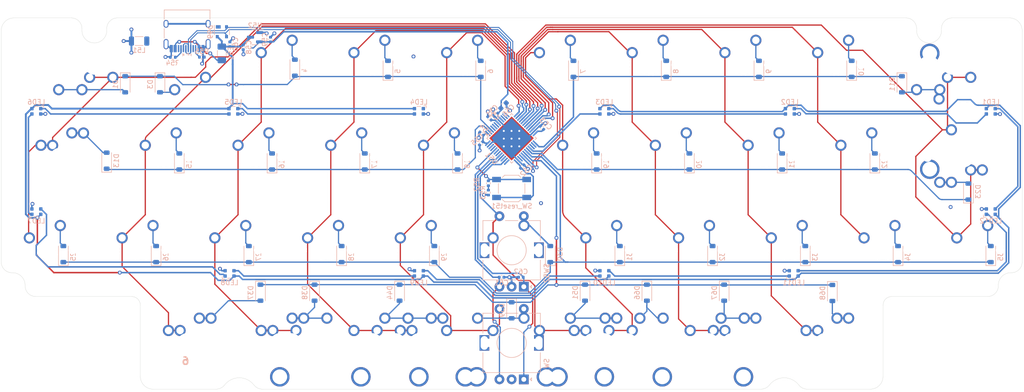
<source format=kicad_pcb>
(kicad_pcb (version 20221018) (generator pcbnew)
  (layers (0 "F.Cu" signal) (31 "B.Cu" signal) (34 "B.Paste" user) (35 "F.Paste" user) (36 "B.SilkS" user "B.Silkscreen") (37 "F.SilkS" user "F.Silkscreen") (38 "B.Mask" user) (39 "F.Mask" user) (44 "Edge.Cuts" user))
  (net 0 "")
  (net 1 "+3V3")
  (net 2 "GND")
  (net 3 "NRST")
  (net 4 "+5V")
  (net 5 "EncB")
  (net 6 "EncA")
  (net 7 "Net-(D1-A)")
  (net 8 "Net-(D3-A)")
  (net 9 "Net-(D4-A)")
  (net 10 "Net-(D5-A)")
  (net 11 "Net-(D6-A)")
  (net 12 "Net-(D7-A)")
  (net 13 "Net-(D8-A)")
  (net 14 "Net-(D9-A)")
  (net 15 "Net-(D10-A)")
  (net 16 "Net-(D11-A)")
  (net 17 "Net-(D13-A)")
  (net 18 "Net-(D15-A)")
  (net 19 "Net-(D16-A)")
  (net 20 "Net-(D17-A)")
  (net 21 "Net-(D18-A)")
  (net 22 "Net-(D19-A)")
  (net 23 "Net-(D20-A)")
  (net 24 "Net-(D21-A)")
  (net 25 "Net-(D22-A)")
  (net 26 "Net-(D23-A)")
  (net 27 "Net-(D25-A)")
  (net 28 "Net-(D26-A)")
  (net 29 "Net-(D27-A)")
  (net 30 "Net-(D28-A)")
  (net 31 "Net-(D29-A)")
  (net 32 "Net-(D30-A)")
  (net 33 "Net-(D31-A)")
  (net 34 "Net-(D32-A)")
  (net 35 "Net-(D33-A)")
  (net 36 "Net-(D34-A)")
  (net 37 "Net-(D35-A)")
  (net 38 "Net-(D37-A)")
  (net 39 "Net-(D38-A)")
  (net 40 "Net-(D39-A)")
  (net 41 "Net-(D67-A)")
  (net 42 "GNDPWR")
  (net 43 "D_N")
  (net 44 "D_P")
  (net 45 "VBUS")
  (net 46 "SCL")
  (net 47 "SDA")
  (net 48 "RGB")
  (net 49 "BOOT0")
  (net 50 "col5")
  (net 51 "col6")
  (net 52 "col7")
  (net 53 "col8")
  (net 54 "col9")
  (net 55 "row3")
  (net 56 "row2")
  (net 57 "row1")
  (net 58 "col0")
  (net 59 "col1")
  (net 60 "col2")
  (net 61 "col3")
  (net 62 "col4")
  (net 63 "row0")
  (net 64 "Net-(D51-A)")
  (net 65 "col10")
  (net 66 "Net-(LED1-DOUT)")
  (net 67 "Net-(LED10-DIN)")
  (net 68 "Net-(LED10-DOUT)")
  (net 69 "Net-(LED1-DIN)")
  (net 70 "Net-(LED2-DIN)")
  (net 72 "Net-(LED4-DIN)")
  (net 73 "Net-(LED5-DIN)")
  (net 74 "Net-(LED6-DIN)")
  (net 75 "Net-(LED7-DIN)")
  (net 76 "Net-(LED8-DIN)")
  (net 77 "Net-(LED11-DIN)")
  (net 78 "row4")
  (net 79 "row5")
  (net 95 "Net-(R52-Pad2)")
  (net 96 "Net-(J51-CC2)")
  (net 97 "Net-(J51-CC1)")
  (net 98 "Net-(D68-A)")
  (net 99 "Net-(D66-A)")
  (net 100 "Net-(D44-A)")
  (footprint "PCM_marbastlib-mx:SW_MX_1u" (layer "F.Cu") (at 113.03 93.82125)
    (fp_text reference "MX28")
    (fp_text value "MX_SW_solder" hide)
  )
  (footprint "PCM_marbastlib-mx:SW_MX_1.25u" (layer "F.Cu") (at 58.26125 74.77125)
    (fp_text reference "MX14")
    (fp_text value "MX_SW_solder" hide)
  )
  (footprint "PCM_marbastlib-mx:SW_MX_1u" (layer "F.Cu") (at 84.455 112.87125)
    (fp_text reference "MX61")
    (fp_text value "MX_SW_solder" hide)
  )
  (footprint "PCM_marbastlib-mx:STAB_MX_P_2u" (layer "F.Cu") (at 170.18 112.87125 180)
    (fp_text reference "S3" hide)
    (fp_text value "MX_stab")
  )
  (footprint "PCM_marbastlib-mx:SW_MX_1u" (layer "F.Cu") (at 132.08 93.82125)
    (fp_text reference "MX29")
    (fp_text value "MX_SW_solder" hide)
  )
  (footprint "PCM_marbastlib-mx:SW_MX_1.75u" (layer "F.Cu") (at 167.79875 112.87125)
    (fp_text reference "MX45")
    (fp_text value "MX_SW_solder" hide)
  )
  (footprint "PCM_marbastlib-mx:SW_MX_1u" (layer "F.Cu") (at 198.755 55.72125)
    (fp_text reference "MX9")
    (fp_text value "MX_SW_solder" hide)
  )
  (footprint "PCM_marbastlib-mx:SW_MX_1u" (layer "F.Cu") (at 79.6925 74.77125)
    (fp_text reference "MX15")
    (fp_text value "MX_SW_solder" hide)
  )
  (footprint "PCM_marbastlib-mx:SW_MX_1u" (layer "F.Cu") (at 151.13 112.87125)
    (fp_text reference "MX39")
    (fp_text value "MX_SW_solder" hide)
  )
  (footprint "PCM_marbastlib-mx:SW_MX_1u" (layer "F.Cu") (at 179.705 112.87125)
    (fp_text reference "MX66")
    (fp_text value "MX_SW_solder" hide)
  )
  (footprint "PCM_marbastlib-mx:SW_MX_1.25u" (layer "F.Cu") (at 86.83625 112.87125)
    (fp_text reference "MX37")
    (fp_text value "MX_SW_solder" hide)
  )
  (footprint "PCM_marbastlib-mx:SW_MX_1u" (layer "F.Cu") (at 208.28 93.82125)
    (fp_text reference "MX33")
    (fp_text value "MX_SW_solder" hide)
  )
  (footprint "PCM_marbastlib-mx:SW_MX_1u" (layer "F.Cu") (at 198.755 112.87125)
    (fp_text reference "MX67")
    (fp_text value "MX_SW_solder" hide)
  )
  (footprint "PCM_marbastlib-mx:SW_MX_1u" (layer "F.Cu") (at 179.705 55.72125)
    (fp_text reference "MX8")
    (fp_text value "MX_SW_solder" hide)
  )
  (footprint "PCM_marbastlib-mx:SW_MX_1u" (layer "F.Cu") (at 151.13 93.82125)
    (fp_text reference "MX30")
    (fp_text value "MX_SW_solder" hide)
  )
  (footprint "PCM_marbastlib-mx:SW_MX_1u" (layer "F.Cu") (at 141.605 55.72125)
    (fp_text reference "MX6")
    (fp_text value "MX_SW_solder" hide)
  )
  (footprint "PCM_marbastlib-mx:SW_MX_1u" (layer "F.Cu") (at 141.605 112.87125)
    (fp_text reference "MX64")
    (fp_text value "MX_SW_solder" hide)
  )
  (footprint "PCM_marbastlib-mx:SW_MX_1.5u" (layer "F.Cu") (at 174.9298 112.8776)
    (fp_text reference "MX47")
    (fp_text value "MX_SW_solder" hide)
  )
  (footprint "PCM_marbastlib-mx:SW_MX_1u" (layer "F.Cu") (at 65.405 55.72125 180)
    (fp_text reference "MX1")
    (fp_text value "MX_SW_solder" hide)
  )
  (footprint "PCM_marbastlib-mx:SW_MX_1u" (layer "F.Cu") (at 160.655 55.72125)
    (fp_text reference "MX7")
    (fp_text value "MX_SW_solder" hide)
  )
  (footprint "PCM_marbastlib-mx:SW_MX_1u" (layer "F.Cu") (at 243.99875 65.24625 90)
    (fp_text reference "MX36")
    (fp_text value "MX_SW_solder" hide)
  )
  (footprint "PCM_marbastlib-mx:SW_MX_1u" (layer "F.Cu") (at 170.18 93.82125)
    (fp_text reference "MX31")
    (fp_text value "MX_SW_solder" hide)
  )
  (footprint "PCM_marbastlib-mx:SW_MX_1.5u" (layer "F.Cu") (at 241.6175 55.72125 180)
    (fp_text reference "MX11")
    (fp_text value "MX_SW_solder" hide)
  )
  (footprint "PCM_marbastlib-mx:SW_MX_1u" (layer "F.Cu") (at 60.6494 74.80195)
    (fp_text reference "MX13")
    (fp_text value "MX_SW_solder" hide)
  )
  (footprint "PCM_marbastlib-mx:SW_MX_1u" (layer "F.Cu") (at 227.33 93.82125)
    (fp_text reference "MX34")
    (fp_text value "MX_SW_solder" hide)
  )
  (footprint "PCM_marbastlib-mx:SW_MX_1.5u" (layer "F.Cu") (at 127.3048 112.8776)
    (fp_text reference "MX42")
    (fp_text value "MX_SW_solder" hide)
  )
  (footprint "PCM_marbastlib-mx:SW_MX_1u" (layer "F.Cu") (at 93.98 93.82125)
    (fp_text reference "MX27")
    (fp_text value "MX_SW_solder" hide)
  )
  (footprint "PCM_marbastlib-mx:SW_MX_1u" (layer "F.Cu") (at 184.4675 74.77125)
    (fp_text reference "MX20")
    (fp_text value "MX_SW_solder" hide)
  )
  (footprint "PCM_marbastlib-mx:SW_MX_1.5u" (layer "F.Cu") (at 60.6425 55.72125 180)
    (fp_text reference "MX2")
    (fp_text value "MX_SW_solder" hide)
  )
  (footprint "PCM_marbastlib-mx:SW_MX_1u" (layer "F.Cu") (at 55.88 93.82125)
    (fp_text reference "MX25")
    (fp_text value "MX_SW_solder" hide)
  )
  (footprint "PCM_marbastlib-mx:SW_MX_1u" (layer "F.Cu") (at 122.555 112.87125)
    (fp_text reference "MX63")
    (fp_text value "MX_SW_solder" hide)
  )
  (footprint "PCM_marbastlib-mx:SW_MX_1u" (layer "F.Cu") (at 203.5175 74.77125)
    (fp_text reference "MX21")
    (fp_text value "MX_SW_solder" hide)
  )
  (footprint "PCM_marbastlib-mx:STAB_MX_P_3u" (layer "F.Cu") (at 179.705 112.87125 180)
    (fp_text reference "S5" hide)
    (fp_text value "MX_stab")
  )
  (footprint "PCM_marbastlib-mx:SW_MX_1u" (layer "F.Cu") (at 160.655 112.87125)
    (fp_text reference "MX65")
    (fp_text value "MX_SW_solder" hide)
  )
  (footprint "PCM_marbastlib-mx:SW_MX_1u" (layer "F.Cu") (at 236.855 55.72125 180)
    (fp_text reference "MX12")
    (fp_text value "MX_SW_solder" hide)
  )
  (footprint "PCM_marbastlib-mx:SW_MX_1u" (layer "F.Cu") (at 84.455 55.72125 180)
    (fp_text reference "MX3")
    (fp_text value "MX_SW_solder" hide)
  )
  (footprint "PCM_marbastlib-mx:SW_MX_1.75u" (layer "F.Cu") (at 134.46125 112.87125)
    (fp_text reference "MX44")
    (fp_text value "MX_SW_solder" hide)
  )
  (footprint "PCM_marbastlib-mx:SW_MX_1u" (layer "F.Cu") (at 122.555 55.72125)
    (fp_text reference "MX5")
    (fp_text value "MX_SW_solder" hide)
  )
  (footprint "PCM_marbastlib-mx:SW_MX_1u" (layer "F.Cu") (at 74.93 93.82125)
    (fp_text reference "MX26")
    (fp_text value "MX_SW_solder" hide)
  )
  (footprint "PCM_marbastlib-mx:SW_MX_1u" (layer "F.Cu") (at 103.505 55.72125)
    (fp_text reference "MX4")
    (fp_text value "MX_SW_solder" hide)
  )
  (footprint "PCM_marbastlib-mx:SW_MX_1u" (layer "F.Cu") (at 165.4175 74.77125)
    (fp_text reference "MX19")
    (fp_text value "MX_SW_solder" hide)
  )
  (footprint "PCM_marbastlib-mx:SW_MX_1u" (layer "F.Cu") (at 246.38 93.82125)
    (fp_text reference "MX35")
    (fp_text value "MX_SW_solder" hide)
  )
  (footprint "PCM_marbastlib-mx:SW_MX_1u" (layer "F.Cu") (at 103.505 112.87125)
    (fp_text reference "MX62")
    (fp_text value "MX_SW_solder" hide)
  )
  (footprint "PCM_marbastlib-mx:SW_MX_1u" (layer "F.Cu") (at 189.23 93.82125)
    (fp_text reference "MX32")
    (fp_text value "MX_SW_solder" hide)
  )
  (footprint "PCM_marbastlib-mx:SW_MX_1u" (layer "F.Cu") (at 170.18 112.87125)
    (fp_text reference "MX51")
    (fp_text value "MX_SW_solder" hide)
  )
  (footprint "PCM_marbastlib-mx:SW_MX_1u" (layer "F.Cu") (at 217.805 112.87125)
    (fp_text reference "MX68")
    (fp_text value "MX_SW_solder" hide)
  )
  (footprint "PCM_marbastlib-mx:SW_MX_1u" (layer "F.Cu") (at 241.6175 74.77125 180)
    (fp_text reference "MX24")
    (fp_text value "MX_SW_solder" hide)
  )
  (footprint "PCM_marbastlib-mx:SW_MX_1.25u" (layer "F.Cu") (at 191.61125 112.87125)
    (fp_text reference "MX40")
    (fp_text value "MX_SW_solder" hide)
  )
  (footprint "PCM_marbastlib-mx:SW_MX_1u" (layer "F.Cu") (at 222.5675 74.77125)
    (fp_text reference "MX22")
    (fp_text value "MX_SW_solder" hide)
  )
  (footprint "PCM_marbastlib-mx:STAB_MX_P_ISO" (layer "F.Cu") (at 243.99875 65.24625)
    (fp_text reference "S1" hide)
    (fp_text value "MX_stab")
  )
  (footprint "PCM_marbastlib-mx:SW_MX_1.25u" (layer "F.Cu") (at 110.64875 112.87125)
    (fp_text reference "MX38")
    (fp_text value "MX_SW_solder" hide)
  )
  (footprint "PCM_marbastlib-mx:SW_MX_1.25u" (layer "F.Cu") (at 243.99875 74.77125 180)
    (fp_text reference "MX23")
    (fp_text value "MX_SW_solder" hide)
  )
  (footprint "PCM_marbastlib-mx:SW_MX_1u" (layer "F.Cu") (at 132.08 112.87125)
    (fp_text reference "MX50")
    (fp_text value "MX_SW_solder" hide)
  )
  (footprint "PCM_marbastlib-mx:SW_MX_1u" (layer "F.Cu") (at 217.805 55.72125)
    (fp_text reference "MX10")
    (fp_text value "MX_SW_solder" hide)
  )
  (footprint "PCM_marbastlib-mx:SW_MX_1.25u" (layer "F.Cu") (at 105.88625 112.87125)
    (fp_text reference "MX43")
    (fp_text value "MX_SW_solder" hide)
  )
  (footprint "PCM_marbastlib-mx:STAB_MX_P_3u" (layer "F.Cu") (at 151.13 112.87125 180)
    (fp_text reference "S2" hide)
    (fp_text value "MX_stab")
  )
  (footprint "PCM_marbastlib-mx:SW_MX_1u" (layer "F.Cu") (at 136.8425 74.77125)
    (fp_text reference "MX18")
    (fp_text value "MX_SW_solder" hide)
  )
  (footprint "PCM_marbastlib-mx:SW_MX_1.25u" (layer "F.Cu") (at 196.37375 112.87125)
    (fp_text reference "MX46")
    (fp_text value "MX_SW_solder" hide)
  )
  (footprint "PCM_marbastlib-mx:STAB_MX_P_3u" (layer "F.Cu") (at 122.555 112.87125 180)
    (fp_text reference "S6" hide)
    (fp_text value "MX_stab")
  )
  (footprint "PCM_marbastlib-mx:SW_MX_1.25u" (layer "F.Cu") (at 215.42375 112.87125)
    (fp_text reference "MX41")
    (fp_text value "MX_SW_solder" hide)
  )
  (footprint "PCM_marbastlib-mx:STAB_MX_P_2u" (layer "F.Cu") (at 132.08 112.87125 180)
    (fp_text reference "S4" hide)
    (fp_text value "MX_stab")
  )
  (footprint "PCM_marbastlib-mx:SW_MX_1u" (layer "F.Cu") (at 117.7925 74.77125)
    (fp_text reference "MX17")
    (fp_text value "MX_SW_solder" hide)
  )
  (footprint "PCM_marbastlib-mx:SW_MX_1u" (layer "F.Cu") (at 98.7425 74.77125)
    (fp_text reference "MX16")
    (fp_text value "MX_SW_solder" hide)
  )
  (footprint "PCM_marbastlib-various:LED_WS2812_2020" (layer "B.Cu") (at 170.18 98.58375)
    (fp_text reference "LED10")
    (fp_text value "WS2812-2020")
  )
  (footprint "Diode_SMD:D_SOD-123" (layer "B.Cu") (at 125.7298 56.51495 90)
    (fp_text reference "D5")
    (fp_text value "D_Small")
  )
  (footprint "Capacitor_SMD:C_0402_1005Metric" (layer "B.Cu") (at 95.989824 52.075515 90)
    (fp_text reference "C58")
    (fp_text value "1uF")
  )
  (footprint "Package_TO_SOT_SMD:SOT-143" (layer "B.Cu") (at 91.618207 48.885976 -90)
    (fp_text reference "D99")
    (fp_text value "PRTR5V0U2X")
  )
  (footprint "Diode_SMD:D_SOD-123" (layer "B.Cu") (at 244.95125 81.75625 90)
    (fp_text reference "D23")
    (fp_text value "D_Small")
  )
  (footprint "PCM_marbastlib-various:LED_WS2812_2020" (layer "B.Cu") (at 249.555 85.88375)
    (fp_text reference "LED12")
    (fp_text value "WS2812-2020")
  )
  (footprint "Diode_SMD:D_SOD-123" (layer "B.Cu") (at 110.64875 102.5525 -90)
    (fp_text reference "D38")
    (fp_text value "D_Small")
  )
  (footprint "Capacitor_SMD:C_0402_1005Metric" (layer "B.Cu") (at 147.920389 65.998411 -135)
    (fp_text reference "C51")
    (fp_text value "100nF")
  )
  (footprint "Diode_SMD:D_SOD-123" (layer "B.Cu") (at 187.6423 75.56495 90)
    (fp_text reference "D20")
    (fp_text value "D_Small")
  )
  (footprint "Resistor_SMD:R_0402_1005Metric" (layer "B.Cu") (at 146.3548 81.9678 -90)
    (fp_text reference "R53")
    (fp_text value "5.1k")
  )
  (footprint "Diode_SMD:D_SOD-123" (layer "B.Cu") (at 168.5923 75.56495 90)
    (fp_text reference "D19")
    (fp_text value "D_Small")
  )
  (footprint "PCM_marbastlib-various:LED_WS2812_2020" (layer "B.Cu") (at 209.07375 98.58375)
    (fp_text reference "LED11")
    (fp_text value "WS2812-2020")
  )
  (footprint "Resistor_SMD:R_0402_1005Metric" (layer "B.Cu") (at 87.50721 54.102 180)
    (fp_text reference "R55")
    (fp_text value "5.1k")
  )
  (footprint "Diode_SMD:D_SOD-123" (layer "B.Cu") (at 78.89875 59.69 -90)
    (fp_text reference "D3")
    (fp_text value "D_Small")
  )
  (footprint "Diode_SMD:D_SOD-123" (layer "B.Cu") (at 220.9798 56.51495 90)
    (fp_text reference "D10")
    (fp_text value "D_Small")
  )
  (footprint "Button_Switch_SMD:SW_SPST_SKQG_WithoutStem" (layer "B.Cu") (at 151.13 81.12125)
    (fp_text reference "SW_reset51")
    (fp_text value "SKQGABE010")
  )
  (footprint "PCM_marbastlib-various:LED_WS2812_2020" (layer "B.Cu") (at 170.18 65.24625 180)
    (fp_text reference "LED3")
    (fp_text value "WS2812-2020")
  )
  (footprint "Diode_SMD:D_SOD-123" (layer "B.Cu") (at 206.6923 75.56495 90)
    (fp_text reference "D21")
    (fp_text value "D_Small")
  )
  (footprint "Diode_SMD:D_SOD-123" (layer "B.Cu") (at 128.11125 102.5525 -90)
    (fp_text reference "D44")
    (fp_text value "D_Small")
  )
  (footprint "Diode_SMD:D_SOD-123" (layer "B.Cu") (at 140.0173 75.56495 90)
    (fp_text reference "D18")
    (fp_text value "D_Small")
  )
  (footprint "Diode_SMD:D_SOD-123" (layer "B.Cu") (at 82.8673 75.56495 90)
    (fp_text reference "D15")
    (fp_text value "D_Small")
  )
  (footprint "Diode_SMD:D_SOD-123" (layer "B.Cu") (at 116.2048 94.61495 90)
    (fp_text reference "D28")
    (fp_text value "D_Small")
  )
  (footprint "Capacitor_SMD:C_0603_1608Metric" (layer "B.Cu") (at 149.464392 64.073408 45)
    (fp_text reference "C56")
    (fp_text value "10uF")
  )
  (footprint "Capacitor_SMD:C_0402_1005Metric" (layer "B.Cu") (at 144.872389 71.840411 -135)
    (fp_text reference "C55")
    (fp_text value "100nF")
  )
  (footprint "Diode_SMD:D_SOD-123" (layer "B.Cu") (at 230.5048 94.61495 90)
    (fp_text reference "D34")
    (fp_text value "D_Small")
  )
  (footprint "Capacitor_SMD:C_0402_1005Metric" (layer "B.Cu") (at 146.574189 66.691189 135)
    (fp_text reference "C57")
    (fp_text value "100nF")
  )
  (footprint "Diode_SMD:D_SOD-123" (layer "B.Cu") (at 78.1048 94.61495 90)
    (fp_text reference "D26")
    (fp_text value "D_Small")
  )
  (footprint "Diode_SMD:D_SOD-123" (layer "B.Cu") (at 135.2548 94.61495 90)
    (fp_text reference "D29")
    (fp_text value "D_Small")
  )
  (footprint "Diode_SMD:D_SOD-123" (layer "B.Cu") (at 231.29875 59.69 -90)
    (fp_text reference "D11")
    (fp_text value "D_Small")
  )
  (footprint "Diode_SMD:D_SOD-123" (layer "B.Cu") (at 120.9673 75.56495 90)
    (fp_text reference "D17")
    (fp_text value "D_Small")
  )
  (footprint "Diode_SMD:D_SOD-123" (layer "B.Cu") (at 101.9173 75.56495 90)
    (fp_text reference "D16")
    (fp_text value "D_Small")
  )
  (footprint "PCM_marbastlib-various:LED_WS2812_2020" (layer "B.Cu") (at 132.08 65.24625 180)
    (fp_text reference "LED4")
    (fp_text value "WS2812-2020")
  )
  (footprint "Diode_SMD:D_SOD-123" (layer "B.Cu") (at 99.53625 102.5525 -90)
    (fp_text reference "D37")
    (fp_text value "D_Small")
  )
  (footprint "Diode_SMD:D_SOD-123" (layer "B.Cu") (at 192.4048 94.61495 90)
    (fp_text reference "D32")
    (fp_text value "D_Small")
  )
  (footprint "Connector_USB:USB_C_Receptacle_HRO_TYPE-C-31-M-12" (layer "B.Cu") (at 84.467986 48.303984)
    (fp_text reference "J51")
    (fp_text value "USB_C_Receptacle_USB2.0")
  )
  (footprint "Capacitor_SMD:C_0402_1005Metric" (layer "B.Cu") (at 153.323611 76.622589 45)
    (fp_text reference "C52")
    (fp_text value "100nF")
  )
  (footprint "Diode_SMD:D_SOD-123" (layer "B.Cu") (at 159.0675 94.615 90)
    (fp_text reference "D30")
    (fp_text value "D_Small")
  )
  (footprint "Diode_SMD:D_SOD-123" (layer "B.Cu") (at 194.78625 102.5525 -90)
    (fp_text reference "D67")
    (fp_text value "D_Small")
  )
  (footprint "Diode_SMD:D_SOD-123" (layer "B.Cu") (at 97.1548 94.61495 90)
    (fp_text reference "D27")
    (fp_text value "D_Small")
  )
  (footprint "PCM_marbastlib-various:LED_WS2812_2020" (layer "B.Cu") (at 53.49875 65.24625 180)
    (fp_text reference "LED6")
    (fp_text value "WS2812-2020")
  )
  (footprint "Capacitor_SMD:C_0402_1005Metric" (layer "B.Cu") (at 101.6 50.48625 -90)
    (fp_text reference "C59")
    (fp_text value "1uF")
  )
  (footprint "Diode_SMD:D_SOD-123" (layer "B.Cu") (at 211.4548 94.61495 90)
    (fp_text reference "D33")
    (fp_text value "D_Small")
  )
  (footprint "Package_QFP:LQFP-48_7x7mm_P0.5mm" (layer "B.Cu") (at 151.13 70.8025 -45)
    (fp_text reference "U51")
    (fp_text value "STM32F072CBT6")
  )
  (footprint "PCM_marbastlib-various:LED_WS2812_2020" (layer "B.Cu") (at 208.28 65.24625 180)
    (fp_text reference "LED2")
    (fp_text value "WS2812-2020")
  )
  (footprint "Diode_SMD:D_SOD-123" (layer "B.Cu") (at 106.603324 56.2778 90)
    (fp_text reference "D4")
    (fp_text value "D_Small")
  )
  (footprint "PCM_marbastlib-various:LED_WS2812_2020" (layer "B.Cu") (at 132.08 98.58375)
    (fp_text reference "LED9")
    (fp_text value "WS2812-2020")
  )
  (footprint "Diode_SMD:D_SOD-123" (layer "B.Cu") (at 225.7423 75.56495 90)
    (fp_text reference "D22")
    (fp_text value "D_Small")
  )
  (footprint "Diode_SMD:D_SOD-123" (layer "B.Cu") (at 173.3548 94.61495 90)
    (fp_text reference "D31")
    (fp_text value "D_Small")
  )
  (footprint "Resistor_SMD:R_0402_1005Metric" (layer "B.Cu") (at 146.3548 80.04375 -90)
    (fp_text reference "R52")
    (fp_text value "5.1k")
  )
  (footprint "Fuse:Fuse_1206_3216Metric" (layer "B.Cu") (at 91.59875 53.34 90)
    (fp_text reference "F51")
    (fp_text value "ASMD1206-150")
  )
  (footprint "Rotary_Encoder:RotaryEncoder_Alps_EC11E-Switch_Vertical_H20mm" (layer "B.Cu") (at 153.631298 101.321272 90)
    (fp_text reference "SW52")
    (fp_text value "Rotary_Encoder_Switch")
  )
  (footprint "Package_TO_SOT_SMD:SOT-23" (layer "B.Cu") (at 98.425 50.00625 180)
    (fp_text reference "U52")
    (fp_text value "XC6206P332MR-Regulator_Linear")
  )
  (footprint "Diode_SMD:D_SOD-123" (layer "B.Cu") (at 71.755 59.69 -90)
    (fp_text reference "D1")
    (fp_text value "D_Small")
  )
  (footprint "PCM_marbastlib-various:LED_WS2812_2020" (layer "B.Cu") (at 53.49875 85.88375)
    (fp_text reference "LED7")
    (fp_text value "WS2812-2020")
  )
  (footprint "Diode_SMD:D_SOD-123" (layer "B.Cu") (at 178.91125 102.5525 -90)
    (fp_text reference "D66")
    (fp_text value "D_Small")
  )
  (footprint "PCM_marbastlib-various:LED_WS2812_2020" (layer "B.Cu") (at 93.18625 98.58375)
    (fp_text reference "LED8")
    (fp_text value "WS2812-2020")
  )
  (footprint "Diode_SMD:D_SOD-123" (layer "B.Cu") (at 59.0548 94.61495 90)
    (fp_text reference "D25")
    (fp_text value "D_Small")
  )
  (footprint "Capacitor_SMD:C_0402_1005Metric" (layer "B.Cu") (at 153.03125 99.3775 180)
    (fp_text reference "C62")
    (fp_text value "100nF")
  )
  (footprint "Capacitor_SMD:C_0402_1005Metric" (layer "B.Cu") (at 149.0625 99.3775)
    (fp_text reference "C61")
    (fp_text value "100nF")
  )
  (footprint "Diode_SMD:D_SOD-123" (layer "B.Cu") (at 151.128335 106.16916 -90)
    (fp_text reference "D39")
    (fp_text value "D_Small")
  )
  (footprint "Diode_SMD:D_SOD-123" (layer "B.Cu") (at 166.21125 102.5525 -90)
    (fp_text reference "D51")
    (fp_text value "D_Small")
  )
  (footprint "Inductor_SMD:L_1206_3216Metric" (layer "B.Cu") (at 74.6125 50.8)
    (fp_text reference "L51")
    (fp_text value "60R@100MHz")
  )
  (footprint "Capacitor_SMD:C_0402_1005Metric" (layer "B.Cu") (at 93.254556 51.459534 90)
    (fp_text reference "C60")
    (fp_text value "100nF")
  )
  (footprint "Diode_SMD:D_SOD-123" (layer "B.Cu") (at 67.945 75.40625 90)
    (fp_text reference "D13")
    (fp_text value "D_Small")
  )
  (footprint "PCM_marbastlib-various:LED_WS2812_2020" (layer "B.Cu") (at 249.555 65.24625 180)
    (fp_text reference "LED1")
    (fp_text value "WS2812-2020")
  )
  (footprint "Diode_SMD:D_SOD-123" (layer "B.Cu") (at 217.01125 102.615 -90)
    (fp_text reference "D68")
    (fp_text value "D_Small")
  )
  (footprint "Diode_SMD:D_SOD-123" (layer "B.Cu") (at 144.7798 56.51495 90)
    (fp_text reference "D6")
    (fp_text value "D_Small")
  )
  (footprint "Capacitor_SMD:C_0402_1005Metric" (layer "B.Cu") (at 144.9324 69.8754 135)
    (fp_text reference "C54")
    (fp_text value "100nF")
  )
  (footprint "PCM_marbastlib-various:LED_WS2812_2020" (layer "B.Cu") (at 93.98 65.24625 180)
    (fp_text reference "LED5")
    (fp_text value "WS2812-2020")
  )
  (footprint "Capacitor_SMD:C_0402_1005Metric" (layer "B.Cu") (at 157.357251 68.634993 135)
    (fp_text reference "C53")
    (fp_text value "100nF")
  )
  (footprint "Diode_SMD:D_SOD-123" (layer "B.Cu") (at 201.9298 56.51495 90)
    (fp_text reference "D9")
    (fp_text value "D_Small")
  )
  (footprint "Rotary_Encoder:RotaryEncoder_Alps_EC11E-Switch_Vertical_H20mm" (layer "B.Cu") (at 153.63 120.3816 90)
    (fp_text reference "SW1")
    (fp_text value "Rotary_Encoder_Switch")
  )
  (footprint "Diode_SMD:D_SOD-123" (layer "B.Cu") (at 163.8298 56.51495 90)
    (fp_text reference "D7")
    (fp_text value "D_Small")
  )
  (footprint "Diode_SMD:D_SOD-123" (layer "B.Cu") (at 182.8798 56.51495 90)
    (fp_text reference "D8")
    (fp_text value "D_Small")
  )
  (footprint "Resistor_SMD:R_0402_1005Metric" (layer "B.Cu") (at 81.536 54.1274)
    (fp_text reference "R54")
    (fp_text value "5.1k")
  )
  (footprint "Diode_SMD:D_SOD-123" (layer "B.Cu") (at 249.5548 94.61495 90)
    (fp_text reference "D35")
    (fp_text value "D_Small")
  )
  (gr_line (start 225.930919 122.138198) (end 226.044297 122.081192) (stroke (width 0.049999)) (layer "Edge.Cuts"))
  (gr_line (start 255.969612 96.581536) (end 255.983602 96.471435) (stroke (width 0.049999)) (layer "Edge.Cuts"))
  (gr_line (start 69.313655 46.210386) (end 69.216203 46.254443) (stroke (width 0.049999)) (layer "Edge.Cuts"))
  (gr_line (start 225.203928 122.359003) (end 225.329589 122.337076) (stroke (width 0.049999)) (layer "Edge.Cuts"))
  (gr_line (start 241.070183 46.106761) (end 240.965785 46.136407) (stroke (width 0.049999)) (layer "Edge.Cuts"))
  (gr_line (start 204.015275 121.630162) (end 204.095989 121.531602) (stroke (width 0.049999)) (layer "Edge.Cuts"))
  (gr_line (start 250.459957 102.693055) (end 250.535182 102.614008) (stroke (width 0.049999)) (layer "Edge.Cuts"))
  (gr_line (start 74.69741 104.368383) (end 74.657945 104.28989) (stroke (width 0.049999)) (layer "Edge.Cuts"))
  (gr_line (start 91.516117 122.103894) (end 91.62293 122.039625) (stroke (width 0.049999)) (layer "Edge.Cuts"))
  (gr_line (start 51.036679 100.136707) (end 50.991892 100.020657) (stroke (width 0.049999)) (layer "Edge.Cuts"))
  (gr_line (start 50.252081 99.023982) (end 50.153093 98.946869) (stroke (width 0.049999)) (layer "Edge.Cuts"))
  (gr_line (start 252.777489 98.601233) (end 252.661689 98.646892) (stroke (width 0.049999)) (layer "Edge.Cuts"))
  (gr_line (start 226.044297 122.081192) (end 226.154883 122.018649) (stroke (width 0.049999)) (layer "Edge.Cuts"))
  (gr_line (start 233.073767 46.254443) (end 232.976315 46.210386) (stroke (width 0.049999)) (layer "Edge.Cuts"))
  (gr_line (start 251.037933 101.673718) (end 251.061617 101.568674) (stroke (width 0.049999)) (layer "Edge.Cuts"))
  (gr_line (start 74.867786 105.04824) (end 74.86119 104.959589) (stroke (width 0.049999)) (layer "Edge.Cuts"))
  (gr_line (start 50.608514 99.380416) (end 50.526317 99.285003) (stroke (width 0.049999)) (layer "Edge.Cuts"))
  (gr_line (start 62.371771 46.84323) (end 62.300856 46.760914) (stroke (width 0.049999)) (layer "Edge.Cuts"))
  (gr_line (start 225.453736 122.309082) (end 225.576156 122.275108) (stroke (width 0.049999)) (layer "Edge.Cuts"))
  (gr_line (start 255.143156 46.712939) (end 255.048818 46.63122) (stroke (width 0.049999)) (layer "Edge.Cuts"))
  (gr_line (start 50.347493 99.10618) (end 50.252081 99.023982) (stroke (width 0.049999)) (layer "Edge.Cuts"))
  (gr_line (start 249.746257 103.169932) (end 249.844372 103.12646) (stroke (width 0.049999)) (layer "Edge.Cuts"))
  (gr_line (start 46.29786 96.359711) (end 46.306355 96.471436) (stroke (width 0.049999)) (layer "Edge.Cuts"))
  (gr_line (start 240.571351 46.303028) (end 240.479223 46.356001) (stroke (width 0.049999)) (layer "Edge.Cuts"))
  (gr_line (start 76.960406 122.337078) (end 77.086068 122.359005) (stroke (width 0.049999)) (layer "Edge.Cuts"))
  (gr_line (start 227.416798 119.916418) (end 227.419994 119.787492) (stroke (width 0.049999)) (layer "Edge.Cuts"))
  (gr_line (start 226.747364 121.532538) (end 226.831174 121.435255) (stroke (width 0.049999)) (layer "Edge.Cuts"))
  (gr_line (start 234.319988 48.637502) (end 234.325639 48.807431) (stroke (width 0.049999)) (layer "Edge.Cuts"))
  (gr_line (start 240.389962 46.413225) (end 240.303709 46.474562) (stroke (width 0.049999)) (layer "Edge.Cuts"))
  (gr_line (start 77.086068 122.359005) (end 77.213033 122.374775) (stroke (width 0.049999)) (layer "Edge.Cuts"))
  (gr_line (start 234.319988 48.637502) (end 234.319988 48.2375) (stroke (width 0.049999)) (layer "Edge.Cuts"))
  (gr_line (start 51.197359 101.362435) (end 51.211349 101.472536) (stroke (width 0.049999)) (layer "Edge.Cuts"))
  (gr_line (start 239.518916 47.583287) (end 239.489271 47.687686) (stroke (width 0.049999)) (layer "Edge.Cuts"))
  (gr_line (start 75.119297 120.898432) (end 75.176301 121.011812) (stroke (width 0.049999)) (layer "Edge.Cuts"))
  (gr_line (start 62.867293 48.128408) (end 62.859231 48.020057) (stroke (width 0.049999)) (layer "Edge.Cuts"))
  (gr_line (start 238.491929 50.605262) (end 238.555624 50.550989) (stroke (width 0.049999)) (layer "Edge.Cuts"))
  (gr_line (start 252.548734 98.697958) (end 252.438784 98.754272) (stroke (width 0.049999)) (layer "Edge.Cuts"))
  (gr_line (start 48.270054 98.435138) (end 48.381779 98.443633) (stroke (width 0.049999)) (layer "Edge.Cuts"))
  (gr_line (start 211.113412 122.259019) (end 211.232107 122.297714) (stroke (width 0.049999)) (layer "Edge.Cuts"))
  (gr_line (start 60.779079 46.040203) (end 60.669986 46.0375) (stroke (width 0.049999)) (layer "Edge.Cuts"))
  (gr_line (start 204.875347 120.775578) (end 204.703975 120.907271) (stroke (width 0.049999)) (layer "Edge.Cuts"))
  (gr_line (start 73.75882 103.474512) (end 73.676902 103.442898) (stroke (width 0.049999)) (layer "Edge.Cuts"))
  (gr_line (start 51.688372 102.536901) (end 51.757519 102.616727) (stroke (width 0.049999)) (layer "Edge.Cuts"))
  (gr_line (start 96.051289 120.153153) (end 95.838872 120.109805) (stroke (width 0.049999)) (layer "Edge.Cuts"))
  (gr_line (start 91.920304 121.81103) (end 92.010823 121.723355) (stroke (width 0.049999)) (layer "Edge.Cuts"))
  (gr_line (start 46.732056 97.562793) (end 46.797366 97.645902) (stroke (width 0.049999)) (layer "Edge.Cuts"))
  (gr_line (start 62.803645 47.701248) (end 62.774899 47.597661) (stroke (width 0.049999)) (layer "Edge.Cuts"))
  (gr_line (start 47.945177 98.377234) (end 48.051614 98.4018) (stroke (width 0.049999)) (layer "Edge.Cuts"))
  (gr_line (start 47.784065 46.286791) (end 47.670685 46.343795) (stroke (width 0.049999)) (layer "Edge.Cuts"))
  (gr_line (start 202.354381 122.387498) (end 202.48172 122.383813) (stroke (width 0.049999)) (layer "Edge.Cuts"))
  (gr_line (start 255.048818 46.63122) (end 254.950599 46.554034) (stroke (width 0.049999)) (layer "Edge.Cuts"))
  (gr_line (start 99.078577 122.213726) (end 99.194715 122.259019) (stroke (width 0.049999)) (layer "Edge.Cuts"))
  (gr_line (start 68.407058 46.921205) (end 68.345721 47.007459) (stroke (width 0.049999)) (layer "Edge.Cuts"))
  (gr_line (start 67.854913 49.395352) (end 67.889333 49.274421) (stroke (width 0.049999)) (layer "Edge.Cuts"))
  (gr_line (start 228.519343 103.478952) (end 228.439611 103.514999) (stroke (width 0.049999)) (layer "Edge.Cuts"))
  (gr_line (start 205.624053 120.353383) (end 205.428346 120.442777) (stroke (width 0.049999)) (layer "Edge.Cuts"))
  (gr_line (start 227.680583 104.204135) (end 227.637242 104.279513) (stroke (width 0.049999)) (layer "Edge.Cuts"))
  (gr_line (start 75.380187 121.334341) (end 75.458812 121.43527) (stroke (width 0.049999)) (layer "Edge.Cuts"))
  (gr_line (start 76.135104 122.01866) (end 76.24569 122.081202) (stroke (width 0.049999)) (layer "Edge.Cuts"))
  (gr_line (start 240.965785 46.136407) (end 240.863565 46.170995) (stroke (width 0.049999)) (layer "Edge.Cuts"))
  (gr_line (start 226.983152 121.229967) (end 227.051145 121.122387) (stroke (width 0.049999)) (layer "Edge.Cuts"))
  (gr_line (start 204.539877 121.048954) (end 204.383529 121.200393) (stroke (width 0.049999)) (layer "Edge.Cuts"))
  (gr_line (start 91.825299 121.893057) (end 91.920304 121.81103) (stroke (width 0.049999)) (layer "Edge.Cuts"))
  (gr_line (start 227.222074 120.782464) (end 227.26774 120.664139) (stroke (width 0.049999)) (layer "Edge.Cuts"))
  (gr_line (start 228.075021 103.748533) (end 228.009709 103.805108) (stroke (width 0.049999)) (layer "Edge.Cuts"))
  (gr_line (start 74.657945 104.28989) (end 74.614646 104.21333) (stroke (width 0.049999)) (layer "Edge.Cuts"))
  (gr_line (start 241.619991 46.0375) (end 241.506781 46.040362) (stroke (width 0.049999)) (layer "Edge.Cuts"))
  (gr_line (start 75.022252 120.664145) (end 75.067917 120.782472) (stroke (width 0.049999)) (layer "Edge.Cuts"))
  (gr_line (start 63.070891 49.629431) (end 63.12199 49.742305) (stroke (width 0.049999)) (layer "Edge.Cuts"))
  (gr_line (start 254.634295 46.351312) (end 254.522189 46.293894) (stroke (width 0.049999)) (layer "Edge.Cuts"))
  (gr_line (start 61.511894 46.204964) (end 61.411772 46.166325) (stroke (width 0.049999)) (layer "Edge.Cuts"))
  (gr_line (start 234.317124 48.124289) (end 234.308627 48.012563) (stroke (width 0.049999)) (layer "Edge.Cuts"))
  (gr_line (start 99.194715 122.259019) (end 99.313411 122.297714) (stroke (width 0.049999)) (layer "Edge.Cuts"))
  (gr_line (start 62.950643 49.274386) (end 62.985058 49.395312) (stroke (width 0.049999)) (layer "Edge.Cuts"))
  (gr_line (start 75.067917 120.782472) (end 75.119297 120.898432) (stroke (width 0.049999)) (layer "Edge.Cuts"))
  (gr_line (start 96.260242 120.208362) (end 96.051289 120.153153) (stroke (width 0.049999)) (layer "Edge.Cuts"))
  (gr_line (start 69.834956 46.062848) (end 69.726617 46.082196) (stroke (width 0.049999)) (layer "Edge.Cuts"))
  (gr_line (start 74.920423 120.297095) (end 74.948417 120.421244) (stroke (width 0.049999)) (layer "Edge.Cuts"))
  (gr_line (start 228.009709 103.805108) (end 227.947197 103.864708) (stroke (width 0.049999)) (layer "Edge.Cuts"))
  (gr_line (start 236.704976 51.182165) (end 236.869983 51.187503) (stroke (width 0.049999)) (layer "Edge.Cuts"))
  (gr_line (start 238.358745 50.707831) (end 238.426291 50.657562) (stroke (width 0.049999)) (layer "Edge.Cuts"))
  (gr_line (start 202.60788 122.372855) (end 202.732586 122.354759) (stroke (width 0.049999)) (layer "Edge.Cuts"))
  (gr_line (start 92.010823 121.723355) (end 92.096578 121.630167) (stroke (width 0.049999)) (layer "Edge.Cuts"))
  (gr_line (start 93.509638 120.442819) (end 93.319304 120.543134) (stroke (width 0.049999)) (layer "Edge.Cuts"))
  (gr_line (start 51.158055 100.619942) (end 51.13655 100.496696) (stroke (width 0.049999)) (layer "Edge.Cuts"))
  (gr_line (start 241.506781 46.040362) (end 241.395056 46.048858) (stroke (width 0.049999)) (layer "Edge.Cuts"))
  (gr_line (start 51.075776 100.25487) (end 51.036679 100.136707) (stroke (width 0.049999)) (layer "Edge.Cuts"))
  (gr_line (start 254.651315 98.273605) (end 254.748766 98.229548) (stroke (width 0.049999)) (layer "Edge.Cuts"))
  (gr_line (start 255.942139 48.113513) (end 255.913107 47.987723) (stroke (width 0.049999)) (layer "Edge.Cuts"))
  (gr_line (start 48.26125 46.115912) (end 48.13883 46.149884) (stroke (width 0.049999)) (layer "Edge.Cuts"))
  (gr_line (start 228.21359 103.644912) (end 228.143019 103.695096) (stroke (width 0.049999)) (layer "Edge.Cuts"))
  (gr_line (start 226.467751 121.798678) (end 226.565034 121.714868) (stroke (width 0.049999)) (layer "Edge.Cuts"))
  (gr_line (start 49.257559 98.523402) (end 49.135799 98.495947) (stroke (width 0.049999)) (layer "Edge.Cuts"))
  (gr_line (start 250.298595 102.839191) (end 250.380908 102.768279) (stroke (width 0.049999)) (layer "Edge.Cuts"))
  (gr_line (start 67.956661 48.898079) (end 67.966594 48.768649) (stroke (width 0.049999)) (layer "Edge.Cuts"))
  (gr_line (start 254.044765 46.119359) (end 253.918975 46.090326) (stroke (width 0.049999)) (layer "Edge.Cuts"))
  (gr_line (start 238.843786 50.252057) (end 238.895121 50.187164) (stroke (width 0.049999)) (layer "Edge.Cuts"))
  (gr_line (start 207.324293 120.059568) (end 207.104335 120.053208) (stroke (width 0.049999)) (layer "Edge.Cuts"))
  (gr_line (start 46.601297 47.413183) (end 46.544293 47.526563) (stroke (width 0.049999)) (layer "Edge.Cuts"))
  (gr_line (start 53.385997 103.337495) (end 73.069996 103.337495) (stroke (width 0.049999)) (layer "Edge.Cuts"))
  (gr_line (start 70.056782 46.040362) (end 69.945057 46.048858) (stroke (width 0.049999)) (layer "Edge.Cuts"))
  (gr_line (start 225.576156 122.275108) (end 225.696635 122.235244) (stroke (width 0.049999)) (layer "Edge.Cuts"))
  (gr_line (start 234.103035 47.283709) (end 234.05445 47.188849) (stroke (width 0.049999)) (layer "Edge.Cuts"))
  (gr_line (start 51.186 101.137498) (end 51.188863 101.25071) (stroke (width 0.049999)) (layer "Edge.Cuts"))
  (gr_line (start 68.770591 46.539873) (end 68.690765 46.60902) (stroke (width 0.049999)) (layer "Edge.Cuts"))
  (gr_line (start 206.451047 120.109747) (end 206.238625 120.153097) (stroke (width 0.049999)) (layer "Edge.Cuts"))
  (gr_line (start 63.306096 50.062266) (end 63.3772 50.162166) (stroke (width 0.049999)) (layer "Edge.Cuts"))
  (gr_line (start 99.80825 122.383819) (end 99.935596 122.387498) (stroke (width 0.049999)) (layer "Edge.Cuts"))
  (gr_line (start 51.319495 101.893932) (end 51.358887 101.993837) (stroke (width 0.049999)) (layer "Edge.Cuts"))
  (gr_line (start 208.179002 120.208309) (end 207.970045 120.153097) (stroke (width 0.049999)) (layer "Edge.Cuts"))
  (gr_line (start 75.822234 121.798692) (end 75.923163 121.877317) (stroke (width 0.049999)) (layer "Edge.Cuts"))
  (gr_line (start 254.28895 46.195272) (end 254.168144 46.154395) (stroke (width 0.049999)) (layer "Edge.Cuts"))
  (gr_line (start 211.232107 122.297714) (end 211.353084 122.329677) (stroke (width 0.049999)) (layer "Edge.Cuts"))
  (gr_line (start 210.464588 121.893057) (end 210.563805 121.969301) (stroke (width 0.049999)) (layer "Edge.Cuts"))
  (gr_line (start 60.669994 46.0375) (end 48.895 46.0375) (stroke (width 0.049999)) (layer "Edge.Cuts"))
  (gr_line (start 50.526317 99.285003) (end 50.439121 99.193376) (stroke (width 0.049999)) (layer "Edge.Cuts"))
  (gr_line (start 46.663839 47.302597) (end 46.601297 47.413183) (stroke (width 0.049999)) (layer "Edge.Cuts"))
  (gr_line (start 87.390499 46.0375) (end 81.560497 46.0375) (stroke (width 0.049999)) (layer "Edge.Cuts"))
  (gr_line (start 98.545893 121.893057) (end 98.64511 121.969301) (stroke (width 0.049999)) (layer "Edge.Cuts"))
  (gr_line (start 62.300856 46.760914) (end 62.225628 46.681863) (stroke (width 0.049999)) (layer "Edge.Cuts"))
  (gr_line (start 239.445358 47.902462) (end 239.431368 48.012563) (stroke (width 0.049999)) (layer "Edge.Cuts"))
  (gr_line (start 46.306355 96.471436) (end 46.320346 96.581537) (stroke (width 0.049999)) (layer "Edge.Cuts"))
  (gr_line (start 67.97286 48.124289) (end 67.969997 48.2375) (stroke (width 0.049999)) (layer "Edge.Cuts"))
  (gr_line (start 67.940367 49.025624) (end 67.956661 48.898079) (stroke (width 0.049999)) (layer "Edge.Cuts"))
  (gr_line (start 74.068631 103.639916) (end 73.994153 103.592845) (stroke (width 0.049999)) (layer "Edge.Cuts"))
  (gr_line (start 61.101192 46.080162) (end 60.994862 46.061609) (stroke (width 0.049999)) (layer "Edge.Cuts"))
  (gr_line (start 50.439121 99.193376) (end 50.347493 99.10618) (stroke (width 0.049999)) (layer "Edge.Cuts"))
  (gr_line (start 253.394985 46.0375) (end 241.619991 46.0375) (stroke (width 0.049999)) (layer "Edge.Cuts"))
  (gr_line (start 234.748747 50.052735) (end 234.84485 50.187164) (stroke (width 0.049999)) (layer "Edge.Cuts"))
  (gr_line (start 46.560523 97.295149) (end 46.613496 97.387279) (stroke (width 0.049999)) (layer "Edge.Cuts"))
  (gr_line (start 49.725569 98.690995) (end 49.611839 98.640604) (stroke (width 0.049999)) (layer "Edge.Cuts"))
  (gr_line (start 255.790644 47.625468) (end 255.738577 47.510298) (stroke (width 0.049999)) (layer "Edge.Cuts"))
  (gr_line (start 99.935596 122.387498) (end 202.35429 122.387498) (stroke (width 0.049999)) (layer "Edge.Cuts"))
  (gr_line (start 60.887431 46.048265) (end 60.779079 46.040203) (stroke (width 0.049999)) (layer "Edge.Cuts"))
  (gr_line (start 67.133894 50.523791) (end 67.222446 50.439426) (stroke (width 0.049999)) (layer "Edge.Cuts"))
  (gr_line (start 92.464834 121.200404) (end 92.316714 121.361359) (stroke (width 0.049999)) (layer "Edge.Cuts"))
  (gr_line (start 68.541516 46.758269) (end 68.472369 46.838095) (stroke (width 0.049999)) (layer "Edge.Cuts"))
  (gr_line (start 240.303709 46.474562) (end 240.2206 46.539873) (stroke (width 0.049999)) (layer "Edge.Cuts"))
  (gr_line (start 232.976315 46.210386) (end 232.876409 46.170995) (stroke (width 0.049999)) (layer "Edge.Cuts"))
  (gr_line (start 51.504501 102.278277) (end 51.561725 102.367538) (stroke (width 0.049999)) (layer "Edge.Cuts"))
  (gr_line (start 48.13883 46.149884) (end 48.01835 46.189747) (stroke (width 0.049999)) (layer "Edge.Cuts"))
  (gr_line (start 252.661689 98.646892) (end 252.548734 98.697958) (stroke (width 0.049999)) (layer "Edge.Cuts"))
  (gr_line (start 49.945228 98.808243) (end 49.836768 98.746904) (stroke (width 0.049999)) (layer "Edge.Cuts"))
  (gr_line (start 225.076965 122.374775) (end 225.203928 122.359003) (stroke (width 0.049999)) (layer "Edge.Cuts"))
  (gr_line (start 239.078354 49.912504) (end 239.118467 49.840357) (stroke (width 0.049999)) (layer "Edge.Cuts"))
  (gr_line (start 208.384019 120.275149) (end 208.179002 120.208309) (stroke (width 0.049999)) (layer "Edge.Cuts"))
  (gr_line (start 50.153093 98.946869) (end 50.050739 98.874927) (stroke (width 0.049999)) (layer "Edge.Cuts"))
  (gr_line (start 63.239752 49.958883) (end 63.306096 50.062266) (stroke (width 0.049999)) (layer "Edge.Cuts"))
  (gr_line (start 203.434842 122.103871) (end 203.541649 122.039603) (stroke (width 0.049999)) (layer "Edge.Cuts"))
  (gr_line (start 95.838872 120.109805) (end 95.623467 120.078552) (stroke (width 0.049999)) (layer "Edge.Cuts"))
  (gr_line (start 254.748766 98.229548) (end 254.843625 98.180964) (stroke (width 0.049999)) (layer "Edge.Cuts"))
  (gr_line (start 50.885593 99.795728) (end 50.824253 99.687269) (stroke (width 0.049999)) (layer "Edge.Cuts"))
  (gr_line (start 255.492595 97.645897) (end 255.557905 97.562788) (stroke (width 0.049999)) (layer "Edge.Cuts"))
  (gr_line (start 61.70595 46.296673) (end 61.610013 46.248439) (stroke (width 0.049999)) (layer "Edge.Cuts"))
  (gr_line (start 233.748456 46.758269) (end 233.675611 46.681865) (stroke (width 0.049999)) (layer "Edge.Cuts"))
  (gr_line (start 51.188863 101.25071) (end 51.197359 101.362435) (stroke (width 0.049999)) (layer "Edge.Cuts"))
  (gr_line (start 239.489271 47.687686) (end 239.464705 47.794123) (stroke (width 0.049999)) (layer "Edge.Cuts"))
  (gr_line (start 67.462738 50.162228) (end 67.533847 50.062328) (stroke (width 0.049999)) (layer "Edge.Cuts"))
  (gr_line (start 50.991892 100.020657) (end 50.941501 99.906927) (stroke (width 0.049999)) (layer "Edge.Cuts"))
  (gr_line (start 234.001476 47.09672) (end 233.944252 47.007459) (stroke (width 0.049999)) (layer "Edge.Cuts"))
  (gr_line (start 94.747726 120.078552) (end 94.53232 120.109805) (stroke (width 0.049999)) (layer "Edge.Cuts"))
  (gr_line (start 239.464705 47.794123) (end 239.445358 47.902462) (stroke (width 0.049999)) (layer "Edge.Cuts"))
  (gr_line (start 232.876409 46.170995) (end 232.774188 46.136407) (stroke (width 0.049999)) (layer "Edge.Cuts"))
  (gr_line (start 62.610819 47.201539) (end 62.557899 47.107966) (stroke (width 0.049999)) (layer "Edge.Cuts"))
  (gr_line (start 248.904384 103.337396) (end 249.013474 103.334691) (stroke (width 0.049999)) (layer "Edge.Cuts"))
  (gr_line (start 74.869999 119.787492) (end 74.873195 119.916418) (stroke (width 0.049999)) (layer "Edge.Cuts"))
  (gr_line (start 251.610865 99.470795) (end 251.539771 99.570771) (stroke (width 0.049999)) (layer "Edge.Cuts"))
  (gr_line (start 77.341085 122.384303) (end 77.470012 122.387498) (stroke (width 0.049999)) (layer "Edge.Cuts"))
  (gr_line (start 46.613496 97.387279) (end 46.670719 97.476539) (stroke (width 0.049999)) (layer "Edge.Cuts"))
  (gr_line (start 52.432205 103.120552) (end 52.529657 103.164609) (stroke (width 0.049999)) (layer "Edge.Cuts"))
  (gr_line (start 250.033872 103.025309) (end 250.124897 102.967781) (stroke (width 0.049999)) (layer "Edge.Cuts"))
  (gr_line (start 68.103492 47.481066) (end 68.068904 47.583287) (stroke (width 0.049999)) (layer "Edge.Cuts"))
  (gr_line (start 238.426291 50.657562) (end 238.491929 50.605262) (stroke (width 0.049999)) (layer "Edge.Cuts"))
  (gr_line (start 66.056936 51.105432) (end 66.177893 51.071104) (stroke (width 0.049999)) (layer "Edge.Cuts"))
  (gr_line (start 46.447249 47.760849) (end 46.407386 47.881329) (stroke (width 0.049999)) (layer "Edge.Cuts"))
  (gr_line (start 74.835092 104.784693) (end 74.815712 104.698744) (stroke (width 0.049999)) (layer "Edge.Cuts"))
  (gr_line (start 235.74497 50.925939) (end 235.898713 50.995333) (stroke (width 0.049999)) (layer "Edge.Cuts"))
  (gr_line (start 211.353084 122.329677) (end 211.476067 122.354773) (stroke (width 0.049999)) (layer "Edge.Cuts"))
  (gr_line (start 62.873404 48.768646) (end 62.883331 48.898067) (stroke (width 0.049999)) (layer "Edge.Cuts"))
  (gr_line (start 67.966594 48.768649) (end 67.970005 48.637494) (stroke (width 0.049999)) (layer "Edge.Cuts"))
  (gr_line (start 250.975464 101.879239) (end 251.009191 101.7773) (stroke (width 0.049999)) (layer "Edge.Cuts"))
  (gr_line (start 47.095588 97.944124) (end 47.178697 98.009435) (stroke (width 0.049999)) (layer "Edge.Cuts"))
  (gr_line (start 232.119991 46.0375) (end 87.390499 46.0375) (stroke (width 0.049999)) (layer "Edge.Cuts"))
  (gr_line (start 210.883968 122.161973) (end 210.997274 122.213726) (stroke (width 0.049999)) (layer "Edge.Cuts"))
  (gr_line (start 62.869999 48.2375) (end 62.867293 48.128408) (stroke (width 0.049999)) (layer "Edge.Cuts"))
  (gr_line (start 74.73298 104.448663) (end 74.69741 104.368383) (stroke (width 0.049999)) (layer "Edge.Cuts"))
  (gr_line (start 76.24569 122.081202) (end 76.35907 122.138207) (stroke (width 0.049999)) (layer "Edge.Cuts"))
  (gr_line (start 52.529657 103.164609) (end 52.629562 103.204) (stroke (width 0.049999)) (layer "Edge.Cuts"))
  (gr_line (start 204.703975 120.907271) (end 204.539877 121.048954) (stroke (width 0.049999)) (layer "Edge.Cuts"))
  (gr_line (start 68.18694 47.283709) (end 68.142883 47.381161) (stroke (width 0.049999)) (layer "Edge.Cuts"))
  (gr_line (start 98.965272 122.161973) (end 99.078577 122.213726) (stroke (width 0.049999)) (layer "Edge.Cuts"))
  (gr_line (start 62.859231 48.020057) (end 62.845885 47.912626) (stroke (width 0.049999)) (layer "Edge.Cuts"))
  (gr_line (start 239.191625 49.692293) (end 239.224603 49.616492) (stroke (width 0.049999)) (layer "Edge.Cuts"))
  (gr_line (start 250.79221 102.266972) (end 250.845127 102.173404) (stroke (width 0.049999)) (layer "Edge.Cuts"))
  (gr_line (start 92.956648 120.775605) (end 92.785278 120.907293) (stroke (width 0.049999)) (layer "Edge.Cuts"))
  (gr_line (start 210.193308 121.630167) (end 210.279063 121.723355) (stroke (width 0.049999)) (layer "Edge.Cuts"))
  (gr_line (start 234.25072 47.687686) (end 234.221073 47.583287) (stroke (width 0.049999)) (layer "Edge.Cuts"))
  (gr_line (start 62.774899 47.597661) (end 62.741168 47.495717) (stroke (width 0.049999)) (layer "Edge.Cuts"))
  (gr_line (start 96.665851 120.353429) (end 96.465255 120.275199) (stroke (width 0.049999)) (layer "Edge.Cuts"))
  (gr_line (start 239.991526 46.758269) (end 239.92238 46.838095) (stroke (width 0.049999)) (layer "Edge.Cuts"))
  (gr_line (start 228.770135 103.394167) (end 228.684719 103.418423) (stroke (width 0.049999)) (layer "Edge.Cuts"))
  (gr_line (start 210.279063 121.723355) (end 210.369582 121.81103) (stroke (width 0.049999)) (layer "Edge.Cuts"))
  (gr_line (start 255.31954 46.889325) (end 255.233451 46.799029) (stroke (width 0.049999)) (layer "Edge.Cuts"))
  (gr_line (start 253.794979 98.446496) (end 253.90819 98.443633) (stroke (width 0.049999)) (layer "Edge.Cuts"))
  (gr_line (start 226.262463 121.950656) (end 226.366823 121.877303) (stroke (width 0.049999)) (layer "Edge.Cuts"))
  (gr_line (start 227.391499 120.171432) (end 227.407271 120.044469) (stroke (width 0.049999)) (layer "Edge.Cuts"))
  (gr_line (start 250.67262 102.446299) (end 250.734683 102.357997) (stroke (width 0.049999)) (layer "Edge.Cuts"))
  (gr_line (start 208.780325 120.442777) (end 208.584618 120.353383) (stroke (width 0.049999)) (layer "Edge.Cuts"))
  (gr_line (start 250.936828 101.979357) (end 250.975464 101.879239) (stroke (width 0.049999)) (layer "Edge.Cuts"))
  (gr_line (start 239.422872 48.124289) (end 239.420009 48.2375) (stroke (width 0.049999)) (layer "Edge.Cuts"))
  (gr_line (start 64.204988 50.878109) (end 64.314902 50.934375) (stroke (width 0.049999)) (layer "Edge.Cuts"))
  (gr_line (start 207.104335 120.053208) (end 206.884378 120.059568) (stroke (width 0.049999)) (layer "Edge.Cuts"))
  (gr_line (start 47.348158 46.547681) (end 47.247229 46.626305) (stroke (width 0.049999)) (layer "Edge.Cuts"))
  (gr_line (start 51.986594 102.835123) (end 52.069702 102.900434) (stroke (width 0.049999)) (layer "Edge.Cuts"))
  (gr_line (start 234.221073 47.583287) (end 234.186485 47.481066) (stroke (width 0.049999)) (layer "Edge.Cuts"))
  (gr_line (start 234.515374 49.616492) (end 234.583741 49.766935) (stroke (width 0.049999)) (layer "Edge.Cuts"))
  (gr_line (start 69.121344 46.303028) (end 69.029215 46.356001) (stroke (width 0.049999)) (layer "Edge.Cuts"))
  (gr_line (start 209.973263 121.361354) (end 209.825142 121.200393) (stroke (width 0.049999)) (layer "Edge.Cuts"))
  (gr_line (start 73.159245 103.339707) (end 73.069988 103.337495) (stroke (width 0.049999)) (layer "Edge.Cuts"))
  (gr_line (start 51.757519 102.616727) (end 51.830363 102.693132) (stroke (width 0.049999)) (layer "Edge.Cuts"))
  (gr_line (start 74.982389 120.543665) (end 75.022252 120.664145) (stroke (width 0.049999)) (layer "Edge.Cuts"))
  (gr_line (start 46.805183 47.090656) (end 46.73183 47.195017) (stroke (width 0.049999)) (layer "Edge.Cuts"))
  (gr_line (start 65.933618 51.133877) (end 66.056936 51.105432) (stroke (width 0.049999)) (layer "Edge.Cuts"))
  (gr_line (start 227.500918 104.602234) (end 227.476662 104.687651) (stroke (width 0.049999)) (layer "Edge.Cuts"))
  (gr_line (start 76.713836 122.275113) (end 76.836257 122.309085) (stroke (width 0.049999)) (layer "Edge.Cuts"))
  (gr_line (start 236.055674 51.054052) (end 236.215318 51.102094) (stroke (width 0.049999)) (layer "Edge.Cuts"))
  (gr_line (start 48.762441 98.44963) (end 48.635994 98.446496) (stroke (width 0.049999)) (layer "Edge.Cuts"))
  (gr_line (start 73.335795 103.357221) (end 73.247897 103.346303) (stroke (width 0.049999)) (layer "Edge.Cuts"))
  (gr_line (start 76.35907 122.138207) (end 76.47503 122.189586) (stroke (width 0.049999)) (layer "Edge.Cuts"))
  (gr_line (start 238.289322 50.75601) (end 238.358745 50.707831) (stroke (width 0.049999)) (layer "Edge.Cuts"))
  (gr_line (start 48.638023 46.050222) (end 48.51106 46.065993) (stroke (width 0.049999)) (layer "Edge.Cuts"))
  (gr_line (start 46.364258 96.796313) (end 46.393903 96.900712) (stroke (width 0.049999)) (layer "Edge.Cuts"))
  (gr_line (start 206.238625 120.153097) (end 206.029668 120.208309) (stroke (width 0.049999)) (layer "Edge.Cuts"))
  (gr_line (start 49.377626 98.556721) (end 49.257559 98.523402) (stroke (width 0.049999)) (layer "Edge.Cuts"))
  (gr_line (start 63.533053 50.350875) (end 63.617481 50.439365) (stroke (width 0.049999)) (layer "Edge.Cuts"))
  (gr_line (start 68.345721 47.007459) (end 68.288497 47.09672) (stroke (width 0.049999)) (layer "Edge.Cuts"))
  (gr_line (start 48.385398 46.087919) (end 48.26125 46.115912) (stroke (width 0.049999)) (layer "Edge.Cuts"))
  (gr_line (start 51.906768 102.765976) (end 51.986594 102.835123) (stroke (width 0.049999)) (layer "Edge.Cuts"))
  (gr_line (start 202.855562 122.32966) (end 202.976532 122.297694) (stroke (width 0.049999)) (layer "Edge.Cuts"))
  (gr_line (start 97.906358 121.200404) (end 97.750011 121.048971) (stroke (width 0.049999)) (layer "Edge.Cuts"))
  (gr_line (start 232.455014 46.062848) (end 232.344913 46.048858) (stroke (width 0.049999)) (layer "Edge.Cuts"))
  (gr_line (start 67.76907 49.629482) (end 67.814772 49.513759) (stroke (width 0.049999)) (layer "Edge.Cuts"))
  (gr_line (start 73.508741 103.391781) (end 73.422792 103.372401) (stroke (width 0.049999)) (layer "Edge.Cuts"))
  (gr_line (start 210.369582 121.81103) (end 210.464588 121.893057) (stroke (width 0.049999)) (layer "Edge.Cuts"))
  (gr_line (start 98.360369 121.723355) (end 98.450888 121.81103) (stroke (width 0.049999)) (layer "Edge.Cuts"))
  (gr_line (start 68.61436 46.681865) (end 68.541516 46.758269) (stroke (width 0.049999)) (layer "Edge.Cuts"))
  (gr_line (start 47.670685 46.343795) (end 47.560099 46.406337) (stroke (width 0.049999)) (layer "Edge.Cuts"))
  (gr_line (start 47.560099 46.406337) (end 47.452519 46.474328) (stroke (width 0.049999)) (layer "Edge.Cuts"))
  (gr_line (start 209.825142 121.200393) (end 209.668794 121.048954) (stroke (width 0.049999)) (layer "Edge.Cuts"))
  (gr_line (start 255.981537 48.371668) (end 255.965003 48.241549) (stroke (width 0.049999)) (layer "Edge.Cuts"))
  (gr_line (start 251.133656 100.60816) (end 251.11744 100.735777) (stroke (width 0.049999)) (layer "Edge.Cuts"))
  (gr_line (start 229.219982 103.337495) (end 248.904293 103.337495) (stroke (width 0.049999)) (layer "Edge.Cuts"))
  (gr_line (start 77.469997 122.387498) (end 90.435596 122.387498) (stroke (width 0.049999)) (layer "Edge.Cuts"))
  (gr_line (start 226.658458 121.625962) (end 226.747364 121.532538) (stroke (width 0.049999)) (layer "Edge.Cuts"))
  (gr_line (start 237.684292 51.054052) (end 237.841254 50.995333) (stroke (width 0.049999)) (layer "Edge.Cuts"))
  (gr_line (start 52.245217 103.018994) (end 52.337346 103.071968) (stroke (width 0.049999)) (layer "Edge.Cuts"))
  (gr_line (start 255.618557 47.289311) (end 255.55093 47.183821) (stroke (width 0.049999)) (layer "Edge.Cuts"))
  (gr_line (start 227.051145 121.122387) (end 227.113688 121.011801) (stroke (width 0.049999)) (layer "Edge.Cuts"))
  (gr_line (start 253.39354 98.459663) (end 253.265923 98.47588) (stroke (width 0.049999)) (layer "Edge.Cuts"))
  (gr_line (start 255.861467 97.002929) (end 255.896055 96.900708) (stroke (width 0.049999)) (layer "Edge.Cuts"))
  (gr_line (start 68.039259 47.687686) (end 68.014693 47.794123) (stroke (width 0.049999)) (layer "Edge.Cuts"))
  (gr_line (start 90.689109 122.372865) (end 90.813822 122.354773) (stroke (width 0.049999)) (layer "Edge.Cuts"))
  (gr_line (start 73.8391 103.510082) (end 73.75882 103.474512) (stroke (width 0.049999)) (layer "Edge.Cuts"))
  (gr_line (start 46.298197 48.508575) (end 46.295002 48.637502) (stroke (width 0.049999)) (layer "Edge.Cuts"))
  (gr_line (start 62.702529 47.395595) (end 62.659054 47.297475) (stroke (width 0.049999)) (layer "Edge.Cuts"))
  (gr_line (start 75.542621 121.532553) (end 75.631527 121.625978) (stroke (width 0.049999)) (layer "Edge.Cuts"))
  (gr_line (start 210.773771 122.103894) (end 210.883968 122.161973) (stroke (width 0.049999)) (layer "Edge.Cuts"))
  (gr_line (start 255.676464 97.387273) (end 255.729437 97.295144) (stroke (width 0.049999)) (layer "Edge.Cuts"))
  (gr_line (start 237.199462 51.166151) (end 237.36286 51.139461) (stroke (width 0.049999)) (layer "Edge.Cuts"))
  (gr_line (start 226.154883 122.018649) (end 226.262463 121.950656) (stroke (width 0.049999)) (layer "Edge.Cuts"))
  (gr_line (start 46.544293 47.526563) (end 46.492914 47.642522) (stroke (width 0.049999)) (layer "Edge.Cuts"))
  (gr_line (start 203.929523 121.723345) (end 204.015275 121.630162) (stroke (width 0.049999)) (layer "Edge.Cuts"))
  (gr_line (start 228.439611 103.514999) (end 228.361999 103.55475) (stroke (width 0.049999)) (layer "Edge.Cuts"))
  (gr_line (start 75.238844 121.122399) (end 75.306835 121.22998) (stroke (width 0.049999)) (layer "Edge.Cuts"))
  (gr_line (start 227.637242 104.279513) (end 227.597492 104.357125) (stroke (width 0.049999)) (layer "Edge.Cuts"))
  (gr_line (start 99.55737 122.354773) (end 99.682083 122.372865) (stroke (width 0.049999)) (layer "Edge.Cuts"))
  (gr_line (start 63.79854 50.603813) (end 63.894851 50.679452) (stroke (width 0.049999)) (layer "Edge.Cuts"))
  (gr_line (start 46.323495 48.25356) (end 46.307724 48.380523) (stroke (width 0.049999)) (layer "Edge.Cuts"))
  (gr_line (start 238.991226 50.052735) (end 239.035929 49.983316) (stroke (width 0.049999)) (layer "Edge.Cuts"))
  (gr_line (start 254.743174 46.413917) (end 254.634295 46.351312) (stroke (width 0.049999)) (layer "Edge.Cuts"))
  (gr_line (start 206.029668 120.208309) (end 205.824652 120.275149) (stroke (width 0.049999)) (layer "Edge.Cuts"))
  (gr_line (start 234.45679 49.46164) (end 234.515374 49.616492) (stroke (width 0.049999)) (layer "Edge.Cuts"))
  (gr_line (start 227.170694 120.898423) (end 227.222074 120.782464) (stroke (width 0.049999)) (layer "Edge.Cuts"))
  (gr_line (start 63.617481 50.439365) (end 63.70603 50.52373) (stroke (width 0.049999)) (layer "Edge.Cuts"))
  (gr_line (start 250.893358 102.077472) (end 250.936828 101.979357) (stroke (width 0.049999)) (layer "Edge.Cuts"))
  (gr_line (start 74.342785 103.864701) (end 74.278105 103.803152) (stroke (width 0.049999)) (layer "Edge.Cuts"))
  (gr_line (start 97.414544 120.775605) (end 97.236377 120.654141) (stroke (width 0.049999)) (layer "Edge.Cuts"))
  (gr_line (start 46.866513 97.725728) (end 46.939358 97.802133) (stroke (width 0.049999)) (layer "Edge.Cuts"))
  (gr_line (start 207.757624 120.109747) (end 207.542214 120.078493) (stroke (width 0.049999)) (layer "Edge.Cuts"))
  (gr_line (start 227.307604 120.54366) (end 227.341578 120.42124) (stroke (width 0.049999)) (layer "Edge.Cuts"))
  (gr_line (start 252.128561 98.953095) (end 252.032231 99.028797) (stroke (width 0.049999)) (layer "Edge.Cuts"))
  (gr_line (start 228.143019 103.695096) (end 228.075021 103.748533) (stroke (width 0.049999)) (layer "Edge.Cuts"))
  (gr_line (start 98.193897 121.531602) (end 98.274614 121.630167) (stroke (width 0.049999)) (layer "Edge.Cuts"))
  (gr_line (start 254.848663 46.481546) (end 254.743174 46.413917) (stroke (width 0.049999)) (layer "Edge.Cuts"))
  (gr_line (start 210.11259 121.531602) (end 210.193308 121.630167) (stroke (width 0.049999)) (layer "Edge.Cuts"))
  (gr_line (start 98.274614 121.630167) (end 98.360369 121.723355) (stroke (width 0.049999)) (layer "Edge.Cuts"))
  (gr_line (start 226.909799 121.334327) (end 226.983152 121.229967) (stroke (width 0.049999)) (layer "Edge.Cuts"))
  (gr_line (start 67.04138 50.603872) (end 67.133894 50.523791) (stroke (width 0.049999)) (layer "Edge.Cuts"))
  (gr_line (start 255.681161 47.398191) (end 255.618557 47.289311) (stroke (width 0.049999)) (layer "Edge.Cuts"))
  (gr_line (start 233.51938 46.539873) (end 233.436271 46.474562) (stroke (width 0.049999)) (layer "Edge.Cuts"))
  (gr_line (start 49.836768 98.746904) (end 49.725569 98.690995) (stroke (width 0.049999)) (layer "Edge.Cuts"))
  (gr_line (start 211.726945 122.383819) (end 211.85429 122.387498) (stroke (width 0.049999)) (layer "Edge.Cuts"))
  (gr_line (start 234.319988 48.2375) (end 234.317124 48.124289) (stroke (width 0.049999)) (layer "Edge.Cuts"))
  (gr_line (start 254.344792 98.377231) (end 254.44919 98.347585) (stroke (width 0.049999)) (layer "Edge.Cuts"))
  (gr_line (start 76.47503 122.189586) (end 76.593356 122.235251) (stroke (width 0.049999)) (layer "Edge.Cuts"))
  (gr_line (start 62.146576 46.606636) (end 62.064259 46.53572) (stroke (width 0.049999)) (layer "Edge.Cuts"))
  (gr_line (start 238.677052 50.436755) (end 238.734718 50.376911) (stroke (width 0.049999)) (layer "Edge.Cuts"))
  (gr_line (start 251.35573 99.89097) (end 251.304664 100.003925) (stroke (width 0.049999)) (layer "Edge.Cuts"))
  (gr_line (start 69.216203 46.254443) (end 69.121344 46.303028) (stroke (width 0.049999)) (layer "Edge.Cuts"))
  (gr_line (start 93.905937 120.275199) (end 93.705341 120.353429) (stroke (width 0.049999)) (layer "Edge.Cuts"))
  (gr_line (start 255.913107 47.987723) (end 255.878072 47.864344) (stroke (width 0.049999)) (layer "Edge.Cuts"))
  (gr_line (start 98.054478 121.361359) (end 97.906358 121.200404) (stroke (width 0.049999)) (layer "Edge.Cuts"))
  (gr_line (start 97.236377 120.654141) (end 97.051888 120.543134) (stroke (width 0.049999)) (layer "Edge.Cuts"))
  (gr_line (start 67.981355 48.012563) (end 67.97286 48.124289) (stroke (width 0.049999)) (layer "Edge.Cuts"))
  (gr_line (start 251.939706 99.108945) (end 251.851146 99.193379) (stroke (width 0.049999)) (layer "Edge.Cuts"))
  (gr_line (start 46.467882 97.102838) (end 46.511939 97.20029) (stroke (width 0.049999)) (layer "Edge.Cuts"))
  (gr_line (start 251.107592 100.865277) (end 251.104274 100.996499) (stroke (width 0.049999)) (layer "Edge.Cuts"))
  (gr_line (start 224.948914 122.384302) (end 225.076965 122.374775) (stroke (width 0.049999)) (layer "Edge.Cuts"))
  (gr_line (start 46.883807 46.989727) (end 46.805183 47.090656) (stroke (width 0.049999)) (layer "Edge.Cuts"))
  (gr_line (start 240.66621 46.254443) (end 240.571351 46.303028) (stroke (width 0.049999)) (layer "Edge.Cuts"))
  (gr_line (start 91.405921 122.161973) (end 91.516117 122.103894) (stroke (width 0.049999)) (layer "Edge.Cuts"))
  (gr_line (start 91.292615 122.213726) (end 91.405921 122.161973) (stroke (width 0.049999)) (layer "Edge.Cuts"))
  (gr_line (start 251.093511 101.354924) (end 251.101571 101.246577) (stroke (width 0.049999)) (layer "Edge.Cuts"))
  (gr_line (start 250.535182 102.614008) (end 250.606094 102.531695) (stroke (width 0.049999)) (layer "Edge.Cuts"))
  (gr_line (start 98.64511 121.969301) (end 98.748262 122.039625) (stroke (width 0.049999)) (layer "Edge.Cuts"))
  (gr_line (start 239.431368 48.012563) (end 239.422872 48.124289) (stroke (width 0.049999)) (layer "Edge.Cuts"))
  (gr_line (start 62.741168 47.495717) (end 62.702529 47.395595) (stroke (width 0.049999)) (layer "Edge.Cuts"))
  (gr_line (start 51.173522 100.744464) (end 51.158055 100.619942) (stroke (width 0.049999)) (layer "Edge.Cuts"))
  (gr_line (start 50.824253 99.687269) (end 50.757569 99.581757) (stroke (width 0.049999)) (layer "Edge.Cuts"))
  (gr_line (start 249.544201 103.242299) (end 249.64614 103.208571) (stroke (width 0.049999)) (layer "Edge.Cuts"))
  (gr_line (start 96.861554 120.442819) (end 96.665851 120.353429) (stroke (width 0.049999)) (layer "Edge.Cuts"))
  (gr_line (start 53.272782 103.334632) (end 53.385994 103.337495) (stroke (width 0.049999)) (layer "Edge.Cuts"))
  (gr_line (start 255.274201 97.874972) (end 255.350605 97.802127) (stroke (width 0.049999)) (layer "Edge.Cuts"))
  (gr_line (start 255.350605 97.802127) (end 255.423449 97.725723) (stroke (width 0.049999)) (layer "Edge.Cuts"))
  (gr_line (start 208.970662 120.543097) (end 208.780325 120.442777) (stroke (width 0.049999)) (layer "Edge.Cuts"))
  (gr_line (start 61.799523 46.349594) (end 61.70595 46.296673) (stroke (width 0.049999)) (layer "Edge.Cuts"))
  (gr_line (start 227.887597 103.927221) (end 227.831022 103.992533) (stroke (width 0.049999)) (layer "Edge.Cuts"))
  (gr_line (start 51.451528 102.186148) (end 51.504501 102.278277) (stroke (width 0.049999)) (layer "Edge.Cuts"))
  (gr_line (start 228.286621 103.598092) (end 228.21359 103.644912) (stroke (width 0.049999)) (layer "Edge.Cuts"))
  (gr_line (start 227.407271 120.044469) (end 227.416798 119.916418) (stroke (width 0.049999)) (layer "Edge.Cuts"))
  (gr_line (start 233.599206 46.60902) (end 233.51938 46.539873) (stroke (width 0.049999)) (layer "Edge.Cuts"))
  (gr_line (start 239.118467 49.840357) (end 239.156235 49.766935) (stroke (width 0.049999)) (layer "Edge.Cuts"))
  (gr_line (start 254.950599 46.554034) (end 254.848663 46.481546) (stroke (width 0.049999)) (layer "Edge.Cuts"))
  (gr_line (start 46.320346 96.581537) (end 46.339693 96.689876) (stroke (width 0.049999)) (layer "Edge.Cuts"))
  (gr_line (start 74.210755 103.745131) (end 74.140881 103.690698) (stroke (width 0.049999)) (layer "Edge.Cuts"))
  (gr_line (start 232.774188 46.136407) (end 232.66979 46.106761) (stroke (width 0.049999)) (layer "Edge.Cuts"))
  (gr_line (start 233.944252 47.007459) (end 233.882915 46.921205) (stroke (width 0.049999)) (layer "Edge.Cuts"))
  (gr_line (start 63.025193 49.513713) (end 63.070891 49.629431) (stroke (width 0.049999)) (layer "Edge.Cuts"))
  (gr_line (start 74.614646 104.21333) (end 74.567574 104.138851) (stroke (width 0.049999)) (layer "Edge.Cuts"))
  (gr_line (start 74.462358 103.996729) (end 74.404335 103.929379) (stroke (width 0.049999)) (layer "Edge.Cuts"))
  (gr_line (start 67.222446 50.439426) (end 67.306878 50.350938) (stroke (width 0.049999)) (layer "Edge.Cuts"))
  (gr_line (start 68.472369 46.838095) (end 68.407058 46.921205) (stroke (width 0.049999)) (layer "Edge.Cuts"))
  (gr_line (start 209.155153 120.654108) (end 208.970662 120.543097) (stroke (width 0.049999)) (layer "Edge.Cuts"))
  (gr_line (start 233.350017 46.413225) (end 233.260756 46.356001) (stroke (width 0.049999)) (layer "Edge.Cuts"))
  (gr_line (start 74.873195 119.916418) (end 74.882724 120.044469) (stroke (width 0.049999)) (layer "Edge.Cuts"))
  (gr_line (start 99.434387 122.329677) (end 99.55737 122.354773) (stroke (width 0.049999)) (layer "Edge.Cuts"))
  (gr_line (start 233.436271 46.474562) (end 233.350017 46.413225) (stroke (width 0.049999)) (layer "Edge.Cuts"))
  (gr_line (start 205.428346 120.442777) (end 205.238009 120.543097) (stroke (width 0.049999)) (layer "Edge.Cuts"))
  (gr_line (start 48.88803 98.458974) (end 48.762441 98.44963) (stroke (width 0.049999)) (layer "Edge.Cuts"))
  (gr_line (start 202.732586 122.354759) (end 202.855562 122.32966) (stroke (width 0.049999)) (layer "Edge.Cuts"))
  (gr_line (start 46.294998 96.246499) (end 46.29786 96.359711) (stroke (width 0.049999)) (layer "Edge.Cuts"))
  (gr_line (start 67.969997 48.2375) (end 67.969997 48.637502) (stroke (width 0.049999)) (layer "Edge.Cuts"))
  (gr_line (start 251.104274 101.137498) (end 251.104274 100.996499) (stroke (width 0.049999)) (layer "Edge.Cuts"))
  (gr_line (start 239.224603 49.616492) (end 239.255135 49.539588) (stroke (width 0.049999)) (layer "Edge.Cuts"))
  (gr_line (start 46.492914 47.642522) (end 46.447249 47.760849) (stroke (width 0.049999)) (layer "Edge.Cuts"))
  (gr_line (start 51.358887 101.993837) (end 51.402944 102.091289) (stroke (width 0.049999)) (layer "Edge.Cuts"))
  (gr_line (start 249.229249 103.313283) (end 249.335575 103.29473) (stroke (width 0.049999)) (layer "Edge.Cuts"))
  (gr_line (start 238.555624 50.550989) (end 238.617343 50.4948) (stroke (width 0.049999)) (layer "Edge.Cuts"))
  (gr_line (start 255.77802 97.200285) (end 255.822076 97.102834) (stroke (width 0.049999)) (layer "Edge.Cuts"))
  (gr_line (start 69.945057 46.048858) (end 69.834956 46.062848) (stroke (width 0.049999)) (layer "Edge.Cuts"))
  (gr_line (start 98.748262 122.039625) (end 98.855075 122.103894) (stroke (width 0.049999)) (layer "Edge.Cuts"))
  (gr_line (start 73.994153 103.592845) (end 73.917593 103.549547) (stroke (width 0.049999)) (layer "Edge.Cuts"))
  (gr_line (start 62.827332 47.806296) (end 62.803645 47.701248) (stroke (width 0.049999)) (layer "Edge.Cuts"))
  (gr_line (start 64.662008 51.071072) (end 64.782964 51.105405) (stroke (width 0.049999)) (layer "Edge.Cuts"))
  (gr_line (start 49.495789 98.595817) (end 49.377626 98.556721) (stroke (width 0.049999)) (layer "Edge.Cuts"))
  (gr_line (start 255.992098 96.35971) (end 255.99496 96.246499) (stroke (width 0.049999)) (layer "Edge.Cuts"))
  (gr_line (start 74.140881 103.690698) (end 74.068631 103.639916) (stroke (width 0.049999)) (layer "Edge.Cuts"))
  (gr_line (start 233.817604 46.838095) (end 233.748456 46.758269) (stroke (width 0.049999)) (layer "Edge.Cuts"))
  (gr_line (start 252.228537 98.882001) (end 252.128561 98.953095) (stroke (width 0.049999)) (layer "Edge.Cuts"))
  (gr_line (start 234.408257 49.302843) (end 234.45679 49.46164) (stroke (width 0.049999)) (layer "Edge.Cuts"))
  (gr_line (start 235.062917 50.436755) (end 235.184344 50.550989) (stroke (width 0.049999)) (layer "Edge.Cuts"))
  (gr_line (start 51.230696 101.580875) (end 51.255262 101.687312) (stroke (width 0.049999)) (layer "Edge.Cuts"))
  (gr_line (start 239.414343 48.807431) (end 239.418576 48.722698) (stroke (width 0.049999)) (layer "Edge.Cuts"))
  (gr_line (start 74.792193 104.613991) (end 74.764595 104.530581) (stroke (width 0.049999)) (layer "Edge.Cuts"))
  (gr_line (start 92.096578 121.630167) (end 92.177295 121.531602) (stroke (width 0.049999)) (layer "Edge.Cuts"))
  (gr_line (start 94.53232 120.109805) (end 94.319903 120.153153) (stroke (width 0.049999)) (layer "Edge.Cuts"))
  (gr_line (start 238.734718 50.376911) (end 238.790307 50.315325) (stroke (width 0.049999)) (layer "Edge.Cuts"))
  (gr_line (start 63.894851 50.679452) (end 63.994803 50.750487) (stroke (width 0.049999)) (layer "Edge.Cuts"))
  (gr_line (start 209.668794 121.048954) (end 209.504696 120.907271) (stroke (width 0.049999)) (layer "Edge.Cuts"))
  (gr_line (start 61.890552 46.407125) (end 61.799523 46.349594) (stroke (width 0.049999)) (layer "Edge.Cuts"))
  (gr_line (start 46.511939 97.20029) (end 46.560523 97.295149) (stroke (width 0.049999)) (layer "Edge.Cuts"))
  (gr_line (start 98.855075 122.103894) (end 98.965272 122.161973) (stroke (width 0.049999)) (layer "Edge.Cuts"))
  (gr_line (start 227.727403 104.131103) (end 227.680583 104.204135) (stroke (width 0.049999)) (layer "Edge.Cuts"))
  (gr_line (start 203.644796 121.969281) (end 203.744008 121.89304) (stroke (width 0.049999)) (layer "Edge.Cuts"))
  (gr_line (start 206.884378 120.059568) (end 206.666456 120.078493) (stroke (width 0.049999)) (layer "Edge.Cuts"))
  (gr_line (start 62.557899 47.107966) (end 62.500368 47.016936) (stroke (width 0.049999)) (layer "Edge.Cuts"))
  (gr_line (start 239.331723 49.302843) (end 239.352138 49.222111) (stroke (width 0.049999)) (layer "Edge.Cuts"))
  (gr_line (start 251.218916 100.238208) (end 251.184554 100.359215) (stroke (width 0.049999)) (layer "Edge.Cuts"))
  (gr_line (start 92.621181 121.048971) (end 92.464834 121.200404) (stroke (width 0.049999)) (layer "Edge.Cuts"))
  (gr_line (start 46.797366 97.645902) (end 46.866513 97.725728) (stroke (width 0.049999)) (layer "Edge.Cuts"))
  (gr_line (start 90.813822 122.354773) (end 90.936805 122.329677) (stroke (width 0.049999)) (layer "Edge.Cuts"))
  (gr_line (start 66.296331 51.031053) (end 66.412088 50.985438) (stroke (width 0.049999)) (layer "Edge.Cuts"))
  (gr_line (start 68.142883 47.381161) (end 68.103492 47.481066) (stroke (width 0.049999)) (layer "Edge.Cuts"))
  (gr_line (start 254.238355 98.401798) (end 254.344792 98.377231) (stroke (width 0.049999)) (layer "Edge.Cuts"))
  (gr_line (start 97.585915 120.907293) (end 97.414544 120.775605) (stroke (width 0.049999)) (layer "Edge.Cuts"))
  (gr_line (start 255.950265 96.689873) (end 255.969612 96.581536) (stroke (width 0.049999)) (layer "Edge.Cuts"))
  (gr_line (start 253.528781 46.040884) (end 253.394985 46.0375) (stroke (width 0.049999)) (layer "Edge.Cuts"))
  (gr_line (start 52.836181 103.268233) (end 52.942618 103.292799) (stroke (width 0.049999)) (layer "Edge.Cuts"))
  (gr_line (start 233.882915 46.921205) (end 233.817604 46.838095) (stroke (width 0.049999)) (layer "Edge.Cuts"))
  (gr_line (start 68.068904 47.583287) (end 68.039259 47.687686) (stroke (width 0.049999)) (layer "Edge.Cuts"))
  (gr_line (start 95.623467 120.078552) (end 95.405549 120.059629) (stroke (width 0.049999)) (layer "Edge.Cuts"))
  (gr_line (start 64.427817 50.985397) (end 64.543572 51.031016) (stroke (width 0.049999)) (layer "Edge.Cuts"))
  (gr_line (start 61.20624 46.103849) (end 61.101192 46.080162) (stroke (width 0.049999)) (layer "Edge.Cuts"))
  (gr_line (start 62.500368 47.016936) (end 62.4383 46.928631) (stroke (width 0.049999)) (layer "Edge.Cuts"))
  (gr_line (start 46.407386 47.881329) (end 46.373414 48.003749) (stroke (width 0.049999)) (layer "Edge.Cuts"))
  (gr_line (start 96.465255 120.275199) (end 96.260242 120.208362) (stroke (width 0.049999)) (layer "Edge.Cuts"))
  (gr_line (start 75.724951 121.714883) (end 75.822234 121.798692) (stroke (width 0.049999)) (layer "Edge.Cuts"))
  (gr_line (start 227.341578 120.42124) (end 227.369572 120.297093) (stroke (width 0.049999)) (layer "Edge.Cuts"))
  (gr_line (start 98.450888 121.81103) (end 98.545893 121.893057) (stroke (width 0.049999)) (layer "Edge.Cuts"))
  (gr_line (start 232.563352 46.082196) (end 232.455014 46.062848) (stroke (width 0.049999)) (layer "Edge.Cuts"))
  (gr_line (start 68.939954 46.413225) (end 68.8537 46.474562) (stroke (width 0.049999)) (layer "Edge.Cuts"))
  (gr_line (start 51.186 100.996499) (end 51.186 101.137498) (stroke (width 0.049999)) (layer "Edge.Cuts"))
  (gr_line (start 91.057782 122.297714) (end 91.176477 122.259019) (stroke (width 0.049999)) (layer "Edge.Cuts"))
  (gr_line (start 225.81496 122.189578) (end 225.930919 122.138198) (stroke (width 0.049999)) (layer "Edge.Cuts"))
  (gr_line (start 75.176301 121.011812) (end 75.238844 121.122399) (stroke (width 0.049999)) (layer "Edge.Cuts"))
  (gr_line (start 50.941501 99.906927) (end 50.885593 99.795728) (stroke (width 0.049999)) (layer "Edge.Cuts"))
  (gr_line (start 47.638652 98.27361) (end 47.738557 98.313001) (stroke (width 0.049999)) (layer "Edge.Cuts"))
  (gr_line (start 94.319903 120.153153) (end 94.11095 120.208362) (stroke (width 0.049999)) (layer "Edge.Cuts"))
  (gr_line (start 255.423449 97.725723) (end 255.492595 97.645897) (stroke (width 0.049999)) (layer "Edge.Cuts"))
  (gr_line (start 48.01835 46.189747) (end 47.900024 46.235412) (stroke (width 0.049999)) (layer "Edge.Cuts"))
  (gr_line (start 235.898713 50.995333) (end 236.055674 51.054052) (stroke (width 0.049999)) (layer "Edge.Cuts"))
  (gr_line (start 92.316714 121.361359) (end 92.177295 121.531602) (stroke (width 0.049999)) (layer "Edge.Cuts"))
  (gr_line (start 50.757569 99.581757) (end 50.685627 99.479403) (stroke (width 0.049999)) (layer "Edge.Cuts"))
  (gr_line (start 67.306878 50.350938) (end 67.387028 50.258485) (stroke (width 0.049999)) (layer "Edge.Cuts"))
  (gr_line (start 228.684719 103.418423) (end 228.601084 103.446722) (stroke (width 0.049999)) (layer "Edge.Cuts"))
  (gr_line (start 49.135799 98.495947) (end 49.012553 98.474442) (stroke (width 0.049999)) (layer "Edge.Cuts"))
  (gr_line (start 226.565034 121.714868) (end 226.658458 121.625962) (stroke (width 0.049999)) (layer "Edge.Cuts"))
  (gr_line (start 251.304664 100.003925) (end 251.259006 100.119724) (stroke (width 0.049999)) (layer "Edge.Cuts"))
  (gr_line (start 74.882724 120.044469) (end 74.898496 120.171433) (stroke (width 0.049999)) (layer "Edge.Cuts"))
  (gr_line (start 205.053517 120.654108) (end 204.875347 120.775578) (stroke (width 0.049999)) (layer "Edge.Cuts"))
  (gr_line (start 235.594982 50.845868) (end 235.74497 50.925939) (stroke (width 0.049999)) (layer "Edge.Cuts"))
  (gr_line (start 253.52304 98.449815) (end 253.39354 98.459663) (stroke (width 0.049999)) (layer "Edge.Cuts"))
  (gr_line (start 74.764595 104.530581) (end 74.73298 104.448663) (stroke (width 0.049999)) (layer "Edge.Cuts"))
  (gr_line (start 239.92238 46.838095) (end 239.857069 46.921205) (stroke (width 0.049999)) (layer "Edge.Cuts"))
  (gr_line (start 238.790307 50.315325) (end 238.843786 50.252057) (stroke (width 0.049999)) (layer "Edge.Cuts"))
  (gr_line (start 238.944279 50.120704) (end 238.991226 50.052735) (stroke (width 0.049999)) (layer "Edge.Cuts"))
  (gr_line (start 68.690765 46.60902) (end 68.61436 46.681865) (stroke (width 0.049999)) (layer "Edge.Cuts"))
  (gr_line (start 47.738557 98.313001) (end 47.840778 98.347589) (stroke (width 0.049999)) (layer "Edge.Cuts"))
  (gr_line (start 240.763661 46.210386) (end 240.66621 46.254443) (stroke (width 0.049999)) (layer "Edge.Cuts"))
  (gr_line (start 233.260756 46.356001) (end 233.168626 46.303028) (stroke (width 0.049999)) (layer "Edge.Cuts"))
  (gr_line (start 254.935754 98.12799) (end 255.025014 98.070766) (stroke (width 0.049999)) (layer "Edge.Cuts"))
  (gr_line (start 48.766074 46.040695) (end 48.638023 46.050222) (stroke (width 0.049999)) (layer "Edge.Cuts"))
  (gr_line (start 255.878072 47.864344) (end 255.837196 47.743537) (stroke (width 0.049999)) (layer "Edge.Cuts"))
  (gr_line (start 94.11095 120.208362) (end 93.905937 120.275199) (stroke (width 0.049999)) (layer "Edge.Cuts"))
  (gr_line (start 255.025014 98.070766) (end 255.111267 98.00943) (stroke (width 0.049999)) (layer "Edge.Cuts"))
  (gr_line (start 74.869999 105.137498) (end 74.867786 105.04824) (stroke (width 0.049999)) (layer "Edge.Cuts"))
  (gr_line (start 67.600194 49.958943) (end 67.661621 49.852233) (stroke (width 0.049999)) (layer "Edge.Cuts"))
  (gr_line (start 211.85429 122.387498) (end 224.819988 122.387498) (stroke (width 0.049999)) (layer "Edge.Cuts"))
  (gr_line (start 46.345421 48.127897) (end 46.323495 48.25356) (stroke (width 0.049999)) (layer "Edge.Cuts"))
  (gr_line (start 62.659054 47.297475) (end 62.610819 47.201539) (stroke (width 0.049999)) (layer "Edge.Cuts"))
  (gr_line (start 52.629562 103.204) (end 52.731783 103.238588) (stroke (width 0.049999)) (layer "Edge.Cuts"))
  (gr_line (start 64.782964 51.105405) (end 64.90628 51.133855) (stroke (width 0.049999)) (layer "Edge.Cuts"))
  (gr_line (start 97.051888 120.543134) (end 96.861554 120.442819) (stroke (width 0.049999)) (layer "Edge.Cuts"))
  (gr_line (start 99.313411 122.297714) (end 99.434387 122.329677) (stroke (width 0.049999)) (layer "Edge.Cuts"))
  (gr_line (start 255.557905 97.562788) (end 255.619241 97.476534) (stroke (width 0.049999)) (layer "Edge.Cuts"))
  (gr_line (start 236.540505 51.166151) (end 236.704976 51.182165) (stroke (width 0.049999)) (layer "Edge.Cuts"))
  (gr_line (start 227.561445 104.436858) (end 227.529216 104.518599) (stroke (width 0.049999)) (layer "Edge.Cuts"))
  (gr_line (start 68.8537 46.474562) (end 68.770591 46.539873) (stroke (width 0.049999)) (layer "Edge.Cuts"))
  (gr_line (start 251.156081 100.482586) (end 251.133656 100.60816) (stroke (width 0.049999)) (layer "Edge.Cuts"))
  (gr_line (start 48.494999 98.446496) (end 48.635997 98.446496) (stroke (width 0.049999)) (layer "Edge.Cuts"))
  (gr_line (start 69.726617 46.082196) (end 69.62018 46.106761) (stroke (width 0.049999)) (layer "Edge.Cuts"))
  (gr_line (start 209.504696 120.907271) (end 209.333324 120.775578) (stroke (width 0.049999)) (layer "Edge.Cuts"))
  (gr_line (start 255.729437 97.295144) (end 255.77802 97.200285) (stroke (width 0.049999)) (layer "Edge.Cuts"))
  (gr_line (start 239.352138 49.222111) (end 239.369939 49.140567) (stroke (width 0.049999)) (layer "Edge.Cuts"))
  (gr_line (start 64.314902 50.934375) (end 64.427817 50.985397) (stroke (width 0.049999)) (layer "Edge.Cuts"))
  (gr_line (start 227.529216 104.518599) (end 227.500918 104.602234) (stroke (width 0.049999)) (layer "Edge.Cuts"))
  (gr_line (start 251.766713 99.281938) (end 251.686566 99.374464) (stroke (width 0.049999)) (layer "Edge.Cuts"))
  (gr_line (start 65.159354 51.172466) (end 65.288791 51.182307) (stroke (width 0.049999)) (layer "Edge.Cuts"))
  (gr_line (start 253.654262 98.446496) (end 253.52304 98.449815) (stroke (width 0.049999)) (layer "Edge.Cuts"))
  (gr_line (start 241.395056 46.048858) (end 241.284957 46.062848) (stroke (width 0.049999)) (layer "Edge.Cuts"))
  (gr_line (start 234.05445 47.188849) (end 234.001476 47.09672) (stroke (width 0.049999)) (layer "Edge.Cuts"))
  (gr_line (start 234.661621 49.912504) (end 234.748747 50.052735) (stroke (width 0.049999)) (layer "Edge.Cuts"))
  (gr_line (start 249.64614 103.208571) (end 249.746257 103.169932) (stroke (width 0.049999)) (layer "Edge.Cuts"))
  (gr_line (start 205.824652 120.275149) (end 205.624053 120.353383) (stroke (width 0.049999)) (layer "Edge.Cuts"))
  (gr_line (start 48.159953 98.421147) (end 48.270054 98.435138) (stroke (width 0.049999)) (layer "Edge.Cuts"))
  (gr_line (start 233.168626 46.303028) (end 233.073767 46.254443) (stroke (width 0.049999)) (layer "Edge.Cuts"))
  (gr_line (start 51.284908 101.791711) (end 51.319495 101.893932) (stroke (width 0.049999)) (layer "Edge.Cuts"))
  (gr_line (start 234.294635 47.902462) (end 234.275287 47.794123) (stroke (width 0.049999)) (layer "Edge.Cuts"))
  (gr_line (start 253.66082 46.050925) (end 253.528781 46.040884) (stroke (width 0.049999)) (layer "Edge.Cuts"))
  (gr_line (start 48.051614 98.4018) (end 48.159953 98.421147) (stroke (width 0.049999)) (layer "Edge.Cuts"))
  (gr_line (start 51.211349 101.472536) (end 51.230696 101.580875) (stroke (width 0.049999)) (layer "Edge.Cuts"))
  (gr_line (start 239.156235 49.766935) (end 239.191625 49.692293) (stroke (width 0.049999)) (layer "Edge.Cuts"))
  (gr_line (start 227.113688 121.011801) (end 227.170694 120.898423) (stroke (width 0.049999)) (layer "Edge.Cuts"))
  (gr_line (start 46.428491 97.002933) (end 46.467882 97.102838) (stroke (width 0.049999)) (layer "Edge.Cuts"))
  (gr_line (start 202.976532 122.297694) (end 203.09522 122.258997) (stroke (width 0.049999)) (layer "Edge.Cuts"))
  (gr_line (start 255.896055 96.900708) (end 255.9257 96.79631) (stroke (width 0.049999)) (layer "Edge.Cuts"))
  (gr_line (start 239.685536 47.188849) (end 239.636952 47.283709) (stroke (width 0.049999)) (layer "Edge.Cuts"))
  (gr_line (start 47.015762 97.874977) (end 47.095588 97.944124) (stroke (width 0.049999)) (layer "Edge.Cuts"))
  (gr_line (start 224.819988 122.387498) (end 224.948914 122.384302) (stroke (width 0.049999)) (layer "Edge.Cuts"))
  (gr_line (start 90.936805 122.329677) (end 91.057782 122.297714) (stroke (width 0.049999)) (layer "Edge.Cuts"))
  (gr_line (start 239.857069 46.921205) (end 239.795733 47.007459) (stroke (width 0.049999)) (layer "Edge.Cuts"))
  (gr_line (start 203.324651 122.16195) (end 203.434842 122.103871) (stroke (width 0.049999)) (layer "Edge.Cuts"))
  (gr_line (start 62.225628 46.681863) (end 62.146576 46.606636) (stroke (width 0.049999)) (layer "Edge.Cuts"))
  (gr_line (start 76.593356 122.235251) (end 76.713836 122.275113) (stroke (width 0.049999)) (layer "Edge.Cuts"))
  (gr_line (start 251.101571 101.246577) (end 251.104274 101.13749) (stroke (width 0.049999)) (layer "Edge.Cuts"))
  (gr_line (start 227.597492 104.357125) (end 227.561445 104.436858) (stroke (width 0.049999)) (layer "Edge.Cuts"))
  (gr_line (start 203.839009 121.811016) (end 203.929523 121.723345) (stroke (width 0.049999)) (layer "Edge.Cuts"))
  (gr_line (start 234.147093 47.381161) (end 234.103035 47.283709) (stroke (width 0.049999)) (layer "Edge.Cuts"))
  (gr_line (start 66.741676 50.816811) (end 66.845112 50.750542) (stroke (width 0.049999)) (layer "Edge.Cuts"))
  (gr_line (start 67.717966 49.74236) (end 67.76907 49.629482) (stroke (width 0.049999)) (layer "Edge.Cuts"))
  (gr_line (start 249.013474 103.334691) (end 249.121822 103.326628) (stroke (width 0.049999)) (layer "Edge.Cuts"))
  (gr_line (start 227.947197 103.864708) (end 227.887597 103.927221) (stroke (width 0.049999)) (layer "Edge.Cuts"))
  (gr_line (start 68.014693 47.794123) (end 67.995346 47.902462) (stroke (width 0.049999)) (layer "Edge.Cuts"))
  (gr_line (start 49.611839 98.640604) (end 49.495789 98.595817) (stroke (width 0.049999)) (layer "Edge.Cuts"))
  (gr_line (start 255.233451 46.799029) (end 255.143156 46.712939) (stroke (width 0.049999)) (layer "Edge.Cuts"))
  (gr_line (start 255.478442 47.081885) (end 255.401258 46.983665) (stroke (width 0.049999)) (layer "Edge.Cuts"))
  (gr_line (start 234.370041 49.140567) (end 234.408257 49.302843) (stroke (width 0.049999)) (layer "Edge.Cuts"))
  (gr_line (start 49.012553 98.474442) (end 48.88803 98.458974) (stroke (width 0.049999)) (layer "Edge.Cuts"))
  (gr_line (start 47.446341 98.180969) (end 47.5412 98.229553) (stroke (width 0.049999)) (layer "Edge.Cuts"))
  (gr_line (start 99.682083 122.372865) (end 99.80825 122.383819) (stroke (width 0.049999)) (layer "Edge.Cuts"))
  (gr_line (start 237.994997 50.925939) (end 238.144985 50.845868) (stroke (width 0.049999)) (layer "Edge.Cuts"))
  (gr_line (start 65.419948 51.185624) (end 65.551106 51.182312) (stroke (width 0.049999)) (layer "Edge.Cuts"))
  (gr_line (start 50.685627 99.479403) (end 50.608514 99.380416) (stroke (width 0.049999)) (layer "Edge.Cuts"))
  (gr_line (start 73.917593 103.549547) (end 73.8391 103.510082) (stroke (width 0.049999)) (layer "Edge.Cuts"))
  (gr_line (start 241.284957 46.062848) (end 241.176619 46.082196) (stroke (width 0.049999)) (layer "Edge.Cuts"))
  (gr_line (start 207.542214 120.078493) (end 207.324293 120.059568) (stroke (width 0.049999)) (layer "Edge.Cuts"))
  (gr_line (start 67.995346 47.902462) (end 67.981355 48.012563) (stroke (width 0.049999)) (layer "Edge.Cuts"))
  (gr_line (start 52.069702 102.900434) (end 52.155956 102.961771) (stroke (width 0.049999)) (layer "Edge.Cuts"))
  (gr_line (start 69.515781 46.136407) (end 69.41356 46.170995) (stroke (width 0.049999)) (layer "Edge.Cuts"))
  (gr_line (start 251.061617 101.568674) (end 251.080168 101.462349) (stroke (width 0.049999)) (layer "Edge.Cuts"))
  (gr_line (start 66.412088 50.985438) (end 66.525004 50.934419) (stroke (width 0.049999)) (layer "Edge.Cuts"))
  (gr_line (start 52.942618 103.292799) (end 53.050956 103.312146) (stroke (width 0.049999)) (layer "Edge.Cuts"))
  (gr_line (start 53.050956 103.312146) (end 53.161057 103.326137) (stroke (width 0.049999)) (layer "Edge.Cuts"))
  (gr_line (start 75.306835 121.22998) (end 75.380187 121.334341) (stroke (width 0.049999)) (layer "Edge.Cuts"))
  (gr_line (start 46.393903 96.900712) (end 46.428491 97.002933) (stroke (width 0.049999)) (layer "Edge.Cuts"))
  (gr_line (start 250.734683 102.357997) (end 250.79221 102.266972) (stroke (width 0.049999)) (layer "Edge.Cuts"))
  (gr_line (start 250.124897 102.967781) (end 250.213198 102.905717) (stroke (width 0.049999)) (layer "Edge.Cuts"))
  (gr_line (start 253.016979 98.52678) (end 252.895972 98.561142) (stroke (width 0.049999)) (layer "Edge.Cuts"))
  (gr_line (start 254.522189 46.293894) (end 254.40702 46.241826) (stroke (width 0.049999)) (layer "Edge.Cuts"))
  (gr_line (start 255.837196 47.743537) (end 255.790644 47.625468) (stroke (width 0.049999)) (layer "Edge.Cuts"))
  (gr_line (start 250.213198 102.905717) (end 250.298595 102.839191) (stroke (width 0.049999)) (layer "Edge.Cuts"))
  (gr_line (start 236.377107 51.139461) (end 236.540505 51.166151) (stroke (width 0.049999)) (layer "Edge.Cuts"))
  (gr_line (start 227.419994 119.787492) (end 227.419994 105.137498) (stroke (width 0.049999)) (layer "Edge.Cuts"))
  (gr_line (start 251.259006 100.119724) (end 251.218916 100.238208) (stroke (width 0.049999)) (layer "Edge.Cuts"))
  (gr_line (start 228.94586 103.358237) (end 228.85722 103.374067) (stroke (width 0.049999)) (layer "Edge.Cuts"))
  (gr_line (start 234.186485 47.481066) (end 234.147093 47.381161) (stroke (width 0.049999)) (layer "Edge.Cuts"))
  (gr_line (start 249.121822 103.326628) (end 249.229249 103.313283) (stroke (width 0.049999)) (layer "Edge.Cuts"))
  (gr_line (start 48.895 46.0375) (end 48.766074 46.040695) (stroke (width 0.049999)) (layer "Edge.Cuts"))
  (gr_line (start 239.397569 48.975275) (end 239.407329 48.891643) (stroke (width 0.049999)) (layer "Edge.Cuts"))
  (gr_line (start 249.844372 103.12646) (end 249.940303 103.078227) (stroke (width 0.049999)) (layer "Edge.Cuts"))
  (gr_line (start 61.610013 46.248439) (end 61.511894 46.204964) (stroke (width 0.049999)) (layer "Edge.Cuts"))
  (gr_line (start 51.561725 102.367538) (end 51.623061 102.453792) (stroke (width 0.049999)) (layer "Edge.Cuts"))
  (gr_line (start 74.86119 104.959589) (end 74.850272 104.87169) (stroke (width 0.049999)) (layer "Edge.Cuts"))
  (gr_line (start 66.177893 51.071104) (end 66.296331 51.031053) (stroke (width 0.049999)) (layer "Edge.Cuts"))
  (gr_line (start 229.219982 103.337495) (end 229.127354 103.339838) (stroke (width 0.049999)) (layer "Edge.Cuts"))
  (gr_line (start 210.666958 122.039625) (end 210.773771 122.103894) (stroke (width 0.049999)) (layer "Edge.Cuts"))
  (gr_line (start 255.619241 97.476534) (end 255.676464 97.387273) (stroke (width 0.049999)) (layer "Edge.Cuts"))
  (gr_line (start 253.790939 46.06746) (end 253.66082 46.050925) (stroke (width 0.049999)) (layer "Edge.Cuts"))
  (gr_line (start 62.883331 48.898067) (end 62.89962 49.025604) (stroke (width 0.049999)) (layer "Edge.Cuts"))
  (gr_line (start 239.283188 49.46164) (end 239.308728 49.382706) (stroke (width 0.049999)) (layer "Edge.Cuts"))
  (gr_line (start 61.309827 46.132595) (end 61.20624 46.103849) (stroke (width 0.049999)) (layer "Edge.Cuts"))
  (gr_line (start 228.361999 103.55475) (end 228.286621 103.598092) (stroke (width 0.049999)) (layer "Edge.Cuts"))
  (gr_line (start 98.193897 121.531602) (end 98.054478 121.361359) (stroke (width 0.049999)) (layer "Edge.Cuts"))
  (gr_line (start 255.99496 48.637502) (end 255.991577 48.503707) (stroke (width 0.049999)) (layer "Edge.Cuts"))
  (gr_line (start 238.617343 50.4948) (end 238.677052 50.436755) (stroke (width 0.049999)) (layer "Edge.Cuts"))
  (gr_line (start 94.965643 120.059629) (end 94.747726 120.078552) (stroke (width 0.049999)) (layer "Edge.Cuts"))
  (gr_line (start 227.476662 104.687651) (end 227.456563 104.774736) (stroke (width 0.049999)) (layer "Edge.Cuts"))
  (gr_line (start 67.91787 49.151125) (end 67.940367 49.025624) (stroke (width 0.049999)) (layer "Edge.Cuts"))
  (gr_line (start 95.405549 120.059629) (end 95.185596 120.053269) (stroke (width 0.049999)) (layer "Edge.Cuts"))
  (gr_line (start 251.851146 99.193379) (end 251.766713 99.281938) (stroke (width 0.049999)) (layer "Edge.Cuts"))
  (gr_line (start 234.583741 49.766935) (end 234.661621 49.912504) (stroke (width 0.049999)) (layer "Edge.Cuts"))
  (gr_line (start 239.407329 48.891643) (end 239.414343 48.807431) (stroke (width 0.049999)) (layer "Edge.Cuts"))
  (gr_line (start 228.85722 103.374067) (end 228.770135 103.394167) (stroke (width 0.049999)) (layer "Edge.Cuts"))
  (gr_line (start 229.127354 103.339838) (end 229.035943 103.346789) (stroke (width 0.049999)) (layer "Edge.Cuts"))
  (gr_line (start 255.822076 97.102834) (end 255.861467 97.002929) (stroke (width 0.049999)) (layer "Edge.Cuts"))
  (gr_line (start 240.2206 46.539873) (end 240.140775 46.60902) (stroke (width 0.049999)) (layer "Edge.Cuts"))
  (gr_line (start 239.553504 47.481066) (end 239.518916 47.583287) (stroke (width 0.049999)) (layer "Edge.Cuts"))
  (gr_line (start 227.777587 104.060531) (end 227.727403 104.131103) (stroke (width 0.049999)) (layer "Edge.Cuts"))
  (gr_line (start 62.4383 46.928631) (end 62.371771 46.84323) (stroke (width 0.049999)) (layer "Edge.Cuts"))
  (gr_line (start 50.050739 98.874927) (end 49.945228 98.808243) (stroke (width 0.049999)) (layer "Edge.Cuts"))
  (gr_line (start 227.831022 103.992533) (end 227.777587 104.060531) (stroke (width 0.049999)) (layer "Edge.Cuts"))
  (gr_line (start 254.55141 98.312997) (end 254.651315 98.273605) (stroke (width 0.049999)) (layer "Edge.Cuts"))
  (gr_line (start 62.869999 48.637502) (end 62.873404 48.768646) (stroke (width 0.049999)) (layer "Edge.Cuts"))
  (gr_line (start 53.161057 103.326137) (end 53.272782 103.334632) (stroke (width 0.049999)) (layer "Edge.Cuts"))
  (gr_line (start 92.785278 120.907293) (end 92.621181 121.048971) (stroke (width 0.049999)) (layer "Edge.Cuts"))
  (gr_line (start 75.923163 121.877317) (end 76.027524 121.950669) (stroke (width 0.049999)) (layer "Edge.Cuts"))
  (gr_line (start 251.009191 101.7773) (end 251.037933 101.673718) (stroke (width 0.049999)) (layer "Edge.Cuts"))
  (gr_line (start 240.863565 46.170995) (end 240.763661 46.210386) (stroke (width 0.049999)) (layer "Edge.Cuts"))
  (gr_line (start 236.869983 51.187503) (end 237.034991 51.182165) (stroke (width 0.049999)) (layer "Edge.Cuts"))
  (gr_line (start 70.169994 46.0375) (end 70.056782 46.040362) (stroke (width 0.049999)) (layer "Edge.Cuts"))
  (gr_line (start 51.186 100.996499) (end 51.182867 100.870052) (stroke (width 0.049999)) (layer "Edge.Cuts"))
  (gr_line (start 239.035929 49.983316) (end 239.078354 49.912504) (stroke (width 0.049999)) (layer "Edge.Cuts"))
  (gr_line (start 63.3772 50.162166) (end 63.452906 50.258422) (stroke (width 0.049999)) (layer "Edge.Cuts"))
  (gr_line (start 253.140349 98.498305) (end 253.016979 98.52678) (stroke (width 0.049999)) (layer "Edge.Cuts"))
  (gr_line (start 91.62293 122.039625) (end 91.726082 121.969301) (stroke (width 0.049999)) (layer "Edge.Cuts"))
  (gr_line (start 51.182867 100.870052) (end 51.173522 100.744464) (stroke (width 0.049999)) (layer "Edge.Cuts"))
  (gr_line (start 46.939358 97.802133) (end 47.015762 97.874977) (stroke (width 0.049999)) (layer "Edge.Cuts"))
  (gr_line (start 65.551106 51.182312) (end 65.680543 51.172477) (stroke (width 0.049999)) (layer "Edge.Cuts"))
  (gr_line (start 95.185596 120.053269) (end 94.965643 120.059629) (stroke (width 0.049999)) (layer "Edge.Cuts"))
  (gr_line (start 225.696635 122.235244) (end 225.81496 122.189578) (stroke (width 0.049999)) (layer "Edge.Cuts"))
  (gr_line (start 234.949663 50.315325) (end 235.062917 50.436755) (stroke (width 0.049999)) (layer "Edge.Cuts"))
  (gr_line (start 67.387028 50.258485) (end 67.462738 50.162228) (stroke (width 0.049999)) (layer "Edge.Cuts"))
  (gr_line (start 93.134815 120.654141) (end 92.956648 120.775605) (stroke (width 0.049999)) (layer "Edge.Cuts"))
  (gr_line (start 46.670719 97.476539) (end 46.732056 97.562793) (stroke (width 0.049999)) (layer "Edge.Cuts"))
  (gr_line (start 66.525004 50.934419) (end 66.63492 50.878157) (stroke (width 0.049999)) (layer "Edge.Cuts"))
  (gr_line (start 77.213033 122.374775) (end 77.341085 122.384303) (stroke (width 0.049999)) (layer "Edge.Cuts"))
  (gr_line (start 251.184554 100.359215) (end 251.156081 100.482586) (stroke (width 0.049999)) (layer "Edge.Cuts"))
  (gr_line (start 66.63492 50.878157) (end 66.741676 50.816811) (stroke (width 0.049999)) (layer "Edge.Cuts"))
  (gr_line (start 234.325639 48.807431) (end 234.342413 48.975275) (stroke (width 0.049999)) (layer "Edge.Cuts"))
  (gr_line (start 75.458812 121.43527) (end 75.542621 121.532553) (stroke (width 0.049999)) (layer "Edge.Cuts"))
  (gr_line (start 204.383529 121.200393) (end 204.235408 121.361354) (stroke (width 0.049999)) (layer "Edge.Cuts"))
  (gr_line (start 237.034991 51.182165) (end 237.199462 51.166151) (stroke (width 0.049999)) (layer "Edge.Cuts"))
  (gr_line (start 68.235524 47.188849) (end 68.18694 47.283709) (stroke (width 0.049999)) (layer "Edge.Cuts"))
  (gr_line (start 232.233187 46.040362) (end 232.119976 46.0375) (stroke (width 0.049999)) (layer "Edge.Cuts"))
  (gr_line (start 234.342413 48.975275) (end 234.370041 49.140567) (stroke (width 0.049999)) (layer "Edge.Cuts"))
  (gr_line (start 93.705341 120.353429) (end 93.509638 120.442819) (stroke (width 0.049999)) (layer "Edge.Cuts"))
  (gr_line (start 64.90628 51.133855) (end 65.031797 51.156262) (stroke (width 0.049999)) (layer "Edge.Cuts"))
  (gr_line (start 47.149946 46.710115) (end 47.056522 46.79902) (stroke (width 0.049999)) (layer "Edge.Cuts"))
  (gr_line (start 209.333324 120.775578) (end 209.155153 120.654108) (stroke (width 0.049999)) (layer "Edge.Cuts"))
  (gr_line (start 240.479223 46.356001) (end 240.389962 46.413225) (stroke (width 0.049999)) (layer "Edge.Cuts"))
  (gr_line (start 73.422792 103.372401) (end 73.335795 103.357221) (stroke (width 0.049999)) (layer "Edge.Cuts"))
  (gr_line (start 253.265923 98.47588) (end 253.140349 98.498305) (stroke (width 0.049999)) (layer "Edge.Cuts"))
  (gr_line (start 91.176477 122.259019) (end 91.292615 122.213726) (stroke (width 0.049999)) (layer "Edge.Cuts"))
  (gr_line (start 63.178331 49.852176) (end 63.239752 49.958883) (stroke (width 0.049999)) (layer "Edge.Cuts"))
  (gr_line (start 228.601084 103.446722) (end 228.519343 103.478952) (stroke (width 0.049999)) (layer "Edge.Cuts"))
  (gr_line (start 239.795733 47.007459) (end 239.738509 47.09672) (stroke (width 0.049999)) (layer "Edge.Cuts"))
  (gr_line (start 251.539771 99.570771) (end 251.473443 99.674233) (stroke (width 0.049999)) (layer "Edge.Cuts"))
  (gr_line (start 234.308627 48.012563) (end 234.294635 47.902462) (stroke (width 0.049999)) (layer "Edge.Cuts"))
  (gr_line (start 232.344913 46.048858) (end 232.233187 46.040362) (stroke (width 0.049999)) (layer "Edge.Cuts"))
  (gr_line (start 235.313676 50.657562) (end 235.450645 50.75601) (stroke (width 0.049999)) (layer "Edge.Cuts"))
  (gr_line (start 51.13655 100.496696) (end 51.109095 100.374936) (stroke (width 0.049999)) (layer "Edge.Cuts"))
  (gr_line (start 67.533847 50.062328) (end 67.600194 49.958943) (stroke (width 0.049999)) (layer "Edge.Cuts"))
  (gr_line (start 47.178697 98.009435) (end 47.264951 98.070772) (stroke (width 0.049999)) (layer "Edge.Cuts"))
  (gr_line (start 73.676902 103.442898) (end 73.593493 103.415301) (stroke (width 0.049999)) (layer "Edge.Cuts"))
  (gr_line (start 74.869999 105.137498) (end 74.869999 119.787492) (stroke (width 0.049999)) (layer "Edge.Cuts"))
  (gr_line (start 255.401258 46.983665) (end 255.31954 46.889325) (stroke (width 0.049999)) (layer "Edge.Cuts"))
  (gr_line (start 47.900024 46.235412) (end 47.784065 46.286791) (stroke (width 0.049999)) (layer "Edge.Cuts"))
  (gr_line (start 76.027524 121.950669) (end 76.135104 122.01866) (stroke (width 0.049999)) (layer "Edge.Cuts"))
  (gr_line (start 227.456563 104.774736) (end 227.440734 104.863376) (stroke (width 0.049999)) (layer "Edge.Cuts"))
  (gr_line (start 254.843625 98.180964) (end 254.935754 98.12799) (stroke (width 0.049999)) (layer "Edge.Cuts"))
  (gr_line (start 207.970045 120.153097) (end 207.757624 120.109747) (stroke (width 0.049999)) (layer "Edge.Cuts"))
  (gr_line (start 61.978858 46.469192) (end 61.890552 46.407125) (stroke (width 0.049999)) (layer "Edge.Cuts"))
  (gr_line (start 255.983602 96.471435) (end 255.992098 96.35971) (stroke (width 0.049999)) (layer "Edge.Cuts"))
  (gr_line (start 203.211352 122.213704) (end 203.324651 122.16195) (stroke (width 0.049999)) (layer "Edge.Cuts"))
  (gr_line (start 46.967617 46.892444) (end 46.883807 46.989727) (stroke (width 0.049999)) (layer "Edge.Cuts"))
  (gr_line (start 67.661621 49.852233) (end 67.717966 49.74236) (stroke (width 0.049999)) (layer "Edge.Cuts"))
  (gr_line (start 227.440734 104.863376) (end 227.429287 104.953459) (stroke (width 0.049999)) (layer "Edge.Cuts"))
  (gr_line (start 67.889333 49.274421) (end 67.91787 49.151125) (stroke (width 0.049999)) (layer "Edge.Cuts"))
  (gr_line (start 203.744008 121.89304) (end 203.839009 121.811016) (stroke (width 0.049999)) (layer "Edge.Cuts"))
  (gr_line (start 206.666456 120.078493) (end 206.451047 120.109747) (stroke (width 0.049999)) (layer "Edge.Cuts"))
  (gr_line (start 254.130017 98.421145) (end 254.238355 98.401798) (stroke (width 0.049999)) (layer "Edge.Cuts"))
  (gr_line (start 63.70603 50.52373) (end 63.79854 50.603813) (stroke (width 0.049999)) (layer "Edge.Cuts"))
  (gr_line (start 233.675611 46.681865) (end 233.599206 46.60902) (stroke (width 0.049999)) (layer "Edge.Cuts"))
  (gr_line (start 51.109095 100.374936) (end 51.075776 100.25487) (stroke (width 0.049999)) (layer "Edge.Cuts"))
  (gr_line (start 251.412043 99.781019) (end 251.35573 99.89097) (stroke (width 0.049999)) (layer "Edge.Cuts"))
  (gr_line (start 239.255135 49.539588) (end 239.283188 49.46164) (stroke (width 0.049999)) (layer "Edge.Cuts"))
  (gr_line (start 52.337346 103.071968) (end 52.432205 103.120552) (stroke (width 0.049999)) (layer "Edge.Cuts"))
  (gr_line (start 239.419994 48.2375) (end 239.419994 48.637502) (stroke (width 0.049999)) (layer "Edge.Cuts"))
  (gr_line (start 46.307724 48.380523) (end 46.298197 48.508575) (stroke (width 0.049999)) (layer "Edge.Cuts"))
  (gr_line (start 81.560497 46.0375) (end 70.169994 46.0375) (stroke (width 0.049999)) (layer "Edge.Cuts"))
  (gr_line (start 251.473443 99.674233) (end 251.412043 99.781019) (stroke (width 0.049999)) (layer "Edge.Cuts"))
  (gr_line (start 74.898496 120.171433) (end 74.920423 120.297095) (stroke (width 0.049999)) (layer "Edge.Cuts"))
  (gr_line (start 254.168144 46.154395) (end 254.044765 46.119359) (stroke (width 0.049999)) (layer "Edge.Cuts"))
  (gr_line (start 51.830363 102.693132) (end 51.906768 102.765976) (stroke (width 0.049999)) (layer "Edge.Cuts"))
  (gr_line (start 254.019916 98.435136) (end 254.130017 98.421145) (stroke (width 0.049999)) (layer "Edge.Cuts"))
  (gr_line (start 73.593493 103.415301) (end 73.508741 103.391781) (stroke (width 0.049999)) (layer "Edge.Cuts"))
  (gr_line (start 74.278105 103.803152) (end 74.210755 103.745131) (stroke (width 0.049999)) (layer "Edge.Cuts"))
  (gr_line (start 239.418576 48.722698) (end 239.419994 48.637502) (stroke (width 0.049999)) (layer "Edge.Cuts"))
  (gr_line (start 51.623061 102.453792) (end 51.688372 102.536901) (stroke (width 0.049999)) (layer "Edge.Cuts"))
  (gr_line (start 253.654262 98.446496) (end 253.794979 98.446496) (stroke (width 0.049999)) (layer "Edge.Cuts"))
  (gr_line (start 240.064371 46.681865) (end 239.991526 46.758269) (stroke (width 0.049999)) (layer "Edge.Cuts"))
  (gr_line (start 234.84485 50.187164) (end 234.949663 50.315325) (stroke (width 0.049999)) (layer "Edge.Cuts"))
  (gr_line (start 210.112682 121.531602) (end 209.973263 121.361354) (stroke (width 0.049999)) (layer "Edge.Cuts"))
  (gr_line (start 90.435596 122.387498) (end 90.562942 122.383819) (stroke (width 0.049999)) (layer "Edge.Cuts"))
  (gr_line (start 249.940303 103.078227) (end 250.033872 103.025309) (stroke (width 0.049999)) (layer "Edge.Cuts"))
  (gr_line (start 62.922111 49.151097) (end 62.950643 49.274386) (stroke (width 0.049999)) (layer "Edge.Cuts"))
  (gr_line (start 62.845885 47.912626) (end 62.827332 47.806296) (stroke (width 0.049999)) (layer "Edge.Cuts"))
  (gr_line (start 229.035943 103.346789) (end 228.94586 103.358237) (stroke (width 0.049999)) (layer "Edge.Cuts"))
  (gr_line (start 48.51106 46.065993) (end 48.385398 46.087919) (stroke (width 0.049999)) (layer "Edge.Cuts"))
  (gr_line (start 74.815712 104.698744) (end 74.792193 104.613991) (stroke (width 0.049999)) (layer "Edge.Cuts"))
  (gr_line (start 51.402944 102.091289) (end 51.451528 102.186148) (stroke (width 0.049999)) (layer "Edge.Cuts"))
  (gr_line (start 227.26774 120.664139) (end 227.307604 120.54366) (stroke (width 0.049999)) (layer "Edge.Cuts"))
  (gr_line (start 203.09522 122.258997) (end 203.211352 122.213704) (stroke (width 0.049999)) (layer "Edge.Cuts"))
  (gr_line (start 210.997274 122.213726) (end 211.113412 122.259019) (stroke (width 0.049999)) (layer "Edge.Cuts"))
  (gr_line (start 241.176619 46.082196) (end 241.070183 46.106761) (stroke (width 0.049999)) (layer "Edge.Cuts"))
  (gr_line (start 253.918975 46.090326) (end 253.790939 46.06746) (stroke (width 0.049999)) (layer "Edge.Cuts"))
  (gr_line (start 69.029215 46.356001) (end 68.939954 46.413225) (stroke (width 0.049999)) (layer "Edge.Cuts"))
  (gr_line (start 64.543572 51.031016) (end 64.662008 51.071072) (stroke (width 0.049999)) (layer "Edge.Cuts"))
  (gr_line (start 234.275287 47.794123) (end 234.25072 47.687686) (stroke (width 0.049999)) (layer "Edge.Cuts"))
  (gr_line (start 74.567574 104.138851) (end 74.516791 104.066602) (stroke (width 0.049999)) (layer "Edge.Cuts"))
  (gr_line (start 63.994803 50.750487) (end 64.098235 50.81676) (stroke (width 0.049999)) (layer "Edge.Cuts"))
  (gr_line (start 74.516791 104.066602) (end 74.462358 103.996729) (stroke (width 0.049999)) (layer "Edge.Cuts"))
  (gr_line (start 237.36286 51.139461) (end 237.524649 51.102094) (stroke (width 0.049999)) (layer "Edge.Cuts"))
  (gr_line (start 250.606094 102.531695) (end 250.67262 102.446299) (stroke (width 0.049999)) (layer "Edge.Cuts"))
  (gr_line (start 255.194376 97.944119) (end 255.274201 97.874972) (stroke (width 0.049999)) (layer "Edge.Cuts"))
  (gr_line (start 62.064259 46.53572) (end 61.978858 46.469192) (stroke (width 0.049999)) (layer "Edge.Cuts"))
  (gr_line (start 46.373414 48.003749) (end 46.345421 48.127897) (stroke (width 0.049999)) (layer "Edge.Cuts"))
  (gr_line (start 238.895121 50.187164) (end 238.944279 50.120704) (stroke (width 0.049999)) (layer "Edge.Cuts"))
  (gr_line (start 252.032231 99.028797) (end 251.939706 99.108945) (stroke (width 0.049999)) (layer "Edge.Cuts"))
  (gr_line (start 97.750011 121.048971) (end 97.585915 120.907293) (stroke (width 0.049999)) (layer "Edge.Cuts"))
  (gr_line (start 237.524649 51.102094) (end 237.684292 51.054052) (stroke (width 0.049999)) (layer "Edge.Cuts"))
  (gr_line (start 251.686566 99.374464) (end 251.610865 99.470795) (stroke (width 0.049999)) (layer "Edge.Cuts"))
  (gr_line (start 61.411772 46.166325) (end 61.309827 46.132595) (stroke (width 0.049999)) (layer "Edge.Cuts"))
  (gr_line (start 47.354212 98.127996) (end 47.446341 98.180969) (stroke (width 0.049999)) (layer "Edge.Cuts"))
  (gr_line (start 239.385094 49.058269) (end 239.397569 48.975275) (stroke (width 0.049999)) (layer "Edge.Cuts"))
  (gr_line (start 93.319304 120.543134) (end 93.134815 120.654141) (stroke (width 0.049999)) (layer "Edge.Cuts"))
  (gr_line (start 254.40702 46.241826) (end 254.28895 46.195272) (stroke (width 0.049999)) (layer "Edge.Cuts"))
  (gr_line (start 255.9257 96.79631) (end 255.950265 96.689873) (stroke (width 0.049999)) (layer "Edge.Cuts"))
  (gr_line (start 46.73183 47.195017) (end 46.663839 47.302597) (stroke (width 0.049999)) (layer "Edge.Cuts"))
  (gr_line (start 91.726082 121.969301) (end 91.825299 121.893057) (stroke (width 0.049999)) (layer "Edge.Cuts"))
  (gr_line (start 52.155956 102.961771) (end 52.245217 103.018994) (stroke (width 0.049999)) (layer "Edge.Cuts"))
  (gr_line (start 253.90819 98.443633) (end 254.019916 98.435136) (stroke (width 0.049999)) (layer "Edge.Cuts"))
  (gr_line (start 52.731783 103.238588) (end 52.836181 103.268233) (stroke (width 0.049999)) (layer "Edge.Cuts"))
  (gr_line (start 249.440619 103.271044) (end 249.544201 103.242299) (stroke (width 0.049999)) (layer "Edge.Cuts"))
  (gr_line (start 65.808101 51.156279) (end 65.933618 51.133877) (stroke (width 0.049999)) (layer "Edge.Cuts"))
  (gr_line (start 90.562942 122.383819) (end 90.689109 122.372865) (stroke (width 0.049999)) (layer "Edge.Cuts"))
  (gr_line (start 255.965003 48.241549) (end 255.942139 48.113513) (stroke (width 0.049999)) (layer "Edge.Cuts"))
  (gr_line (start 63.452906 50.258422) (end 63.533053 50.350875) (stroke (width 0.049999)) (layer "Edge.Cuts"))
  (gr_line (start 226.366823 121.877303) (end 226.467751 121.798678) (stroke (width 0.049999)) (layer "Edge.Cuts"))
  (gr_line (start 252.438784 98.754272) (end 252.331998 98.815673) (stroke (width 0.049999)) (layer "Edge.Cuts"))
  (gr_line (start 250.845127 102.173404) (end 250.893358 102.077472) (stroke (width 0.049999)) (layer "Edge.Cuts"))
  (gr_line (start 250.380908 102.768279) (end 250.459957 102.693055) (stroke (width 0.049999)) (layer "Edge.Cuts"))
  (gr_line (start 252.331998 98.815673) (end 252.228537 98.882001) (stroke (width 0.049999)) (layer "Edge.Cuts"))
  (gr_line (start 227.429287 104.953459) (end 227.422336 105.04487) (stroke (width 0.049999)) (layer "Edge.Cuts"))
  (gr_line (start 237.841254 50.995333) (end 237.994997 50.925939) (stroke (width 0.049999)) (layer "Edge.Cuts"))
  (gr_line (start 69.62018 46.106761) (end 69.515781 46.136407) (stroke (width 0.049999)) (layer "Edge.Cuts"))
  (gr_line (start 255.991577 48.503707) (end 255.981537 48.371668) (stroke (width 0.049999)) (layer "Edge.Cuts"))
  (gr_line (start 211.476067 122.354773) (end 211.600779 122.372865) (stroke (width 0.049999)) (layer "Edge.Cuts"))
  (gr_line (start 249.335575 103.29473) (end 249.440619 103.271044) (stroke (width 0.049999)) (layer "Edge.Cuts"))
  (gr_line (start 202.48172 122.383813) (end 202.60788 122.372855) (stroke (width 0.049999)) (layer "Edge.Cuts"))
  (gr_line (start 211.600779 122.372865) (end 211.726945 122.383819) (stroke (width 0.049999)) (layer "Edge.Cuts"))
  (gr_line (start 210.563805 121.969301) (end 210.666958 122.039625) (stroke (width 0.049999)) (layer "Edge.Cuts"))
  (gr_line (start 65.031797 51.156262) (end 65.159354 51.172466) (stroke (width 0.049999)) (layer "Edge.Cuts"))
  (gr_line (start 255.111267 98.00943) (end 255.194376 97.944119) (stroke (width 0.049999)) (layer "Edge.Cuts"))
  (gr_line (start 68.288497 47.09672) (end 68.235524 47.188849) (stroke (width 0.049999)) (layer "Edge.Cuts"))
  (gr_line (start 254.44919 98.347585) (end 254.55141 98.312997) (stroke (width 0.049999)) (layer "Edge.Cuts"))
  (gr_line (start 208.584618 120.353383) (end 208.384019 120.275149) (stroke (width 0.049999)) (layer "Edge.Cuts"))
  (gr_line (start 235.450645 50.75601) (end 235.594982 50.845868) (stroke (width 0.049999)) (layer "Edge.Cuts"))
  (gr_line (start 238.218058 50.802042) (end 238.289322 50.75601) (stroke (width 0.049999)) (layer "Edge.Cuts"))
  (gr_line (start 67.814772 49.513759) (end 67.854913 49.395352) (stroke (width 0.049999)) (layer "Edge.Cuts"))
  (gr_line (start 48.381779 98.443633) (end 48.494991 98.446496) (stroke (width 0.049999)) (layer "Edge.Cuts"))
  (gr_line (start 236.215318 51.102094) (end 236.377107 51.139461) (stroke (width 0.049999)) (layer "Edge.Cuts"))
  (gr_line (start 225.329589 122.337076) (end 225.453736 122.309082) (stroke (width 0.049999)) (layer "Edge.Cuts"))
  (gr_line (start 251.11744 100.735777) (end 251.107592 100.865277) (stroke (width 0.049999)) (layer "Edge.Cuts"))
  (gr_line (start 74.948417 120.421244) (end 74.982389 120.543665) (stroke (width 0.049999)) (layer "Edge.Cuts"))
  (gr_line (start 47.452519 46.474328) (end 47.348158 46.547681) (stroke (width 0.049999)) (layer "Edge.Cuts"))
  (gr_line (start 239.738509 47.09672) (end 239.685536 47.188849) (stroke (width 0.049999)) (layer "Edge.Cuts"))
  (gr_line (start 239.636952 47.283709) (end 239.592895 47.381161) (stroke (width 0.049999)) (layer "Edge.Cuts"))
  (gr_line (start 252.895972 98.561142) (end 252.777489 98.601233) (stroke (width 0.049999)) (layer "Edge.Cuts"))
  (gr_line (start 47.056522 46.79902) (end 46.967617 46.892444) (stroke (width 0.049999)) (layer "Edge.Cuts"))
  (gr_line (start 47.247229 46.626305) (end 47.149946 46.710115) (stroke (width 0.049999)) (layer "Edge.Cuts"))
  (gr_line (start 227.369572 120.297093) (end 227.391499 120.171432) (stroke (width 0.049999)) (layer "Edge.Cuts"))
  (gr_line (start 60.994862 46.061609) (end 60.887431 46.048265) (stroke (width 0.049999)) (layer "Edge.Cuts"))
  (gr_line (start 47.5412 98.229553) (end 47.638652 98.27361) (stroke (width 0.049999)) (layer "Edge.Cuts"))
  (gr_line (start 239.369939 49.140567) (end 239.385094 49.058269) (stroke (width 0.049999)) (layer "Edge.Cuts"))
  (gr_line (start 65.288791 51.182307) (end 65.419948 51.185624) (stroke (width 0.049999)) (layer "Edge.Cuts"))
  (gr_line (start 232.66979 46.106761) (end 232.563352 46.082196) (stroke (width 0.049999)) (layer "Edge.Cuts"))
  (gr_line (start 47.840778 98.347589) (end 47.945177 98.377234) (stroke (width 0.049999)) (layer "Edge.Cuts"))
  (gr_line (start 205.238009 120.543097) (end 205.053517 120.654108) (stroke (width 0.049999)) (layer "Edge.Cuts"))
  (gr_line (start 251.080168 101.462349) (end 251.093511 101.354924) (stroke (width 0.049999)) (layer "Edge.Cuts"))
  (gr_line (start 203.541649 122.039603) (end 203.644796 121.969281) (stroke (width 0.049999)) (layer "Edge.Cuts"))
  (gr_line (start 47.264951 98.070772) (end 47.354212 98.127996) (stroke (width 0.049999)) (layer "Edge.Cuts"))
  (gr_line (start 62.89962 49.025604) (end 62.922111 49.151097) (stroke (width 0.049999)) (layer "Edge.Cuts"))
  (gr_line (start 51.255262 101.687312) (end 51.284908 101.791711) (stroke (width 0.049999)) (layer "Edge.Cuts"))
  (gr_line (start 226.831174 121.435255) (end 226.909799 121.334327) (stroke (width 0.049999)) (layer "Edge.Cuts"))
  (gr_line (start 66.845112 50.750542) (end 66.945066 50.679509) (stroke (width 0.049999)) (layer "Edge.Cuts"))
  (gr_line (start 46.294998 48.637502) (end 46.294998 96.246499) (stroke (width 0.049999)) (layer "Edge.Cuts"))
  (gr_line (start 235.184344 50.550989) (end 235.313676 50.657562) (stroke (width 0.049999)) (layer "Edge.Cuts"))
  (gr_line (start 240.140775 46.60902) (end 240.064371 46.681865) (stroke (width 0.049999)) (layer "Edge.Cuts"))
  (gr_line (start 46.339693 96.689876) (end 46.364258 96.796313) (stroke (width 0.049999)) (layer "Edge.Cuts"))
  (gr_line (start 255.738577 47.510298) (end 255.681161 47.398191) (stroke (width 0.049999)) (layer "Edge.Cuts"))
  (gr_line (start 66.945066 50.679509) (end 67.04138 50.603872) (stroke (width 0.049999)) (layer "Edge.Cuts"))
  (gr_line (start 255.55093 47.183821) (end 255.478442 47.081885) (stroke (width 0.049999)) (layer "Edge.Cuts"))
  (gr_line (start 238.144985 50.845868) (end 238.218058 50.802042) (stroke (width 0.049999)) (layer "Edge.Cuts"))
  (gr_line (start 239.592895 47.381161) (end 239.553504 47.481066) (stroke (width 0.049999)) (layer "Edge.Cuts"))
  (gr_line (start 65.680543 51.172477) (end 65.808101 51.156279) (stroke (width 0.049999)) (layer "Edge.Cuts"))
  (gr_line (start 204.235408 121.361354) (end 204.095989 121.531602) (stroke (width 0.049999)) (layer "Edge.Cuts"))
  (gr_line (start 74.850272 104.87169) (end 74.835092 104.784693) (stroke (width 0.049999)) (layer "Edge.Cuts"))
  (gr_line (start 74.404335 103.929379) (end 74.342785 103.864701) (stroke (width 0.049999)) (layer "Edge.Cuts"))
  (gr_line (start 75.631527 121.625978) (end 75.724951 121.714883) (stroke (width 0.049999)) (layer "Edge.Cuts"))
  (gr_line (start 76.836257 122.309085) (end 76.960406 122.337078) (stroke (width 0.049999)) (layer "Edge.Cuts"))
  (gr_line (start 63.12199 49.742305) (end 63.178331 49.852176) (stroke (width 0.049999)) (layer "Edge.Cuts"))
  (gr_line (start 62.869999 48.637502) (end 62.869999 48.2375) (stroke (width 0.049999)) (layer "Edge.Cuts"))
  (gr_line (start 73.247897 103.346303) (end 73.159245 103.339707) (stroke (width 0.049999)) (layer "Edge.Cuts"))
  (gr_line (start 255.99496 96.246499) (end 255.99496 48.637502) (stroke (width 0.049999)) (layer "Edge.Cuts"))
  (gr_line (start 239.308728 49.382706) (end 239.331723 49.302843) (stroke (width 0.049999)) (layer "Edge.Cuts"))
  (gr_line (start 62.985058 49.395312) (end 63.025193 49.513713) (stroke (width 0.049999)) (layer "Edge.Cuts"))
  (gr_line (start 64.098235 50.81676) (end 64.204988 50.878109) (stroke (width 0.049999)) (layer "Edge.Cuts"))
  (gr_line (start 227.422336 105.04487) (end 227.419994 105.137498) (stroke (width 0.049999)) (layer "Edge.Cuts"))
  (gr_line (start 69.41356 46.170995) (end 69.313655 46.210386) (stroke (width 0.049999)) (layer "Edge.Cuts"))
  (gr_text "6" (at 84.1375 117.475) (layer "B.SilkS") (effects (font (size 1.5 1.5) (thickness 0.3) bold) (justify bottom mirror)))
  (segment (start 150.33625 61.72835) (end 148.994492 63.070108) (width 0.3) (layer "B.Cu") (net 1))
  (segment (start 104.301279 48.892471) (end 148.109125 48.892471) (width 0.3) (layer "B.Cu") (net 1))
  (segment (start 102.2375 50.95625) (end 104.301279 48.892471) (width 0.3) (layer "B.Cu") (net 1))
  (segment (start 146.242124 69.803712) (end 145.779434 69.803712) (width 0.3) (layer "B.Cu") (net 1))
  (segment (start 152.904541 76.466129) (end 152.904541 76.848193) (width 0.3) (layer "B.Cu") (net 1))
  (segment (start 148.994492 63.070108) (end 148.994492 65.000508) (width 0.3) (layer "B.Cu") (net 1))
  (segment (start 154.567869 78.078357) (end 154.98207 78.078344) (width 0.3) (layer "B.Cu") (net 1))
  (segment (start 152.904541 76.848193) (end 153.048193 76.848193) (width 0.3) (layer "B.Cu") (net 1))
  (segment (start 154.515058 78.078357) (end 154.567869 78.078357) (width 0.3) (layer "B.Cu") (net 1))
  (segment (start 157.696662 68.974404) (end 157.319279 69.351787) (width 0.3) (layer "B.Cu") (net 1))
  (segment (start 145.779434 69.803712) (end 145.249745 70.333401) (width 0.3) (layer "B.Cu") (net 1))
  (segment (start 150.33625 51.119596) (end 150.33625 61.72835) (width 0.3) (layer "B.Cu") (net 1))
  (segment (start 98.0975 52.22125) (end 99.3625 50.95625) (width 0.254) (layer "B.Cu") (net 1))
  (segment (start 148.994492 65.000508) (end 148.294411 65.700589) (width 0.3) (layer "B.Cu") (net 1))
  (segment (start 154.515058 78.078357) (end 154.27834 78.07834) (width 0.3) (layer "B.Cu") (net 1))
  (segment (start 156.469801 69.351787) (end 156.017876 69.803712) (width 0.3) (layer "B.Cu") (net 1))
  (segment (start 153.048193 76.848193) (end 154.27834 78.07834) (width 0.3) (layer "B.Cu") (net 1))
  (segment (start 148.294411 66.199145) (end 149.070551 66.975285) (width 0.3) (layer "B.Cu") (net 1))
  (segment (start 155.575 78.671274) (end 155.575 82.52625) (width 0.3) (layer "B.Cu") (net 1))
  (segment (start 146.242124 71.801288) (end 145.645807 71.801288) (width 0.3) (layer "B.Cu") (net 1))
  (segment (start 148.109125 48.892471) (end 150.33625 51.119596) (width 0.3) (layer "B.Cu") (net 1))
  (segment (start 152.128788 75.690376) (end 152.904541 76.466129) (width 0.3) (layer "B.Cu") (net 1))
  (segment (start 154.98207 78.078344) (end 155.575 78.671274) (width 0.3) (layer "B.Cu") (net 1))
  (segment (start 157.319279 69.351787) (end 156.469801 69.351787) (width 0.3) (layer "B.Cu") (net 1))
  (segment (start 145.645807 71.801288) (end 145.249745 71.405226) (width 0.3) (layer "B.Cu") (net 1))
  (segment (start 154.23 82.97125) (end 148.03 82.97125) (width 0.3) (layer "B.Cu") (net 1))
  (segment (start 99.3625 50.95625) (end 102.2375 50.95625) (width 0.3) (layer "B.Cu") (net 1))
  (segment (start 148.294411 65.700589) (end 148.294411 66.199145) (width 0.3) (layer "B.Cu") (net 1))
  (segment (start 155.575 82.52625) (end 155.13 82.97125) (width 0.3) (layer "B.Cu") (net 1))
  (segment (start 155.13 82.97125) (end 154.23 82.97125) (width 0.3) (layer "B.Cu") (net 1))
  (segment (start 145.249745 71.405226) (end 145.249745 70.333401) (width 0.3) (layer "B.Cu") (net 1))
  (segment (start 97.63125 52.22125) (end 98.0975 52.22125) (width 0.254) (layer "B.Cu") (net 1))
  (via (at 247.700009 85.348097) (size 0.8) (drill 0.4) (layers "F.Cu" "B.Cu") (net 2))
  (via (at 172.031273 65.776227) (size 0.8) (drill 0.4) (layers "F.Cu" "B.Cu") (net 2))
  (via (at 251.444964 65.814918) (size 0.8) (drill 0.4) (layers "F.Cu" "B.Cu") (net 2))
  (via (at 55.350023 65.776227) (size 0.8) (drill 0.4) (layers "F.Cu" "B.Cu") (net 2))
  (via (at 149.521433 70.871928) (size 0.8) (drill 0.4) (layers "F.Cu" "B.Cu") (net 2))
  (via (at 130.154334 97.700985) (size 0.8) (drill 0.4) (layers "F.Cu" "B.Cu") (net 2))
  (via (at 158.051948 67.720208) (size 0.8) (drill 0.4) (layers "F.Cu" "B.Cu") (net 2))
  (via (at 168.315168 98.001577) (size 0.8) (drill 0.4) (layers "F.Cu" "B.Cu") (net 2))
  (via (at 210.1833 65.795321) (size 0.8) (drill 0.4) (layers "F.Cu" "B.Cu") (net 2))
  (via (at 146.249645 65.287145) (size 0.8) (drill 0.4) (layers "F.Cu" "B.Cu") (net 2))
  (via (at 151.108933 72.459428) (size 0.8) (drill 0.4) (layers "F.Cu" "B.Cu") (net 2))
  (via (at 241.3 84.93125) (size 0.8) (drill 0.4) (layers "F.Cu" "B.Cu") (net 2))
  (via (at 150.8125 65.0875) (size 0.8) (drill 0.4) (layers "F.Cu" "B.Cu") (net 2))
  (via (at 150.653002 99.375007) (size 0.8) (drill 0.4) (layers "F.Cu" "B.Cu") (net 2))
  (via (at 157.1625 84.1375) (size 0.8) (drill 0.4) (layers "F.Cu" "B.Cu") (net 2))
  (via (at 145.430798 82.42051) (size 0.8) (drill 0.4) (layers "F.Cu" "B.Cu") (net 2))
  (via (at 95.831273 65.776227) (size 0.8) (drill 0.4) (layers "F.Cu" "B.Cu") (net 2))
  (via (at 80.0354 54.0766) (size 0.8) (drill 0.4) (layers "F.Cu" "B.Cu") (net 2))
  (via (at 152.696433 70.871928) (size 0.8) (drill 0.4) (layers "F.Cu" "B.Cu") (net 2))
  (via (at 147.340768 64.860015) (size 0.8) (drill 0.4) (layers "F.Cu" "B.Cu") (net 2))
  (via (at 207.20601 98.030204) (size 0.8) (drill 0.4) (layers "F.Cu" "B.Cu") (net 2))
  (via (at 87.5565 55.444596) (size 0.8) (drill 0.4) (layers "F.Cu" "B.Cu") (net 2))
  (via (at 151.108933 70.871928) (size 0.8) (drill 0.4) (layers "F.Cu" "B.Cu") (net 2))
  (via (at 93.922362 50.222596) (size 0.8) (drill 0.4) (layers "F.Cu" "B.Cu") (net 2))
  (via (at 149.521433 72.459428) (size 0.8) (drill 0.4) (layers "F.Cu" "B.Cu") (net 2))
  (via (at 91.22055 97.63125) (size 0.8) (drill 0.4) (layers "F.Cu" "B.Cu") (net 2))
  (via (at 102.39375 49.2125) (size 0.8) (drill 0.4) (layers "F.Cu" "B.Cu") (net 2))
  (via (at 154.4828 77.089) (size 0.8) (drill 0.4) (layers "F.Cu" "B.Cu") (net 2))
  (via (at 130.96875 53.975) (size 0.8) (drill 0.4) (layers "F.Cu" "B.Cu") (net 2))
  (via (at 152.696433 69.284428) (size 0.8) (drill 0.4) (layers "F.Cu" "B.Cu") (net 2))
  (via (at 133.982703 65.787494) (size 0.8) (drill 0.4) (layers "F.Cu" "B.Cu") (net 2))
  (via (at 149.521433 69.284428) (size 0.8) (drill 0.4) (layers "F.Cu" "B.Cu") (net 2))
  (via (at 73.025 48.41875) (size 0.8) (drill 0.4) (layers "F.Cu" "B.Cu") (net 2))
  (via (at 100.80625 49.2125) (size 0.8) (drill 0.4) (layers "F.Cu" "B.Cu") (net 2))
  (via (at 151.108933 69.284428) (size 0.8) (drill 0.4) (layers "F.Cu" "B.Cu") (net 2))
  (via (at 144.39525 70.7136) (size 0.8) (drill 0.4) (layers "F.Cu" "B.Cu") (net 2))
  (via (at 96.044948 53.522507) (size 0.8) (drill 0.4) (layers "F.Cu" "B.Cu") (net 2))
  (via (at 73.025 53.18125) (size 0.8) (drill 0.4) (layers "F.Cu" "B.Cu") (net 2))
  (via (at 71.4375 50.8) (size 0.8) (drill 0.4) (layers "F.Cu" "B.Cu") (net 2))
  (via (at 52.705 84.29625) (size 0.8) (drill 0.4) (layers "F.Cu" "B.Cu") (net 2))
  (via (at 152.696433 72.459428) (size 0.8) (drill 0.4) (layers "F.Cu" "B.Cu") (net 2))
  (via (at 144.5514 73.3044) (size 0.8) (drill 0.4) (layers "F.Cu" "B.Cu") (net 2))
  (segment (start 156.818898 68.295582) (end 157.017841 68.295581) (width 0.3) (layer "B.Cu") (net 2))
  (segment (start 157.017841 68.295581) (end 157.017841 68.263683) (width 0.3) (layer "B.Cu") (net 2))
  (segment (start 81.217986 52.348984) (end 81.062986 52.348984) (width 0.3) (layer "B.Cu") (net 2))
  (segment (start 73.0375 48.43125) (end 73.025 48.41875) (width 0.381) (layer "B.Cu") (net 2))
  (segment (start 147.188616 71.561904) (end 146.595678 72.154842) (width 0.3) (layer "B.Cu") (net 2))
  (segment (start 80.069705 54.042295) (end 81.059431 54.042295) (width 0.3) (layer "B.Cu") (net 2))
  (segment (start 87.717986 55.28311) (end 87.717986 52.348984) (width 0.381) (layer "B.Cu") (net 2))
  (segment (start 209.195 65.79625) (end 210.182371 65.79625) (width 0.3) (layer "B.Cu") (net 2))
  (segment (start 147.340768 66.10459) (end 147.340768 64.860015) (width 0.3) (layer "B.Cu") (net 2))
  (segment (start 94.895 65.79625) (end 95.81125 65.79625) (width 0.3) (layer "B.Cu") (net 2))
  (segment (start 169.265 98.03375) (end 168.347341 98.03375) (width 0.3) (layer "B.Cu") (net 2))
  (segment (start 157.593214 67.720208) (end 158.051948 67.720208) (width 0.381) (layer "B.Cu") (net 2))
  (segment (start 88.787986 47.253984) (end 80.147986 47.253984) (width 0.381) (layer "B.Cu") (net 2))
  (segment (start 81.059431 54.042295) (end 81.217986 53.88374) (width 0.3) (layer "B.Cu") (net 2))
  (segment (start 81.217986 52.348984) (end 81.217986 53.027899) (width 0.3) (layer "B.Cu") (net 2))
  (segment (start 144.570923 73.284877) (end 144.570923 72.084048) (width 0.381) (layer "B.Cu") (net 2))
  (segment (start 54.41375 65.79625) (end 55.33 65.79625) (width 0.3) (layer "B.Cu") (net 2))
  (segment (start 154.4828 77.089) (end 153.583363 76.189563) (width 0.3) (layer "B.Cu") (net 2))
  (segment (start 93.922362 50.222596) (end 93.922362 50.222638) (width 0.381) (layer "B.Cu") (net 2))
  (segment (start 99.3625 49.05625) (end 100.65 49.05625) (width 0.381) (layer "B.Cu") (net 2))
  (segment (start 81.062986 52.348984) (end 80.147986 51.433984) (width 0.3) (layer "B.Cu") (net 2))
  (segment (start 250.47 65.79625) (end 251.426296 65.79625) (width 0.3) (layer "B.Cu") (net 2))
  (segment (start 150.650509 99.3775) (end 150.653002 99.375007) (width 0.381) (layer "B.Cu") (net 2))
  (segment (start 96.04375 52.55375) (end 96.04375 53.521309) (width 0.381) (layer "B.Cu") (net 2))
  (segment (start 147.615589 66.379411) (end 147.340768 66.10459) (width 0.3) (layer "B.Cu") (net 2))
  (segment (start 87.872986 52.348984) (end 88.787986 51.433984) (width 0.381) (layer "B.Cu") (net 2))
  (segment (start 80.0354 54.0766) (end 80.069705 54.042295) (width 0.3) (layer "B.Cu") (net 2))
  (segment (start 87.5565 55.444596) (end 87.717986 55.28311) (width 0.381) (layer "B.Cu") (net 2))
  (segment (start 153.583363 76.189563) (end 153.583363 76.169371) (width 0.3) (layer "B.Cu") (net 2))
  (segment (start 81.217986 53.027899) (end 81.240974 53.050887) (width 0.3) (layer "B.Cu") (net 2))
  (segment (start 148.716998 67.328838) (end 147.767571 66.379411) (width 0.3) (layer "B.Cu") (net 2))
  (segment (start 210.182371 65.79625) (end 210.1833 65.795321) (width 0.3) (layer "B.Cu") (net 2))
  (segment (start 130.194206 97.740857) (end 130.487084 98.03375) (width 0.3) (layer "B.Cu") (net 2))
  (segment (start 247.714356 85.33375) (end 247.700009 85.348097) (width 0.3) (layer "B.Cu") (net 2))
  (segment (start 146.249645 65.287145) (end 146.249645 66.380101) (width 0.381) (layer "B.Cu") (net 2))
  (segment (start 73.0375 53.16875) (end 73.025 53.18125) (width 0.381) (layer "B.Cu") (net 2))
  (segment (start 157.01784 68.295582) (end 157.593214 67.720208) (width 0.381) (layer "B.Cu") (net 2))
  (segment (start 81.240974 52.137749) (end 81.240974 53.050887) (width 0.3) (layer "B.Cu") (net 2))
  (segment (start 151.131298 99.853303) (end 150.653002 99.375007) (width 0.381) (layer "B.Cu") (net 2))
  (segment (start 73.0375 50.8) (end 73.0375 48.43125) (width 0.381) (layer "B.Cu") (net 2))
  (segment (start 172.01125 65.79625) (end 172.031273 65.776227) (width 0.3) (layer "B.Cu") (net 2))
  (segment (start 144.39525 70.7136) (end 144.39525 69.830252) (width 0.381) (layer "B.Cu") (net 2))
  (segment (start 73.0375 50.8) (end 73.0375 53.16875) (width 0.381) (layer "B.Cu") (net 2))
  (segment (start 130.194206 97.740857) (end 130.154334 97.700985) (width 0.3) (layer "B.Cu") (net 2))
  (segment (start 131.165 98.03375) (end 130.487084 98.03375) (width 0.3) (layer "B.Cu") (net 2))
  (segment (start 101.6 50.00625) (end 102.39375 49.2125) (width 0.381) (layer "B.Cu") (net 2))
  (segment (start 95.81125 65.79625) (end 95.831273 65.776227) (width 0.3) (layer "B.Cu") (net 2))
  (segment (start 150.090508 64.365508) (end 150.8125 65.0875) (width 0.381) (layer "B.Cu") (net 2))
  (segment (start 248.64 85.33375) (end 247.714356 85.33375) (width 0.3) (layer "B.Cu") (net 2))
  (segment (start 153.552576 71.561904) (end 147.188616 71.561904) (width 0.3) (layer "B.Cu") (net 2))
  (segment (start 93.922362 50.222638) (end 93.18625 50.95875) (width 0.381) (layer "B.Cu") (net 2))
  (segment (start 171.095 65.79625) (end 172.01125 65.79625) (width 0.3) (layer "B.Cu") (net 2))
  (segment (start 208.15875 98.03375) (end 207.209556 98.03375) (width 0.3) (layer "B.Cu") (net 2))
  (segment (start 147.767571 66.379411) (end 147.615589 66.379411) (width 0.3) (layer "B.Cu") (net 2))
  (segment (start 55.33 65.79625) (end 55.350023 65.776227) (width 0.3) (layer "B.Cu") (net 2))
  (segment (start 81.217986 53.88374) (end 81.217986 52.348984) (width 0.3) (layer "B.Cu") (net 2))
  (segment (start 145.430798 82.42051) (end 146.364247 82.42051) (width 0.381) (layer "B.Cu") (net 2))
  (segment (start 149.5425 99.3775) (end 150.650509 99.3775) (width 0.381) (layer "B.Cu") (net 2))
  (segment (start 92.27125 98.03375) (end 91.62305 98.03375) (width 0.3) (layer "B.Cu") (net 2))
  (segment (start 151.13 69.74184) (end 151.13 73.98448) (width 0.3) (layer "B.Cu") (net 2))
  (segment (start 87.717986 52.348984) (end 87.872986 52.348984) (width 0.381) (layer "B.Cu") (net 2))
  (segment (start 133.973947 65.79625) (end 133.982703 65.787494) (width 0.3) (layer "B.Cu") (net 2))
  (segment (start 146.364247 82.42051) (end 146.374368 82.410389) (width 0.381) (layer "B.Cu") (net 2))
  (segment (start 155.664322 69.450158) (end 153.552576 71.561904) (width 0.3) (layer "B.Cu") (net 2))
  (segment (start 151.13 73.98448) (end 152.482342 75.336822) (width 0.3) (layer "B.Cu") (net 2))
  (segment (start 151.131298 101.321272) (end 151.131298 99.853303) (width 0.381) (layer "B.Cu") (net 2))
  (segment (start 52.58375 85.33375) (end 52.58375 84.4175) (width 0.3) (layer "B.Cu") (net 2))
  (segment (start 144.5514 73.3044) (end 144.570923 73.284877) (width 0.381) (layer "B.Cu") (net 2))
  (segment (start 153.583363 76.169371) (end 153.314891 76.169371) (width 0.3) (layer "B.Cu") (net 2))
  (segment (start 144.39525 69.830252) (end 144.570923 69.654579) (width 0.381) (layer "B.Cu") (net 2))
  (segment (start 132.995 65.79625) (end 133.973947 65.79625) (width 0.3) (layer "B.Cu") (net 2))
  (segment (start 52.58375 84.4175) (end 52.705 84.29625) (width 0.3) (layer "B.Cu") (net 2))
  (segment (start 91.62305 98.03375) (end 91.22055 97.63125) (width 0.3) (layer "B.Cu") (net 2))
  (segment (start 73.0375 50.8) (end 71.4375 50.8) (width 0.381) (layer "B.Cu") (net 2))
  (segment (start 168.347341 98.03375) (end 168.315168 98.001577) (width 0.3) (layer "B.Cu") (net 2))
  (segment (start 153.314891 76.169371) (end 152.482342 75.336822) (width 0.3) (layer "B.Cu") (net 2))
  (segment (start 150.090508 63.904492) (end 150.090508 64.365508) (width 0.381) (layer "B.Cu") (net 2))
  (segment (start 150.653002 99.375007) (end 152.548757 99.375007) (width 0.381) (layer "B.Cu") (net 2))
  (segment (start 207.209556 98.03375) (end 207.20601 98.030204) (width 0.3) (layer "B.Cu") (net 2))
  (segment (start 155.664322 69.450158) (end 156.818898 68.295582) (width 0.3) (layer "B.Cu") (net 2))
  (segment (start 148.716998 67.328838) (end 151.13 69.74184) (width 0.3) (layer "B.Cu") (net 2))
  (segment (start 152.548757 99.375007) (end 152.55125 99.3775) (width 0.381) (layer "B.Cu") (net 2))
  (segment (start 251.426296 65.79625) (end 251.444964 65.814918) (width 0.3) (layer "B.Cu") (net 2))
  (segment (start 146.958998 67.089454) (end 146.928467 67.058923) (width 0.3) (layer "B.Cu") (net 3))
  (segment (start 148.363445 67.682391) (end 147.770508 67.089454) (width 0.3) (layer "B.Cu") (net 3))
  (segment (start 147.770508 67.089454) (end 146.958998 67.089454) (width 0.3) (layer "B.Cu") (net 3))
  (segment (start 53.71375 87.13375) (end 53.71375 92.602014) (width 0.3) (layer "F.Cu") (net 4))
  (segment (start 53.778993 95.105729) (end 57.098264 98.425) (width 0.3) (layer "F.Cu") (net 4))
  (segment (start 53.71375 92.602014) (end 53.4861 92.829664) (width 0.3) (layer "F.Cu") (net 4))
  (segment (start 53.4861 92.829664) (end 53.4861 94.398622) (width 0.3) (layer "F.Cu") (net 4))
  (segment (start 57.098264 98.425) (end 70.64375 98.425) (width 0.3) (layer "F.Cu") (net 4))
  (via (at 70.64375 98.425) (size 0.8) (drill 0.4) (layers "F.Cu" "B.Cu") (net 4))
  (via (at 53.71375 87.13375) (size 0.8) (drill 0.4) (layers "F.Cu" "B.Cu") (net 4))
  (arc (start 53.4861 94.398622) (mid 53.56222 94.781305) (end 53.778993 95.105729) (width 0.3) (layer "F.Cu") (net 4))
  (segment (start 246.0625 63.5) (end 245.41485 62.85235) (width 0.3) (layer "B.Cu") (net 4))
  (segment (start 93.83625 54.13375) (end 93.83625 55.5625) (width 0.381) (layer "B.Cu") (net 4))
  (segment (start 133.895441 99.13375) (end 135.142491 100.3808) (width 0.3) (layer "B.Cu") (net 4))
  (segment (start 95.865 99.83375) (end 132.295 99.83375) (width 0.3) (layer "B.Cu") (net 4))
  (segment (start 132.295 99.83375) (end 132.995 99.13375) (width 0.3) (layer "B.Cu") (net 4))
  (segment (start 169.965 63.99625) (end 169.265 64.69625) (width 0.3) (layer "B.Cu") (net 4))
  (segment (start 144.045335 100.3808) (end 147.289807 103.625272) (width 0.3) (layer "B.Cu") (net 4))
  (segment (start 93.966022 63.672728) (end 95.520062 63.672728) (width 0.3) (layer "B.Cu") (net 4))
  (segment (start 93.165 51.94) (end 93.18625 51.91875) (width 0.381) (layer "B.Cu") (net 4))
  (segment (start 251.48375 87.4475) (end 250.47 86.43375) (width 0.3) (layer "B.Cu") (net 4))
  (segment (start 209.98875 99.13375) (end 210.022218 99.13375) (width 0.3) (layer "B.Cu") (net 4))
  (segment (start 251.393356 63.99625) (end 255.59811 68.201003) (width 0.3) (layer "B.Cu") (net 4))
  (segment (start 240.335416 65.258334) (end 212.268189 65.258334) (width 0.3) (layer "B.Cu") (net 4))
  (segment (start 93.065 64.69625) (end 56.684228 64.69625) (width 0.381) (layer "B.Cu") (net 4))
  (segment (start 95.854878 63.6778) (end 96.873328 64.69625) (width 0.3) (layer "B.Cu") (net 4))
  (segment (start 91.59875 50.816519) (end 90.668207 49.885976) (width 0.381) (layer "B.Cu") (net 4))
  (segment (start 170.395 99.83375) (end 209.28875 99.83375) (width 0.3) (layer "B.Cu") (net 4))
  (segment (start 246.265857 63.703357) (end 246.0625 63.5) (width 0.3) (layer "B.Cu") (net 4))
  (segment (start 135.142491 100.3808) (end 144.045335 100.3808) (width 0.3) (layer "B.Cu") (net 4))
  (segment (start 51.34325 86.42065) (end 51.34325 65.846008) (width 0.381) (layer "B.Cu") (net 4))
  (segment (start 209.28875 99.83375) (end 209.98875 99.13375) (width 0.3) (layer "B.Cu") (net 4))
  (segment (start 208.065 63.99625) (end 207.365 64.69625) (width 0.3) (layer "B.Cu") (net 4))
  (segment (start 207.331532 64.69625) (end 206.731532 65.29625) (width 0.3) (layer "B.Cu") (net 4))
  (segment (start 91.6425 51.94) (end 93.83625 54.13375) (width 0.381) (layer "B.Cu") (net 4))
  (segment (start 251.462893 87.426643) (end 251.48375 87.4475) (width 0.3) (layer "B.Cu") (net 4))
  (segment (start 210.591891 63.99625) (end 208.065 63.99625) (width 0.3) (layer "B.Cu") (net 4))
  (segment (start 172.018356 63.99625) (end 169.965 63.99625) (width 0.3) (layer "B.Cu") (net 4))
  (segment (start 245.41485 62.85235) (end 242.7414 62.85235) (width 0.3) (layer "B.Cu") (net 4))
  (segment (start 210.022218 99.13375) (end 210.622218 98.53375) (width 0.3) (layer "B.Cu") (net 4))
  (segment (start 255.61125 68.232726) (end 255.61125 80.899606) (width 0.3) (layer "B.Cu") (net 4))
  (segment (start 93.065 64.57375) (end 93.065 64.69625) (width 0.381) (layer "B.Cu") (net 4))
  (segment (start 251.105857 98.53375) (end 253.235 96.404607) (width 0.3) (layer "B.Cu") (net 4))
  (segment (start 94.10125 99.13375) (end 95.165 99.13375) (width 0.3) (layer "B.Cu") (net 4))
  (segment (start 255.61125 80.899606) (end 251.17 85.340856) (width 0.3) (layer "B.Cu") (net 4))
  (segment (start 210.622218 98.53375) (end 251.105857 98.53375) (width 0.3) (layer "B.Cu") (net 4))
  (segment (start 253.235 96.404607) (end 253.235 89.19875) (width 0.3) (layer "B.Cu") (net 4))
  (segment (start 93.83625 63.8025) (end 93.065 64.57375) (width 0.381) (layer "B.Cu") (net 4))
  (segment (start 53.71375 87.13375) (end 53.67325 87.17425) (width 0.381) (layer "B.Cu") (net 4))
  (segment (start 211.561082 64.965441) (end 210.591891 63.99625) (width 0.3) (layer "B.Cu") (net 4))
  (segment (start 93.83625 63.8025) (end 93.966022 63.672728) (width 0.3) (layer "B.Cu") (net 4))
  (segment (start 51.34325 65.846008) (end 52.493008 64.69625) (width 0.381) (layer "B.Cu") (net 4))
  (segment (start 91.59875 51.94) (end 91.59875 50.816519) (width 0.381) (layer "B.Cu") (net 4))
  (segment (start 242.7414 62.85235) (end 240.335416 65.258334) (width 0.3) (layer "B.Cu") (net 4))
  (segment (start 206.731532 65.29625) (end 173.73257 65.29625) (width 0.3) (layer "B.Cu") (net 4))
  (segment (start 95.575 51.91875) (end 93.18625 51.91875) (width 0.381) (layer "B.Cu") (net 4))
  (segment (start 95.520062 63.672728) (end 95.525134 63.6778) (width 0.3) (layer "B.Cu") (net 4))
  (segment (start 248.64 64.69625) (end 249.34 63.99625) (width 0.3) (layer "B.Cu") (net 4))
  (segment (start 52.09685 87.17425) (end 51.34325 86.42065) (width 0.381) (layer "B.Cu") (net 4))
  (segment (start 93.83625 55.5625) (end 93.83625 63.8025) (width 0.381) (layer "B.Cu") (net 4))
  (segment (start 251.17 85.340856) (end 251.17 87.133765) (width 0.3) (layer "B.Cu") (net 4))
  (segment (start 173.025463 65.003357) (end 172.018356 63.99625) (width 0.3) (layer "B.Cu") (net 4))
  (segment (start 155.171435 103.625272) (end 158.962957 99.83375) (width 0.3) (layer "B.Cu") (net 4))
  (segment (start 95.525134 63.6778) (end 95.854878 63.6778) (width 0.3) (layer "B.Cu") (net 4))
  (segment (start 251.462893 87.426643) (end 251.17 87.133765) (width 0.3) (layer "B.Cu") (net 4))
  (segment (start 207.365 64.69625) (end 207.331532 64.69625) (width 0.3) (layer "B.Cu") (net 4))
  (segment (start 97.4875 50.00625) (end 95.575 51.91875) (width 0.381) (layer "B.Cu") (net 4))
  (segment (start 249.34 63.99625) (end 246.972964 63.99625) (width 0.3) (layer "B.Cu") (net 4))
  (segment (start 170.395 99.83375) (end 171.095 99.13375) (width 0.3) (layer "B.Cu") (net 4))
  (segment (start 91.59875 51.94) (end 93.165 51.94) (width 0.381) (layer "B.Cu") (net 4))
  (segment (start 250.47 86.43375) (end 250.503468 86.43375) (width 0.3) (layer "B.Cu") (net 4))
  (segment (start 70.64375 98.425) (end 89.279536 98.425) (width 0.3) (layer "B.Cu") (net 4))
  (segment (start 90.867475 100.0125) (end 93.2225 100.0125) (width 0.3) (layer "B.Cu") (net 4))
  (segment (start 93.2225 100.0125) (end 94.10125 99.13375) (width 0.3) (layer "B.Cu") (net 4))
  (segment (start 91.59875 51.94) (end 91.6425 51.94) (width 0.381) (layer "B.Cu") (net 4))
  (segment (start 253.235 89.19875) (end 251.48375 87.4475) (width 0.3) (layer "B.Cu") (net 4))
  (segment (start 89.279536 98.425) (end 90.866726 100.01219) (width 0.3) (layer "B.Cu") (net 4))
  (segment (start 53.32425 63.95575) (end 52.58375 64.69625) (width 0.381) (layer "B.Cu") (net 4))
  (segment (start 54.41375 86.43375) (end 53.71375 87.13375) (width 0.3) (layer "B.Cu") (net 4))
  (segment (start 55.943728 63.95575) (end 53.32425 63.95575) (width 0.381) (layer "B.Cu") (net 4))
  (segment (start 132.995 99.13375) (end 133.895441 99.13375) (width 0.3) (layer "B.Cu") (net 4))
  (segment (start 147.289807 103.625272) (end 155.171435 103.625272) (width 0.3) (layer "B.Cu") (net 4))
  (segment (start 53.67325 87.17425) (end 52.09685 87.17425) (width 0.381) (layer "B.Cu") (net 4))
  (segment (start 158.962957 99.83375) (end 170.395 99.83375) (width 0.3) (layer "B.Cu") (net 4))
  (segment (start 96.873328 64.69625) (end 131.165 64.69625) (width 0.3) (layer "B.Cu") (net 4))
  (segment (start 56.684228 64.69625) (end 55.943728 63.95575) (width 0.381) (layer "B.Cu") (net 4))
  (segment (start 95.165 99.13375) (end 95.865 99.83375) (width 0.3) (layer "B.Cu") (net 4))
  (segment (start 52.493008 64.69625) (end 52.58375 64.69625) (width 0.381) (layer "B.Cu") (net 4))
  (segment (start 249.34 63.99625) (end 251.393356 63.99625) (width 0.3) (layer "B.Cu") (net 4))
  (arc (start 173.73257 65.29625) (mid 173.349887 65.22013) (end 173.025463 65.003357) (width 0.3) (layer "B.Cu") (net 4))
  (arc (start 246.972964 63.99625) (mid 246.590281 63.92013) (end 246.265857 63.703357) (width 0.3) (layer "B.Cu") (net 4))
  (arc (start 90.866726 100.01219) (mid 90.86707 100.012419) (end 90.867475 100.0125) (width 0.3) (layer "B.Cu") (net 4))
  (arc (start 255.59811 68.201003) (mid 255.607835 68.215558) (end 255.61125 68.232726) (width 0.3) (layer "B.Cu") (net 4))
  (arc (start 211.561082 64.965441) (mid 211.885505 65.182214) (end 212.268189 65.258334) (width 0.3) (layer "B.Cu") (net 4))
  (segment (start 147.303 102.64957) (end 148.631298 101.321272) (width 0.254) (layer "F.Cu") (net 5))
  (segment (start 147.303 108.18325) (end 147.303 102.64957) (width 0.254) (layer "F.Cu") (net 5))
  (segment (start 147.6375 108.51775) (end 147.303 108.18325) (width 0.254) (layer "F.Cu") (net 5))
  (via (at 147.6375 108.51775) (size 0.8) (drill 0.4) (layers "F.Cu" "B.Cu") (net 5))
  (segment (start 148.797 110.941308) (end 148.797 109.67725) (width 0.254) (layer "B.Cu") (net 5))
  (segment (start 148.5825 101.272474) (end 148.5825 99.3775) (width 0.3) (layer "B.Cu") (net 5))
  (segment (start 148.797 109.67725) (end 147.6375 108.51775) (width 0.254) (layer "B.Cu") (net 5))
  (segment (start 148.63 111.108308) (end 148.797 110.941308) (width 0.254) (layer "B.Cu") (net 5))
  (segment (start 148.5825 99.3775) (end 147.285444 99.3775) (width 0.3) (layer "B.Cu") (net 5))
  (segment (start 147.80116 75.192) (end 148.716998 74.276162) (width 0.3) (layer "B.Cu") (net 5))
  (segment (start 148.63 120.3816) (end 148.63 111.108308) (width 0.254) (layer "B.Cu") (net 5))
  (segment (start 147.285444 99.3775) (end 143.681298 95.773355) (width 0.3) (layer "B.Cu") (net 5))
  (segment (start 148.631298 101.321272) (end 148.5825 101.272474) (width 0.3) (layer "B.Cu") (net 5))
  (segment (start 143.681298 95.773355) (end 143.681298 78.275125) (width 0.3) (layer "B.Cu") (net 5))
  (segment (start 146.764423 75.192) (end 147.80116 75.192) (width 0.3) (layer "B.Cu") (net 5))
  (segment (start 143.681298 78.275125) (end 146.764423 75.192) (width 0.3) (layer "B.Cu") (net 5))
  (segment (start 155.44885 103.138824) (end 153.631298 101.321272) (width 0.254) (layer "F.Cu") (net 6))
  (segment (start 155.44885 108.8699) (end 155.44885 103.138824) (width 0.254) (layer "F.Cu") (net 6))
  (segment (start 154.78125 109.5375) (end 155.44885 108.8699) (width 0.254) (layer "F.Cu") (net 6))
  (via (at 154.78125 109.5375) (size 0.8) (drill 0.4) (layers "F.Cu" "B.Cu") (net 6))
  (segment (start 153.631298 101.321272) (end 153.631298 99.497548) (width 0.3) (layer "B.Cu") (net 6))
  (segment (start 153.51125 99.3775) (end 153.51125 99.334534) (width 0.3) (layer "B.Cu") (net 6))
  (segment (start 153.63 120.3816) (end 153.63 110.68875) (width 0.254) (layer "B.Cu") (net 6))
  (segment (start 152.760466 98.58375) (end 147.1988 98.58375) (width 0.3) (layer "B.Cu") (net 6))
  (segment (start 153.63 110.68875) (end 154.78125 109.5375) (width 0.254) (layer "B.Cu") (net 6))
  (segment (start 148.008266 75.692) (end 149.070551 74.629715) (width 0.3) (layer "B.Cu") (net 6))
  (segment (start 146.97153 75.692) (end 148.008266 75.692) (width 0.3) (layer "B.Cu") (net 6))
  (segment (start 144.181298 78.482232) (end 146.97153 75.692) (width 0.3) (layer "B.Cu") (net 6))
  (segment (start 144.181298 95.566248) (end 144.181298 78.482232) (width 0.3) (layer "B.Cu") (net 6))
  (segment (start 153.631298 99.497548) (end 153.51125 99.3775) (width 0.3) (layer "B.Cu") (net 6))
  (segment (start 153.51125 99.334534) (end 152.760466 98.58375) (width 0.3) (layer "B.Cu") (net 6))
  (segment (start 147.1988 98.58375) (end 144.181298 95.566248) (width 0.3) (layer "B.Cu") (net 6))
  (segment (start 71.21625 60.80125) (end 71.755 61.34) (width 0.254) (layer "B.Cu") (net 7))
  (segment (start 58.1025 60.80125) (end 71.21625 60.80125) (width 0.254) (layer "B.Cu") (net 7))
  (segment (start 81.37625 61.34) (end 81.915 60.80125) (width 0.254) (layer "B.Cu") (net 8))
  (segment (start 78.89875 61.34) (end 81.37625 61.34) (width 0.254) (layer "B.Cu") (net 8))
  (segment (start 106.045 53.85) (end 106.83875 54.64375) (width 0.254) (layer "B.Cu") (net 9))
  (segment (start 106.045 50.64125) (end 106.045 53.85) (width 0.254) (layer "B.Cu") (net 9))
  (segment (start 125.095 50.64125) (end 125.095 54.23015) (width 0.254) (layer "B.Cu") (net 10))
  (segment (start 125.095 54.23015) (end 125.7298 54.86495) (width 0.254) (layer "B.Cu") (net 10))
  (segment (start 144.145 54.23015) (end 144.7798 54.86495) (width 0.254) (layer "B.Cu") (net 11))
  (segment (start 144.145 50.64125) (end 144.145 54.23015) (width 0.254) (layer "B.Cu") (net 11))
  (segment (start 163.195 54.23015) (end 163.8298 54.86495) (width 0.254) (layer "B.Cu") (net 12))
  (segment (start 163.195 50.64125) (end 163.195 54.23015) (width 0.254) (layer "B.Cu") (net 12))
  (segment (start 182.245 54.23015) (end 182.8798 54.86495) (width 0.254) (layer "B.Cu") (net 13))
  (segment (start 182.245 50.64125) (end 182.245 54.23015) (width 0.254) (layer "B.Cu") (net 13))
  (segment (start 201.295 50.64125) (end 201.295 54.23015) (width 0.254) (layer "B.Cu") (net 14))
  (segment (start 201.295 54.23015) (end 201.9298 54.86495) (width 0.254) (layer "B.Cu") (net 14))
  (segment (start 220.345 50.64125) (end 220.345 54.23015) (width 0.254) (layer "B.Cu") (net 15))
  (segment (start 220.345 54.23015) (end 220.9798 54.86495) (width 0.254) (layer "B.Cu") (net 15))
  (segment (start 234.315 60.80125) (end 239.0775 60.80125) (width 0.254) (layer "B.Cu") (net 16))
  (segment (start 231.29875 61.34) (end 233.77625 61.34) (width 0.254) (layer "B.Cu") (net 16))
  (segment (start 233.77625 61.34) (end 234.315 60.80125) (width 0.254) (layer "B.Cu") (net 16))
  (segment (start 63.1894 69.72195) (end 67.2237 73.75625) (width 0.254) (layer "B.Cu") (net 17))
  (segment (start 63.1587 69.69125) (end 63.1894 69.72195) (width 0.254) (layer "B.Cu") (net 17))
  (segment (start 60.80125 69.69125) (end 63.1587 69.69125) (width 0.254) (layer "B.Cu") (net 17))
  (segment (start 67.2237 73.75625) (end 67.945 73.75625) (width 0.254) (layer "B.Cu") (net 17))
  (segment (start 82.2325 69.69125) (end 82.2325 73.28015) (width 0.254) (layer "B.Cu") (net 18))
  (segment (start 82.8673 73.91495) (end 82.2325 73.28015) (width 0.254) (layer "B.Cu") (net 18))
  (segment (start 101.2825 73.28015) (end 101.9173 73.91495) (width 0.254) (layer "B.Cu") (net 19))
  (segment (start 101.2825 69.69125) (end 101.2825 73.28015) (width 0.254) (layer "B.Cu") (net 19))
  (segment (start 120.3325 69.69125) (end 120.3325 73.28015) (width 0.254) (layer "B.Cu") (net 20))
  (segment (start 120.3325 73.28015) (end 120.9673 73.91495) (width 0.254) (layer "B.Cu") (net 20))
  (segment (start 139.3825 73.28015) (end 140.0173 73.91495) (width 0.254) (layer "B.Cu") (net 21))
  (segment (start 139.3825 69.69125) (end 139.3825 73.28015) (width 0.254) (layer "B.Cu") (net 21))
  (segment (start 167.9575 69.69125) (end 167.9575 73.28015) (width 0.254) (layer "B.Cu") (net 22))
  (segment (start 167.9575 73.28015) (end 168.5923 73.91495) (width 0.254) (layer "B.Cu") (net 22))
  (segment (start 187.0075 69.69125) (end 187.0075 73.28015) (width 0.254) (layer "B.Cu") (net 23))
  (segment (start 187.0075 73.28015) (end 187.6423 73.91495) (width 0.254) (layer "B.Cu") (net 23))
  (segment (start 206.0575 73.28015) (end 206.6923 73.91495) (width 0.254) (layer "B.Cu") (net 24))
  (segment (start 206.0575 69.69125) (end 206.0575 73.28015) (width 0.254) (layer "B.Cu") (net 24))
  (segment (start 225.1075 69.69125) (end 225.1075 73.28015) (width 0.254) (layer "B.Cu") (net 25))
  (segment (start 225.1075 73.28015) (end 225.7423 73.91495) (width 0.254) (layer "B.Cu") (net 25))
  (segment (start 239.0775 79.85125) (end 244.69625 79.85125) (width 0.254) (layer "B.Cu") (net 26))
  (segment (start 244.69625 79.85125) (end 244.95125 80.10625) (width 0.254) (layer "B.Cu") (net 26))
  (segment (start 58.42 92.33015) (end 59.0548 92.96495) (width 0.254) (layer "B.Cu") (net 27))
  (segment (start 58.42 88.74125) (end 58.42 92.33015) (width 0.254) (layer "B.Cu") (net 27))
  (segment (start 77.47 92.33015) (end 78.1048 92.96495) (width 0.254) (layer "B.Cu") (net 28))
  (segment (start 77.47 88.74125) (end 77.47 92.33015) (width 0.254) (layer "B.Cu") (net 28))
  (segment (start 96.52 92.33015) (end 97.1548 92.96495) (width 0.254) (layer "B.Cu") (net 29))
  (segment (start 96.52 88.74125) (end 96.52 92.33015) (width 0.254) (layer "B.Cu") (net 29))
  (segment (start 115.57 88.74125) (end 115.57 92.33015) (width 0.254) (layer "B.Cu") (net 30))
  (segment (start 115.57 92.33015) (end 116.2048 92.96495) (width 0.254) (layer "B.Cu") (net 30))
  (segment (start 134.62 88.74125) (end 134.62 92.33015) (width 0.254) (layer "B.Cu") (net 31))
  (segment (start 134.62 92.33015) (end 135.2548 92.96495) (width 0.254) (layer "B.Cu") (net 31))
  (segment (start 153.67 88.74125) (end 154.84375 88.74125) (width 0.3) (layer "B.Cu") (net 32))
  (segment (start 154.84375 88.74125) (end 159.0675 92.965) (width 0.3) (layer "B.Cu") (net 32))
  (segment (start 172.72 92.33015) (end 173.3548 92.96495) (width 0.254) (layer "B.Cu") (net 33))
  (segment (start 172.72 88.74125) (end 172.72 92.33015) (width 0.254) (layer "B.Cu") (net 33))
  (segment (start 191.77 88.74125) (end 191.77 92.33015) (width 0.254) (layer "B.Cu") (net 34))
  (segment (start 191.77 92.33015) (end 192.4048 92.96495) (width 0.254) (layer "B.Cu") (net 34))
  (segment (start 210.82 92.33015) (end 211.4548 92.96495) (width 0.254) (layer "B.Cu") (net 35))
  (segment (start 210.82 88.74125) (end 210.82 92.33015) (width 0.254) (layer "B.Cu") (net 35))
  (segment (start 229.87 92.33015) (end 230.5048 92.96495) (width 0.254) (layer "B.Cu") (net 36))
  (segment (start 229.87 88.74125) (end 229.87 92.33015) (width 0.254) (layer "B.Cu") (net 36))
  (segment (start 248.92 88.74125) (end 248.92 92.33015) (width 0.254) (layer "B.Cu") (net 37))
  (segment (start 248.92 92.33015) (end 249.5548 92.96495) (width 0.254) (layer "B.Cu") (net 37))
  (segment (start 99.53625 104.2025) (end 92.965 104.2025) (width 0.254) (layer "B.Cu") (net 38))
  (segment (start 92.965 104.2025) (end 89.37625 107.79125) (width 0.254) (layer "B.Cu") (net 38))
  (segment (start 86.995 107.79125) (end 89.37625 107.79125) (width 0.254) (layer "B.Cu") (net 38))
  (segment (start 110.64875 105.56875) (end 110.64875 104.2025) (width 0.254) (layer "B.Cu") (net 39))
  (segment (start 106.045 107.79125) (end 113.18875 107.79125) (width 0.254) (layer "B.Cu") (net 39))
  (segment (start 108.42625 107.79125) (end 110.64875 105.56875) (width 0.254) (layer "B.Cu") (net 39))
  (segment (start 144.145 107.79125) (end 153.67 107.79125) (width 0.254) (layer "B.Cu") (net 40))
  (segment (start 194.78625 104.2025) (end 194.78625 107.15625) (width 0.254) (layer "B.Cu") (net 41))
  (segment (start 194.15125 107.79125) (end 201.295 107.79125) (width 0.254) (layer "B.Cu") (net 41))
  (segment (start 194.78625 107.15625) (end 194.15125 107.79125) (width 0.254) (layer "B.Cu") (net 41))
  (segment (start 160.881 64.29375) (end 161.036 64.44875) (width 0.2) (layer "F.Cu") (net 43))
  (segment (start 161.036 64.44875) (end 161.036 70.618886) (width 0.2) (layer "F.Cu") (net 43))
  (segment (start 161.036 70.618886) (end 156.263732 75.391154) (width 0.2) (layer "F.Cu") (net 43))
  (segment (start 156.263732 75.391154) (end 156.263732 76.781268) (width 0.2) (layer "F.Cu") (net 43))
  (via (at 160.881 64.29375) (size 0.8) (drill 0.4) (layers "F.Cu" "B.Cu") (net 43))
  (via (at 156.263732 76.781268) (size 0.8) (drill 0.4) (layers "F.Cu" "B.Cu") (net 43))
  (segment (start 84.742986 52.323984) (end 84.717986 52.348984) (width 0.2) (layer "B.Cu") (net 43))
  (segment (start 153.543002 74.276162) (end 156.048108 76.781268) (width 0.3) (layer "B.Cu") (net 43))
  (segment (start 92.674702 47.992471) (end 92.568207 47.885976) (width 0.2) (layer "B.Cu") (net 43))
  (segment (start 160.881 63.85362) (end 151.355001 54.327621) (width 0.2) (layer "B.Cu") (net 43))
  (segment (start 84.49225 51.323984) (end 84.717986 51.54972) (width 0.2) (layer "B.Cu") (net 43))
  (segment (start 84.717986 51.54972) (end 84.717986 52.348984) (width 0.2) (layer "B.Cu") (net 43))
  (segment (start 86.505289 48.660976) (end 84.742986 50.423279) (width 0.2) (layer "B.Cu") (net 43))
  (segment (start 84.742986 50.423279) (end 84.742986 52.323984) (width 0.2) (layer "B.Cu") (net 43))
  (segment (start 151.355001 50.865551) (end 148.481921 47.992471) (width 0.2) (layer "B.Cu") (net 43))
  (segment (start 92.568207 48.299567) (end 92.206798 48.660976) (width 0.2) (layer "B.Cu") (net 43))
  (segment (start 156.048108 76.781268) (end 156.263732 76.781268) (width 0.3) (layer "B.Cu") (net 43))
  (segment (start 83.717986 51.54972) (end 83.943722 51.323984) (width 0.2) (layer "B.Cu") (net 43))
  (segment (start 83.943722 51.323984) (end 84.49225 51.323984) (width 0.2) (layer "B.Cu") (net 43))
  (segment (start 160.881 64.29375) (end 160.881 63.85362) (width 0.2) (layer "B.Cu") (net 43))
  (segment (start 148.481921 47.992471) (end 92.674702 47.992471) (width 0.2) (layer "B.Cu") (net 43))
  (segment (start 92.568207 47.885976) (end 92.568207 48.299567) (width 0.2) (layer "B.Cu") (net 43))
  (segment (start 83.717986 52.348984) (end 83.717986 51.54972) (width 0.2) (layer "B.Cu") (net 43))
  (segment (start 92.206798 48.660976) (end 86.505289 48.660976) (width 0.2) (layer "B.Cu") (net 43))
  (segment (start 151.355001 54.327621) (end 151.355001 50.865551) (width 0.2) (layer "B.Cu") (net 43))
  (segment (start 155.521268 75.567932) (end 155.521268 77.523732) (width 0.2) (layer "F.Cu") (net 44))
  (segment (start 160.528 65.330141) (end 160.528 70.5612) (width 0.2) (layer "F.Cu") (net 44))
  (segment (start 160.528 70.5612) (end 155.521268 75.567932) (width 0.2) (layer "F.Cu") (net 44))
  (segment (start 160.316308 65.118449) (end 160.528 65.330141) (width 0.2) (layer "F.Cu") (net 44))
  (via (at 155.521268 77.523732) (size 0.8) (drill 0.4) (layers "F.Cu" "B.Cu") (net 44))
  (via (at 160.316308 65.118449) (size 0.8) (drill 0.4) (layers "F.Cu" "B.Cu") (net 44))
  (segment (start 150.904999 51.051949) (end 148.295521 48.442471) (width 0.2) (layer "B.Cu") (net 44))
  (segment (start 160.181 64.983141) (end 160.181 64.133519) (width 0.2) (layer "B.Cu") (net 44))
  (segment (start 93.085976 48.442471) (end 92.417471 49.110976) (width 0.2) (layer "B.Cu") (net 44))
  (segment (start 160.179009 64.035223) (end 160.14066 63.842408) (width 0.2) (layer "B.Cu") (net 44))
  (segment (start 148.295521 48.442471) (end 93.085976 48.442471) (width 0.2) (layer "B.Cu") (net 44))
  (segment (start 160.316308 65.118449) (end 160.181 64.983141) (width 0.2) (layer "B.Cu") (net 44))
  (segment (start 84.99225 53.373984) (end 85.217986 53.148248) (width 0.2) (layer "B.Cu") (net 44))
  (segment (start 160.06543 63.66078) (end 159.956212 63.497318) (width 0.2) (layer "B.Cu") (net 44))
  (segment (start 92.417471 49.110976) (end 92.132226 49.110976) (width 0.2) (layer "B.Cu") (net 44))
  (segment (start 92.568207 49.546957) (end 92.132226 49.110976) (width 0.2) (layer "B.Cu") (net 44))
  (segment (start 85.217986 53.148248) (end 85.217986 52.348984) (width 0.2) (layer "B.Cu") (net 44))
  (segment (start 155.521268 76.961534) (end 155.521268 77.1525) (width 0.3) (layer "B.Cu") (net 44))
  (segment (start 153.189449 74.629715) (end 155.521268 76.961534) (width 0.3) (layer "B.Cu") (net 44))
  (segment (start 84.217986 53.148248) (end 84.443722 53.373984) (width 0.2) (layer "B.Cu") (net 44))
  (segment (start 85.217986 50.513964) (end 85.217986 52.348984) (width 0.2) (layer "B.Cu") (net 44))
  (segment (start 92.132226 49.110976) (end 86.620974 49.110976) (width 0.2) (layer "B.Cu") (net 44))
  (segment (start 160.181 64.133519) (end 160.179009 64.035223) (width 0.2) (layer "B.Cu") (net 44))
  (segment (start 160.14066 63.842408) (end 160.06543 63.66078) (width 0.2) (layer "B.Cu") (net 44))
  (segment (start 84.443722 53.373984) (end 84.99225 53.373984) (width 0.2) (layer "B.Cu") (net 44))
  (segment (start 159.956212 63.497318) (end 159.888107 63.426412) (width 0.2) (layer "B.Cu") (net 44))
  (segment (start 84.217986 52.348984) (end 84.217986 53.148248) (width 0.2) (layer "B.Cu") (net 44))
  (segment (start 86.620974 49.110976) (end 85.217986 50.513964) (width 0.2) (layer "B.Cu") (net 44))
  (segment (start 92.568207 49.885976) (end 92.568207 49.546957) (width 0.2) (layer "B.Cu") (net 44))
  (segment (start 159.888107 63.426412) (end 150.904999 54.443304) (width 0.2) (layer "B.Cu") (net 44))
  (segment (start 150.904999 54.443304) (end 150.904999 51.051949) (width 0.2) (layer "B.Cu") (net 44))
  (segment (start 89.2175 53.34) (end 88.42375 53.34) (width 0.254) (layer "F.Cu") (net 45))
  (segment (start 82.8675 50.95875) (end 86.0425 50.95875) (width 0.254) (layer "F.Cu") (net 45))
  (segment (start 88.42375 53.34) (end 86.0425 50.95875) (width 0.254) (layer "F.Cu") (net 45))
  (via (at 82.8675 50.95875) (size 0.8) (drill 0.4) (layers "F.Cu" "B.Cu") (net 45))
  (via (at 86.0425 50.95875) (size 0.8) (drill 0.4) (layers "F.Cu" "B.Cu") (net 45))
  (via (at 89.2175 53.34) (size 0.8) (drill 0.4) (layers "F.Cu" "B.Cu") (net 45))
  (segment (start 86.917986 51.623984) (end 86.917986 52.348984) (width 0.254) (layer "B.Cu") (net 45))
  (segment (start 82.017986 52.348984) (end 82.017986 51.844589) (width 0.254) (layer "B.Cu") (net 45))
  (segment (start 86.0425 50.95875) (end 86.252752 50.95875) (width 0.254) (layer "B.Cu") (net 45))
  (segment (start 82.515998 50.95875) (end 82.8675 50.95875) (width 0.254) (layer "B.Cu") (net 45))
  (segment (start 90.6175 54.74) (end 89.2175 53.34) (width 0.254) (layer "B.Cu") (net 45))
  (segment (start 91.59875 54.74) (end 90.6175 54.74) (width 0.254) (layer "B.Cu") (net 45))
  (segment (start 82.29222 51.182528) (end 82.515998 50.95875) (width 0.254) (layer "B.Cu") (net 45))
  (segment (start 86.252752 50.95875) (end 86.917986 51.623984) (width 0.254) (layer "B.Cu") (net 45))
  (arc (start 82.017986 51.844589) (mid 82.089257 51.486284) (end 82.29222 51.182528) (width 0.254) (layer "B.Cu") (net 45))
  (segment (start 157.526364 73.454886) (end 155.550152 73.454886) (width 0.3) (layer "B.Cu") (net 48))
  (segment (start 165.185 65.79625) (end 157.526364 73.454886) (width 0.3) (layer "B.Cu") (net 48))
  (segment (start 155.550152 73.454886) (end 154.957215 72.861949) (width 0.3) (layer "B.Cu") (net 48))
  (segment (start 169.265 65.79625) (end 165.185 65.79625) (width 0.3) (layer "B.Cu") (net 48))
  (segment (start 145.86207 78.568519) (end 144.094657 76.801106) (width 0.254) (layer "F.Cu") (net 49))
  (segment (start 145.862071 78.568519) (end 145.86207 78.568519) (width 0.254) (layer "F.Cu") (net 49))
  (via (at 144.094657 76.801106) (size 0.8) (drill 0.4) (layers "F.Cu" "B.Cu") (net 49))
  (via (at 145.862071 78.568519) (size 0.8) (drill 0.4) (layers "F.Cu" "B.Cu") (net 49))
  (segment (start 144.094657 76.777183) (end 147.656338 73.215502) (width 0.254) (layer "B.Cu") (net 49))
  (segment (start 145.862071 78.568519) (end 145.927269 78.568519) (width 0.254) (layer "B.Cu") (net 49))
  (segment (start 148.03 79.27125) (end 154.23 79.27125) (width 0.3) (layer "B.Cu") (net 49))
  (segment (start 146.63 79.27125) (end 146.89875 79.27125) (width 0.254) (layer "B.Cu") (net 49))
  (segment (start 146.3675 79.53375) (end 146.63 79.27125) (width 0.254) (layer "B.Cu") (net 49))
  (segment (start 146.89875 79.27125) (end 148.03 79.27125) (width 0.254) (layer "B.Cu") (net 49))
  (segment (start 144.094657 76.801106) (end 144.094657 76.777183) (width 0.254) (layer "B.Cu") (net 49))
  (segment (start 145.927269 78.568519) (end 146.63 79.27125) (width 0.254) (layer "B.Cu") (net 49))
  (segment (start 155.90285 109.3891) (end 156.845 110.33125) (width 0.254) (layer "F.Cu") (net 50))
  (segment (start 147.32 88.13257) (end 147.32 91.28125) (width 0.3) (layer "F.Cu") (net 50))
  (segment (start 154.85842 100.085944) (end 155.90285 101.130374) (width 0.254) (layer "F.Cu") (net 50))
  (segment (start 148.631298 86.821272) (end 147.32 88.13257) (width 0.3) (layer "F.Cu") (net 50))
  (segment (start 152.495848 99.994272) (end 154.637104 99.994272) (width 0.254) (layer "F.Cu") (net 50))
  (segment (start 147.32 94.818424) (end 152.495848 99.994272) (width 0.254) (layer "F.Cu") (net 50))
  (segment (start 147.32 91.28125) (end 147.32 94.818424) (width 0.254) (layer "F.Cu") (net 50))
  (segment (start 155.90285 101.130374) (end 155.90285 109.3891) (width 0.254) (layer "F.Cu") (net 50))
  (segment (start 156.845 110.33125) (end 166.37 110.33125) (width 0.254) (layer "F.Cu") (net 50))
  (arc (start 154.85842 100.085944) (mid 154.756879 100.018097) (end 154.637104 99.994272) (width 0.254) (layer "F.Cu") (net 50))
  (segment (start 147.170636 76.2) (end 144.681298 78.689338) (width 0.3) (layer "B.Cu") (net 50))
  (segment (start 144.681298 78.689338) (end 144.681298 82.871272) (width 0.3) (layer "B.Cu") (net 50))
  (segment (start 144.681298 82.871272) (end 148.631298 86.821272) (width 0.3) (layer "B.Cu") (net 50))
  (segment (start 148.91448 76.2) (end 147.170636 76.2) (width 0.3) (layer "B.Cu") (net 50))
  (segment (start 149.777658 75.336822) (end 148.91448 76.2) (width 0.3) (layer "B.Cu") (net 50))
  (segment (start 175.895 110.33125) (end 171.12615 110.33125) (width 0.254) (layer "F.Cu") (net 51))
  (segment (start 155.050758 53.18125) (end 156.845 53.18125) (width 0.254) (layer "F.Cu") (net 51))
  (segment (start 162.193287 87.104537) (end 166.37 91.28125) (width 0.254) (layer "F.Cu") (net 51))
  (segment (start 153.989406 57.945656) (end 153.989406 54.242602) (width 0.254) (layer "F.Cu") (net 51))
  (segment (start 161.6075 72.23125) (end 161.6075 85.690323) (width 0.254) (layer "F.Cu") (net 51))
  (segment (start 171.12615 110.33125) (end 171.1198 110.3376) (width 0.254) (layer "F.Cu") (net 51))
  (segment (start 160.321634 62.70625) (end 161.6075 63.992116) (width 0.254) (layer "F.Cu") (net 51))
  (segment (start 153.989406 54.242602) (end 155.050758 53.18125) (width 0.254) (layer "F.Cu") (net 51))
  (segment (start 175.895 106.978291) (end 175.895 110.33125) (width 0.254) (layer "F.Cu") (net 51))
  (segment (start 166.37 97.453291) (end 175.895 106.978291) (width 0.254) (layer "F.Cu") (net 51))
  (segment (start 166.37 91.28125) (end 166.37 97.453291) (width 0.254) (layer "F.Cu") (net 51))
  (segment (start 161.6075 63.992116) (end 161.6075 72.23125) (width 0.254) (layer "F.Cu") (net 51))
  (segment (start 159.54375 63.5) (end 153.989406 57.945656) (width 0.254) (layer "F.Cu") (net 51))
  (segment (start 158.75 62.70625) (end 160.321634 62.70625) (width 0.254) (layer "F.Cu") (net 51))
  (segment (start 159.54375 66.675) (end 159.54375 63.5) (width 0.254) (layer "F.Cu") (net 51))
  (via (at 159.54375 66.675) (size 0.8) (drill 0.4) (layers "F.Cu" "B.Cu") (net 51))
  (arc (start 162.193287 87.104537) (mid 161.759741 86.45569) (end 161.6075 85.690323) (width 0.254) (layer "F.Cu") (net 51))
  (segment (start 157.732374 66.675) (end 155.310769 69.096605) (width 0.3) (layer "B.Cu") (net 51))
  (segment (start 159.54375 66.675) (end 157.732374 66.675) (width 0.3) (layer "B.Cu") (net 51))
  (segment (start 158.75 63.4746) (end 153.535406 58.260006) (width 0.254) (layer "F.Cu") (net 52))
  (segment (start 175.895 53.18125) (end 175.895 67.46875) (width 0.254) (layer "F.Cu") (net 52))
  (segment (start 171.696037 49.458537) (end 175.41875 53.18125) (width 0.254) (layer "F.Cu") (net 52))
  (segment (start 158.75 65.88125) (end 158.75 63.4746) (width 0.254) (layer "F.Cu") (net 52))
  (segment (start 175.41875 53.18125) (end 175.895 53.18125) (width 0.254) (layer "F.Cu") (net 52))
  (segment (start 175.895 67.46875) (end 180.6575 72.23125) (width 0.254) (layer "F.Cu") (net 52))
  (segment (start 185.42 107.95) (end 187.80125 110.33125) (width 0.254) (layer "F.Cu") (net 52))
  (segment (start 194.945 110.33125) (end 187.80125 110.33125) (width 0.254) (layer "F.Cu") (net 52))
  (segment (start 171.602065 49.367302) (end 171.696037 49.458537) (width 0.254) (layer "F.Cu") (net 52))
  (segment (start 171.107513 48.87275) (end 171.602065 49.367302) (width 0.254) (layer "F.Cu") (net 52))
  (segment (start 158.715335 48.874621) (end 160.624579 48.874621) (width 0.254) (layer "F.Cu") (net 52))
  (segment (start 160.624579 48.874621) (end 160.62645 48.87275) (width 0.254) (layer "F.Cu") (net 52))
  (segment (start 153.535406 58.260006) (end 153.535406 54.05455) (width 0.254) (layer "F.Cu") (net 52))
  (segment (start 180.6575 72.23125) (end 180.6575 86.51875) (width 0.254) (layer "F.Cu") (net 52))
  (segment (start 185.42 91.28125) (end 185.42 107.95) (width 0.254) (layer "F.Cu") (net 52))
  (segment (start 153.535406 54.05455) (end 158.715335 48.874621) (width 0.254) (layer "F.Cu") (net 52))
  (segment (start 180.6575 86.51875) (end 185.42 91.28125) (width 0.254) (layer "F.Cu") (net 52))
  (segment (start 160.62645 48.87275) (end 171.107513 48.87275) (width 0.254) (layer "F.Cu") (net 52))
  (via (at 158.75 65.88125) (size 0.8) (drill 0.4) (layers "F.Cu" "B.Cu") (net 52))
  (segment (start 158.75 65.88125) (end 158.45625 66.175) (width 0.3) (layer "B.Cu") (net 52))
  (segment (start 157.525268 66.175) (end 154.957215 68.743051) (width 0.3) (layer "B.Cu") (net 52))
  (segment (start 158.45625 66.175) (end 157.525268 66.175) (width 0.3) (layer "B.Cu") (net 52))
  (segment (start 153.0795 54.917012) (end 153.081406 54.915106) (width 0.254) (layer "F.Cu") (net 53))
  (segment (start 190.1825 48.41875) (end 194.945 53.18125) (width 0.254) (layer "F.Cu") (net 53))
  (segment (start 158.527283 48.420621) (end 159.575855 48.420621) (width 0.254) (layer "F.Cu") (net 53))
  (segment (start 158.0235 63.516072) (end 153.081423 58.573995) (width 0.254) (layer "F.Cu") (net 53))
  (segment (start 158.0235 64.94959) (end 158.0235 63.516072) (width 0.254) (layer "F.Cu") (net 53))
  (segment (start 153.081423 57.948443) (end 153.0795 57.94652) (width 0.254) (layer "F.Cu") (net 53))
  (segment (start 194.945 53.18125) (end 194.945 67.46875) (width 0.254) (layer "F.Cu") (net 53))
  (segment (start 199.7075 72.23125) (end 199.7075 86.51875) (width 0.254) (layer "F.Cu") (net 53))
  (segment (start 199.7075 86.51875) (end 204.47 91.28125) (width 0.254) (layer "F.Cu") (net 53))
  (segment (start 204.47 91.28125) (end 204.47 103.1875) (width 0.254) (layer "F.Cu") (net 53))
  (segment (start 194.945 67.46875) (end 199.7075 72.23125) (width 0.254) (layer "F.Cu") (net 53))
  (segment (start 153.081423 58.573995) (end 153.081423 57.948443) (width 0.254) (layer "F.Cu") (net 53))
  (segment (start 159.577726 48.41875) (end 190.1825 48.41875) (width 0.254) (layer "F.Cu") (net 53))
  (segment (start 153.0795 57.94652) (end 153.0795 54.917012) (width 0.254) (layer "F.Cu") (net 53))
  (segment (start 204.47 103.1875) (end 211.61375 110.33125) (width 0.254) (layer "F.Cu") (net 53))
  (segment (start 159.575855 48.420621) (end 159.577726 48.41875) (width 0.254) (layer "F.Cu") (net 53))
  (segment (start 153.081406 53.866498) (end 158.527283 48.420621) (width 0.254) (layer "F.Cu") (net 53))
  (segment (start 211.61375 110.33125) (end 213.995 110.33125) (width 0.254) (layer "F.Cu") (net 53))
  (segment (start 153.081406 54.915106) (end 153.081406 53.866498) (width 0.254) (layer "F.Cu") (net 53))
  (via (at 158.0235 64.94959) (size 0.8) (drill 0.4) (layers "F.Cu" "B.Cu") (net 53))
  (segment (start 158.0235 64.96966) (end 154.603662 68.389498) (width 0.3) (layer "B.Cu") (net 53))
  (segment (start 158.0235 64.94959) (end 158.0235 64.96966) (width 0.3) (layer "B.Cu") (net 53))
  (segment (start 153.211286 59.548786) (end 153.120033 59.454832) (width 0.254) (layer "F.Cu") (net 54))
  (segment (start 159.518765 47.96475) (end 208.775811 47.96475) (width 0.254) (layer "F.Cu") (net 54))
  (segment (start 153.120033 59.454832) (end 152.627423 58.962222) (width 0.254) (layer "F.Cu") (net 54))
  (segment (start 152.6255 54.4545) (end 152.6255 53.680352) (width 0.254) (layer "F.Cu") (net 54))
  (segment (start 208.775811 47.96475) (end 209.270338 48.459277) (width 0.254) (layer "F.Cu") (net 54))
  (segment (start 159.387802 47.966621) (end 159.518765 47.96475) (width 0.254) (layer "F.Cu") (net 54))
  (segment (start 152.627423 58.962222) (end 152.627423 58.136496) (width 0.254) (layer "F.Cu") (net 54))
  (segment (start 159.117021 47.966621) (end 159.387802 47.966621) (width 0.254) (layer "F.Cu") (net 54))
  (segment (start 152.6255 53.680352) (end 158.341102 47.96475) (width 0.254) (layer "F.Cu") (net 54))
  (segment (start 152.627406 54.456406) (end 152.6255 54.4545) (width 0.254) (layer "F.Cu") (net 54))
  (segment (start 218.7575 86.51875) (end 223.52 91.28125) (width 0.254) (layer "F.Cu") (net 54))
  (segment (start 152.627423 58.136496) (end 152.6255 58.134573) (width 0.254) (layer "F.Cu") (net 54))
  (segment (start 213.995 53.18125) (end 213.995 67.46875) (width 0.254) (layer "F.Cu") (net 54))
  (segment (start 209.270338 48.459277) (end 209.364287 48.550537) (width 0.254) (layer "F.Cu") (net 54))
  (segment (start 152.6255 54.858015) (end 152.627406 54.727053) (width 0.254) (layer "F.Cu") (net 54))
  (segment (start 159.11515 47.96475) (end 159.117021 47.966621) (width 0.254) (layer "F.Cu") (net 54))
  (segment (start 157.297 64.087756) (end 157.297 63.6345) (width 0.254) (layer "F.Cu") (net 54))
  (segment (start 152.627406 54.727053) (end 152.627406 54.456406) (width 0.254) (layer "F.Cu") (net 54))
  (segment (start 213.995 67.46875) (end 218.7575 72.23125) (width 0.254) (layer "F.Cu") (net 54))
  (segment (start 158.341102 47.96475) (end 159.11515 47.96475) (width 0.254) (layer "F.Cu") (net 54))
  (segment (start 157.297 63.6345) (end 153.211286 59.548786) (width 0.254) (layer "F.Cu") (net 54))
  (segment (start 218.7575 72.23125) (end 218.7575 86.51875) (width 0.254) (layer "F.Cu") (net 54))
  (segment (start 152.6255 58.134573) (end 152.6255 54.858015) (width 0.254) (layer "F.Cu") (net 54))
  (segment (start 209.364287 48.550537) (end 213.995 53.18125) (width 0.254) (layer "F.Cu") (net 54))
  (via (at 157.297 64.087756) (size 0.8) (drill 0.4) (layers "F.Cu" "B.Cu") (net 54))
  (segment (start 157.2735 65.012554) (end 154.250109 68.035945) (width 0.3) (layer "B.Cu") (net 54))
  (segment (start 157.297 64.087756) (end 157.2735 64.111256) (width 0.3) (layer "B.Cu") (net 54))
  (segment (start 157.2735 64.111256) (end 157.2735 65.012554) (width 0.3) (layer "B.Cu") (net 54))
  (segment (start 155.343046 73.954886) (end 157.298636 73.954886) (width 0.3) (layer "B.Cu") (net 55))
  (segment (start 154.603662 73.215502) (end 155.343046 73.954886) (width 0.3) (layer "B.Cu") (net 55))
  (segment (start 168.5923 77.21495) (end 225.7423 77.21495) (width 0.254) (layer "B.Cu") (net 55))
  (segment (start 238.847107 83.113357) (end 233.241593 77.507843) (width 0.254) (layer "B.Cu") (net 55))
  (segment (start 232.534486 77.21495) (end 225.7423 77.21495) (width 0.254) (layer "B.Cu") (net 55))
  (segment (start 160.5587 77.21495) (end 168.5923 77.21495) (width 0.3) (layer "B.Cu") (net 55))
  (segment (start 244.95125 83.40625) (end 239.554214 83.40625) (width 0.254) (layer "B.Cu") (net 55))
  (segment (start 157.298636 73.954886) (end 160.5587 77.21495) (width 0.3) (layer "B.Cu") (net 55))
  (arc (start 232.534486 77.21495) (mid 232.917169 77.29107) (end 233.241593 77.507843) (width 0.254) (layer "B.Cu") (net 55))
  (arc (start 239.554214 83.40625) (mid 239.17153 83.330131) (end 238.847107 83.113357) (width 0.254) (layer "B.Cu") (net 55))
  (segment (start 68.1037 77.21495) (end 140.0173 77.21495) (width 0.254) (layer "B.Cu") (net 56))
  (segment (start 143.66875 74.795595) (end 143.66875 69.05625) (width 0.254) (layer "B.Cu") (net 56))
  (segment (start 67.945 77.05625) (end 68.1037 77.21495) (width 0.254) (layer "B.Cu") (net 56))
  (segment (start 141.249395 77.21495) (end 143.66875 74.795595) (width 0.254) (layer "B.Cu") (net 56))
  (segment (start 145.47157 68.32605) (end 146.595678 69.450158) (width 0.254) (layer "B.Cu") (net 56))
  (segment (start 140.0173 77.21495) (end 141.249395 77.21495) (width 0.254) (layer "B.Cu") (net 56))
  (segment (start 144.4625 68.2625) (end 145.318147 68.2625) (width 0.254) (layer "B.Cu") (net 56))
  (segment (start 143.66875 69.05625) (end 144.4625 68.2625) (width 0.254) (layer "B.Cu") (net 56))
  (arc (start 145.47157 68.32605) (mid 145.401179 68.279016) (end 145.318147 68.2625) (width 0.254) (layer "B.Cu") (net 56))
  (segment (start 157.738653 72.535491) (end 163.8298 66.444344) (width 0.3) (layer "B.Cu") (net 57))
  (segment (start 231.2466 58.09215) (end 163.9026 58.09215) (width 0.254) (layer "B.Cu") (net 57))
  (segment (start 156.752079 72.535491) (end 157.738653 72.535491) (width 0.3) (layer "B.Cu") (net 57))
  (segment (start 163.8298 66.444344) (end 163.8298 58.16495) (width 0.3) (layer "B.Cu") (net 57))
  (segment (start 231.29875 58.04) (end 231.2466 58.09215) (width 0.254) (layer "B.Cu") (net 57))
  (segment (start 163.9026 58.09215) (end 163.8298 58.16495) (width 0.254) (layer "B.Cu") (net 57))
  (segment (start 156.017876 71.801288) (end 156.752079 72.535491) (width 0.3) (layer "B.Cu") (net 57))
  (segment (start 92.91613 54.066879) (end 99.713609 47.2694) (width 0.254) (layer "F.Cu") (net 58))
  (segment (start 145.7452 47.2694) (end 151.710132 53.234332) (width 0.254) (layer "F.Cu") (net 58))
  (segment (start 85.398794 58.258994) (end 86.165406 58.258994) (width 0.254) (layer "F.Cu") (net 58))
  (segment (start 51.91125 91.1225) (end 52.07 91.28125) (width 0.254) (layer "F.Cu") (net 58))
  (segment (start 88.283 56.1414) (end 88.283 55.202655) (width 0.254) (layer "F.Cu") (net 58))
  (segment (start 53.30125 72.23125) (end 51.91125 73.62125) (width 0.254) (layer "F.Cu") (net 58))
  (segment (start 155.622337 63.291615) (end 155.622337 64.14814) (width 0.254) (layer "F.Cu") (net 58))
  (segment (start 89.418776 54.066879) (end 92.91613 54.066879) (width 0.254) (layer "F.Cu") (net 58))
  (segment (start 54.45125 72.23125) (end 53.30125 72.23125) (width 0.254) (layer "F.Cu") (net 58))
  (segment (start 85.252504 58.26125) (end 85.398794 58.258994) (width 0.254) (layer "F.Cu") (net 58))
  (segment (start 51.91125 73.62125) (end 51.91125 91.1225) (width 0.254) (layer "F.Cu") (net 58))
  (segment (start 69.215 58.26125) (end 85.252504 58.26125) (width 0.254) (layer "F.Cu") (net 58))
  (segment (start 56.8394 70.63685) (end 56.8394 72.26195) (width 0.254) (layer "F.Cu") (net 58))
  (segment (start 151.710132 53.234332) (end 151.710132 59.377888) (width 0.254) (layer "F.Cu") (net 58))
  (segment (start 88.283 55.202655) (end 89.418776 54.066879) (width 0.254) (layer "F.Cu") (net 58))
  (segment (start 69.215 58.26125) (end 56.8394 70.63685) (width 0.254) (layer "F.Cu") (net 58))
  (segment (start 151.710132 59.377888) (end 155.570139 63.237895) (width 0.254) (layer "F.Cu") (net 58))
  (segment (start 99.713609 47.2694) (end 145.7452 47.2694) (width 0.254) (layer "F.Cu") (net 58))
  (segment (start 155.570139 63.237895) (end 155.622337 63.291615) (width 0.254) (layer "F.Cu") (net 58))
  (segment (start 64.4525 58.26125) (end 69.215 58.26125) (width 0.254) (layer "F.Cu") (net 58))
  (segment (start 86.165406 58.258994) (end 88.283 56.1414) (width 0.254) (layer "F.Cu") (net 58))
  (via (at 155.622337 64.14814) (size 0.8) (drill 0.4) (layers "F.Cu" "B.Cu") (net 58))
  (segment (start 56.8087 72.23125) (end 56.8394 72.26195) (width 0.254) (layer "B.Cu") (net 58))
  (segment (start 155.622337 64.14814) (end 155.622337 65.249503) (width 0.3) (layer "B.Cu") (net 58))
  (segment (start 54.45125 72.23125) (end 56.8087 72.23125) (width 0.254) (layer "B.Cu") (net 58))
  (segment (start 155.622337 65.249503) (end 153.543002 67.328838) (width 0.3) (layer "B.Cu") (net 58))
  (segment (start 154.872837 63.182645) (end 151.15225 59.462058) (width 0.254) (layer "F.Cu") (net 59))
  (segment (start 99.95285 47.7234) (end 89.415 58.26125) (width 0.254) (layer "F.Cu") (net 59))
  (segment (start 75.8825 86.51875) (end 71.12 91.28125) (width 0.254) (layer "F.Cu") (net 59))
  (segment (start 75.8825 72.23125) (end 75.8825 86.51875) (width 0.254) (layer "F.Cu") (net 59))
  (segment (start 88.265 58.26125) (end 76.175393 70.350857) (width 0.254) (layer "F.Cu") (net 59))
  (segment (start 75.8825 71.057964) (end 75.8825 72.23125) (width 0.254) (layer "F.Cu") (net 59))
  (segment (start 89.415 58.26125) (end 88.265 58.26125) (width 0.254) (layer "F.Cu") (net 59))
  (segment (start 145.557148 47.7234) (end 99.95285 47.7234) (width 0.254) (layer "F.Cu") (net 59))
  (segment (start 71.12 97.155) (end 80.645 106.68) (width 0.254) (layer "F.Cu") (net 59))
  (segment (start 80.645 110.33125) (end 83.02625 110.33125) (width 0.254) (layer "F.Cu") (net 59))
  (segment (start 151.15225 53.318502) (end 145.557148 47.7234) (width 0.254) (layer "F.Cu") (net 59))
  (segment (start 154.872837 64.875243) (end 154.872837 63.182645) (width 0.254) (layer "F.Cu") (net 59))
  (segment (start 80.645 106.68) (end 80.645 110.33125) (width 0.254) (layer "F.Cu") (net 59))
  (segment (start 151.15225 59.462058) (end 151.15225 53.318502) (width 0.254) (layer "F.Cu") (net 59))
  (segment (start 71.12 91.28125) (end 71.12 97.155) (width 0.254) (layer "F.Cu") (net 59))
  (via (at 154.872837 64.875243) (size 0.8) (drill 0.4) (layers "F.Cu" "B.Cu") (net 59))
  (arc (start 76.175393 70.350857) (mid 75.95862 70.67528) (end 75.8825 71.057964) (width 0.254) (layer "F.Cu") (net 59))
  (segment (start 154.872837 65.291897) (end 153.189449 66.975285) (width 0.3) (layer "B.Cu") (net 59))
  (segment (start 154.872837 64.875243) (end 154.872837 65.291897) (width 0.3) (layer "B.Cu") (net 59))
  (segment (start 99.72675 53.18125) (end 99.695 53.18125) (width 0.254) (layer "F.Cu") (net 60))
  (segment (start 106.83875 110.33125) (end 99.695 110.33125) (width 0.254) (layer "F.Cu") (net 60))
  (segment (start 99.695 53.18125) (end 99.695 67.46875) (width 0.254) (layer "F.Cu") (net 60))
  (segment (start 154.146337 63.098197) (end 150.69825 59.65011) (width 0.254) (layer "F.Cu") (net 60))
  (segment (start 94.9325 86.51875) (end 90.17 91.28125) (width 0.254) (layer "F.Cu") (net 60))
  (segment (start 150.69825 59.65011) (end 150.69825 53.506554) (width 0.254) (layer "F.Cu") (net 60))
  (segment (start 99.695 67.46875) (end 94.9325 72.23125) (width 0.254) (layer "F.Cu") (net 60))
  (segment (start 145.369096 48.1774) (end 104.7306 48.1774) (width 0.254) (layer "F.Cu") (net 60))
  (segment (start 154.146337 63.877304) (end 154.146337 63.098197) (width 0.254) (layer "F.Cu") (net 60))
  (segment (start 90.17 100.80625) (end 99.695 110.33125) (width 0.254) (layer "F.Cu") (net 60))
  (segment (start 94.9325 72.23125) (end 94.9325 86.51875) (width 0.254) (layer "F.Cu") (net 60))
  (segment (start 90.17 91.28125) (end 90.17 100.80625) (width 0.254) (layer "F.Cu") (net 60))
  (segment (start 104.7306 48.1774) (end 99.72675 53.18125) (width 0.254) (layer "F.Cu") (net 60))
  (segment (start 150.69825 53.506554) (end 145.369096 48.1774) (width 0.254) (layer "F.Cu") (net 60))
  (via (at 154.146337 63.877304) (size 0.8) (drill 0.4) (layers "F.Cu" "B.Cu") (net 60))
  (segment (start 154.122837 63.900804) (end 154.122837 65.334789) (width 0.3) (layer "B.Cu") (net 60))
  (segment (start 154.146337 63.877304) (end 154.122837 63.900804) (width 0.3) (layer "B.Cu") (net 60))
  (segment (start 154.122837 65.334789) (end 152.835895 66.621731) (width 0.3) (layer "B.Cu") (net 60))
  (segment (start 150.24425 59.840486) (end 153.320926 62.917162) (width 0.254) (layer "F.Cu") (net 61))
  (segment (start 123.2758 48.6314) (end 145.181044 48.6314) (width 0.254) (layer "F.Cu") (net 61))
  (segment (start 150.24425 53.694606) (end 150.24425 59.840486) (width 0.254) (layer "F.Cu") (net 61))
  (segment (start 130.65125 110.33125) (end 118.745 110.33125) (width 0.254) (layer "F.Cu") (net 61))
  (segment (start 113.9825 72.23125) (end 113.9825 86.51875) (width 0.254) (layer "F.Cu") (net 61))
  (segment (start 113.9825 86.51875) (end 109.22 91.28125) (width 0.254) (layer "F.Cu") (net 61))
  (segment (start 109.22 91.28125) (end 109.22 100.80625) (width 0.254) (layer "F.Cu") (net 61))
  (segment (start 118.745 67.46875) (end 113.9825 72.23125) (width 0.254) (layer "F.Cu") (net 61))
  (segment (start 153.320926 62.917162) (end 153.320926 63.313653) (width 0.254) (layer "F.Cu") (net 61))
  (segment (start 109.22 100.80625) (end 118.745 110.33125) (width 0.254) (layer "F.Cu") (net 61))
  (segment (start 118.745 53.1622) (end 123.2758 48.6314) (width 0.254) (layer "F.Cu") (net 61))
  (segment (start 118.745 53.18125) (end 118.745 53.1622) (width 0.254) (layer "F.Cu") (net 61))
  (segment (start 145.181044 48.6314) (end 150.24425 53.694606) (width 0.254) (layer "F.Cu") (net 61))
  (segment (start 118.745 53.18125) (end 118.745 67.46875) (width 0.254) (layer "F.Cu") (net 61))
  (via (at 153.320926 63.313653) (size 0.8) (drill 0.4) (layers "F.Cu" "B.Cu") (net 61))
  (segment (start 153.613819 64.561419) (end 153.613819 65.136701) (width 0.3) (layer "B.Cu") (net 61))
  (segment (start 153.3398 63.332527) (end 153.3398 64.2874) (width 0.3) (layer "B.Cu") (net 61))
  (segment (start 153.613819 65.136701) (end 152.482342 66.268178) (width 0.3) (layer "B.Cu") (net 61))
  (segment (start 153.3398 64.2874) (end 153.613819 64.561419) (width 0.3) (layer "B.Cu") (net 61))
  (segment (start 153.320926 63.313653) (end 153.3398 63.332527) (width 0.3) (layer "B.Cu") (net 61))
  (segment (start 137.795 53.18125) (end 141.89085 49.0854) (width 0.254) (layer "F.Cu") (net 62))
  (segment (start 128.27 91.28125) (end 128.27 96.144515) (width 0.254) (layer "F.Cu") (net 62))
  (segment (start 144.992992 49.0854) (end 149.79025 53.882658) (width 0.254) (layer "F.Cu") (net 62))
  (segment (start 128.272006 96.953806) (end 138.605569 107.287369) (width 0.254) (layer "F.Cu") (net 62))
  (segment (start 133.0325 86.51875) (end 128.27 91.28125) (width 0.254) (layer "F.Cu") (net 62))
  (segment (start 128.272006 96.27547) (end 128.272006 96.953806) (width 0.254) (layer "F.Cu") (net 62))
  (segment (start 152.571457 62.877707) (end 152.571457 64.119458) (width 0.254) (layer "F.Cu") (net 62))
  (segment (start 149.79025 60.0965) (end 152.571457 62.877707) (width 0.254) (layer "F.Cu") (net 62))
  (segment (start 137.795 67.46875) (end 133.0325 72.23125) (width 0.254) (layer "F.Cu") (net 62))
  (segment (start 141.89085 49.0854) (end 144.992992 49.0854) (width 0.254) (layer "F.Cu") (net 62))
  (segment (start 138.605569 109.520681) (end 137.795 110.33125) (width 0.254) (layer "F.Cu") (net 62))
  (segment (start 137.795 110.33125) (end 147.32 110.33125) (width 0.254) (layer "F.Cu") (net 62))
  (segment (start 138.605569 107.287369) (end 138.605569 109.520681) (width 0.254) (layer "F.Cu") (net 62))
  (segment (start 137.795 53.18125) (end 137.795 67.46875) (width 0.254) (layer "F.Cu") (net 62))
  (segment (start 148.63 105.8816) (end 148.63 109.02125) (width 0.254) (layer "F.Cu") (net 62))
  (segment (start 128.27 96.144515) (end 128.272006 96.27547) (width 0.254) (layer "F.Cu") (net 62))
  (segment (start 148.63 109.02125) (end 147.32 110.33125) (width 0.254) (layer "F.Cu") (net 62))
  (segment (start 149.79025 53.882658) (end 149.79025 60.0965) (width 0.254) (layer "F.Cu") (net 62))
  (segment (start 133.0325 72.23125) (end 133.0325 86.51875) (width 0.254) (layer "F.Cu") (net 62))
  (via (at 152.571457 64.119458) (size 0.8) (drill 0.4) (layers "F.Cu" "B.Cu") (net 62))
  (segment (start 152.670782 64.218783) (end 152.670782 65.37263) (width 0.3) (layer "B.Cu") (net 62))
  (segment (start 152.571457 64.119458) (end 152.670782 64.218783) (width 0.3) (layer "B.Cu") (net 62))
  (segment (start 152.670782 65.37263) (end 152.128788 65.914624) (width 0.3) (layer "B.Cu") (net 62))
  (segment (start 92.983139 59.733612) (end 94.62625 59.733612) (width 0.254) (layer "F.Cu") (net 63))
  (via (at 94.62625 59.733612) (size 0.8) (drill 0.4) (layers "F.Cu" "B.Cu") (net 63))
  (via (at 92.983139 59.733612) (size 0.8) (drill 0.4) (layers "F.Cu" "B.Cu") (net 63))
  (segment (start 144.707 58.09215) (end 106.98715 58.09215) (width 0.254) (layer "B.Cu") (net 63))
  (segment (start 81.8525 58.04) (end 71.755 58.04) (width 0.254) (layer "B.Cu") (net 63))
  (segment (start 96.043482 59.733612) (end 96.04375 59.733344) (width 0.254) (layer "B.Cu") (net 63))
  (segment (start 144.7798 66.927174) (end 146.949231 69.096605) (width 0.254) (layer "B.Cu") (net 63))
  (segment (start 92.835894 59.7662) (end 83.5787 59.7662) (width 0.254) (layer "B.Cu") (net 63))
  (segment (start 144.7798 58.16495) (end 144.7798 66.927174) (width 0.254) (layer "B.Cu") (net 63))
  (segment (start 144.7798 58.16495) (end 144.707 58.09215) (width 0.254) (layer "B.Cu") (net 63))
  (segment (start 92.982871 59.733344) (end 92.86875 59.733344) (width 0.254) (layer "B.Cu") (net 63))
  (segment (start 83.5787 59.7662) (end 81.8525 58.04) (width 0.254) (layer "B.Cu") (net 63))
  (segment (start 92.983139 59.733612) (end 92.982871 59.733344) (width 0.254) (layer "B.Cu") (net 63))
  (segment (start 92.86875 59.733344) (end 92.835894 59.7662) (width 0.254) (layer "B.Cu") (net 63))
  (segment (start 106.83875 57.94375) (end 105.049156 59.733344) (width 0.254) (layer "B.Cu") (net 63))
  (segment (start 94.62625 59.733612) (end 96.043482 59.733612) (width 0.254) (layer "B.Cu") (net 63))
  (segment (start 105.049156 59.733344) (end 96.04375 59.733344) (width 0.254) (layer "B.Cu") (net 63))
  (segment (start 106.98715 58.09215) (end 106.83875 57.94375) (width 0.254) (layer "B.Cu") (net 63))
  (segment (start 163.195 107.79125) (end 172.72 107.79125) (width 0.254) (layer "B.Cu") (net 64))
  (segment (start 163.195 107.79125) (end 166.21125 104.775) (width 0.254) (layer "B.Cu") (net 64))
  (segment (start 166.21125 104.775) (end 166.21125 104.2025) (width 0.254) (layer "B.Cu") (net 64))
  (segment (start 155.984792 63.013158) (end 155.893518 62.919222) (width 0.254) (layer "F.Cu") (net 65))
  (segment (start 239.626942 69.05625) (end 234.15625 74.526942) (width 0.254) (layer "F.Cu") (net 65))
  (segment (start 219.932731 52.699131) (end 223.269823 52.699131) (width 0.254) (layer "F.Cu") (net 65))
  (segment (start 155.893518 62.919222) (end 152.173423 59.199127) (width 0.254) (layer "F.Cu") (net 65))
  (segment (start 245.4275 58.26125) (end 240.665 58.26125) (width 0.254) (layer "F.Cu") (net 65))
  (segment (start 152.1715 53.4923) (end 158.15305 47.51075) (width 0.254) (layer "F.Cu") (net 65))
  (segment (start 240.665 68.2625) (end 241.45875 69.05625) (width 0.254) (layer "F.Cu") (net 65))
  (segment (start 214.74435 47.51075) (end 219.932731 52.699131) (width 0.254) (layer "F.Cu") (net 65))
  (segment (start 158.15305 47.51075) (end 214.74435 47.51075) (width 0.254) (layer "F.Cu") (net 65))
  (segment (start 152.173423 58.499738) (end 152.1715 58.368777) (width 0.254) (layer "F.Cu") (net 65))
  (segment (start 152.173423 59.199127) (end 152.173423 58.499738) (width 0.254) (layer "F.Cu") (net 65))
  (segment (start 245.4275 77.31125) (end 247.80875 77.31125) (width 0.254) (layer "F.Cu") (net 65))
  (segment (start 152.1715 58.368777) (end 152.1715 53.4923) (width 0.254) (layer "F.Cu") (net 65))
  (segment (start 245.4275 77.31125) (end 245.4275 88.42375) (width 0.254) (layer "F.Cu") (net 65))
  (segment (start 156.479305 64.662543) (end 156.479305 63.507671) (width 0.254) (layer "F.Cu") (net 65))
  (segment (start 240.665 58.26125) (end 240.665 68.2625) (width 0.254) (layer "F.Cu") (net 65))
  (segment (start 156.479305 63.507671) (end 155.984792 63.013158) (width 0.254) (layer "F.Cu") (net 65))
  (segment (start 245.4275 88.42375) (end 242.57 91.28125) (width 0.254) (layer "F.Cu") (net 65))
  (segment (start 239.626942 69.05625) (end 241.45875 69.05625) (width 0.254) (layer "F.Cu") (net 65))
  (segment (start 234.15625 74.526942) (end 234.15625 82.8675) (width 0.254) (layer "F.Cu") (net 65))
  (segment (start 223.269823 52.699131) (end 239.626942 69.05625) (width 0.254) (layer "F.Cu") (net 65))
  (segment (start 234.15625 82.8675) (end 242.57 91.28125) (width 0.254) (layer "F.Cu") (net 65))
  (via (at 156.479305 64.662543) (size 0.8) (drill 0.4) (layers "F.Cu" "B.Cu") (net 65))
  (segment (start 156.479305 64.662543) (end 156.479305 65.099641) (width 0.3) (layer "B.Cu") (net 65))
  (segment (start 156.479305 65.099641) (end 153.896555 67.682391) (width 0.3) (layer "B.Cu") (net 65))
  (segment (start 255.11125 80.6925) (end 250.47 85.33375) (width 0.3) (layer "B.Cu") (net 66))
  (segment (start 250.47 64.69625) (end 251.38625 64.69625) (width 0.3) (layer "B.Cu") (net 66))
  (segment (start 251.38625 64.69625) (end 255.11125 68.42125) (width 0.3) (layer "B.Cu") (net 66))
  (segment (start 255.11125 68.42125) (end 255.11125 80.6925) (width 0.3) (layer "B.Cu") (net 66))
  (segment (start 208.15875 99.13375) (end 172.3175 99.13375) (width 0.3) (layer "B.Cu") (net 67))
  (segment (start 171.2175 98.03375) (end 171.095 98.03375) (width 0.3) (layer "B.Cu") (net 67))
  (segment (start 172.3175 99.13375) (end 171.2175 98.03375) (width 0.3) (layer "B.Cu") (net 67))
  (segment (start 158.95585 99.13375) (end 154.964328 103.125272) (width 0.3) (layer "B.Cu") (net 68))
  (segment (start 154.964328 103.125272) (end 147.777044 103.125272) (width 0.3) (layer "B.Cu") (net 68))
  (segment (start 147.771535 103.12299) (end 144.503045 99.8545) (width 0.3) (layer "B.Cu") (net 68))
  (segment (start 133.91125 98.03375) (end 132.995 98.03375) (width 0.3) (layer "B.Cu") (net 68))
  (segment (start 144.503045 99.8545) (end 135.732 99.8545) (width 0.3) (layer "B.Cu") (net 68))
  (segment (start 135.732 99.8545) (end 133.91125 98.03375) (width 0.3) (layer "B.Cu") (net 68))
  (segment (start 169.265 99.13375) (end 158.95585 99.13375) (width 0.3) (layer "B.Cu") (net 68))
  (arc (start 147.771535 103.12299) (mid 147.774063 103.124679) (end 147.777044 103.125272) (width 0.3) (layer "B.Cu") (net 68))
  (segment (start 242.4239 67.64015) (end 240.542084 65.758334) (width 0.3) (layer "B.Cu") (net 69))
  (segment (start 248.64 65.79625) (end 246.7961 67.64015) (width 0.3) (layer "B.Cu") (net 69))
  (segment (start 211.589989 65.758334) (end 210.527905 64.69625) (width 0.3) (layer "B.Cu") (net 69))
  (segment (start 246.7961 67.64015) (end 242.4239 67.64015) (width 0.3) (layer "B.Cu") (net 69))
  (segment (start 210.527905 64.69625) (end 209.195 64.69625) (width 0.3) (layer "B.Cu") (net 69))
  (segment (start 240.542084 65.758334) (end 211.589989 65.758334) (width 0.3) (layer "B.Cu") (net 69))
  (segment (start 207.365 65.79625) (end 173.525464 65.79625) (width 0.3) (layer "B.Cu") (net 70))
  (segment (start 172.01125 64.69625) (end 171.095 64.69625) (width 0.3) (layer "B.Cu") (net 70))
  (segment (start 172.818357 65.503357) (end 172.01125 64.69625) (width 0.3) (layer "B.Cu") (net 70))
  (arc (start 173.525464 65.79625) (mid 173.142781 65.72013) (end 172.818357 65.503357) (width 0.3) (layer "B.Cu") (net 70))
  (segment (start 131.165 65.79625) (end 96.91125 65.79625) (width 0.3) (layer "B.Cu") (net 72))
  (segment (start 95.81125 64.69625) (end 94.895 64.69625) (width 0.3) (layer "B.Cu") (net 72))
  (segment (start 96.91125 65.79625) (end 95.81125 64.69625) (width 0.3) (layer "B.Cu") (net 72))
  (segment (start 55.33 64.69625) (end 54.41375 64.69625) (width 0.3) (layer "B.Cu") (net 73))
  (segment (start 93.065 65.79625) (end 56.43 65.79625) (width 0.3) (layer "B.Cu") (net 73))
  (segment (start 56.43 65.79625) (end 55.33 64.69625) (width 0.3) (layer "B.Cu") (net 73))
  (segment (start 52.236924 86.43375) (end 52.108741 86.305567) (width 0.3) (layer "B.Cu") (net 74))
  (segment (start 51.88375 66.49625) (end 52.58375 65.79625) (width 0.3) (layer "B.Cu") (net 74))
  (segment (start 51.88375 86.02511) (end 51.88375 66.49625) (width 0.3) (layer "B.Cu") (net 74))
  (segment (start 52.108741 86.305567) (end 51.88375 86.02511) (width 0.3) (layer "B.Cu") (net 74))
  (segment (start 52.58375 86.43375) (end 52.236924 86.43375) (width 0.3) (layer "B.Cu") (net 74))
  (segment (start 55.587107 86.473639) (end 54.447218 85.33375) (width 0.3) (layer "B.Cu") (net 75))
  (segment (start 55.920719 97.247455) (end 53.4861 94.812836) (width 0.3) (layer "B.Cu") (net 75))
  (segment (start 53.4861 94.812836) (end 53.4861 92.829664) (width 0.3) (layer "B.Cu") (net 75))
  (segment (start 89.69551 97.247455) (end 55.920719 97.247455) (width 0.3) (layer "B.Cu") (net 75))
  (segment (start 92.27125 99.13375) (end 91.917704 98.780204) (width 0.3) (layer "B.Cu") (net 75))
  (segment (start 53.4861 92.829664) (end 55.587107 90.728657) (width 0.3) (layer "B.Cu") (net 75))
  (segment (start 91.917704 98.780204) (end 91.228259 98.780204) (width 0.3) (layer "B.Cu") (net 75))
  (segment (start 54.447218 85.33375) (end 54.41375 85.33375) (width 0.3) (layer "B.Cu") (net 75))
  (segment (start 91.228259 98.780204) (end 89.69551 97.247455) (width 0.3) (layer "B.Cu") (net 75))
  (segment (start 55.587107 90.728657) (end 55.587107 86.473639) (width 0.3) (layer "B.Cu") (net 75))
  (segment (start 131.165 99.13375) (end 96.1175 99.13375) (width 0.3) (layer "B.Cu") (net 76))
  (segment (start 95.0175 98.03375) (end 94.10125 98.03375) (width 0.3) (layer "B.Cu") (net 76))
  (segment (start 96.1175 99.13375) (end 95.0175 98.03375) (width 0.3) (layer "B.Cu") (net 76))
  (segment (start 248.99 86.43375) (end 252.735 90.17875) (width 0.3) (layer "B.Cu") (net 77))
  (segment (start 252.735 96.1975) (end 250.89875 98.03375) (width 0.3) (layer "B.Cu") (net 77))
  (segment (start 252.735 90.17875) (end 252.735 96.1975) (width 0.3) (layer "B.Cu") (net 77))
  (segment (start 248.64 86.43375) (end 248.99 86.43375) (width 0.3) (layer "B.Cu") (net 77))
  (segment (start 250.89875 98.03375) (end 209.98875 98.03375) (width 0.3) (layer "B.Cu") (net 77))
  (segment (start 157.254946 74.618302) (end 161.13125 78.494606) (width 0.3) (layer "B.Cu") (net 78))
  (segment (start 159.0675 96.265) (end 159.0675 98.34752) (width 0.254) (layer "B.Cu") (net 78))
  (segment (start 159.0675 98.34752) (end 154.766748 102.648272) (width 0.254) (layer "B.Cu") (net 78))
  (segment (start 162.14625 96.265) (end 162.71875 96.265) (width 0.3) (layer "B.Cu") (net 78))
  (segment (start 162.71875 96.265) (end 249.55475 96.265) (width 0.254) (layer "B.Cu") (net 78))
  (segment (start 161.13125 95.25) (end 162.14625 96.265) (width 0.3) (layer "B.Cu") (net 78))
  (segment (start 249.5548 96.26495) (end 249.14755 96.26495) (width 0.254) (layer "B.Cu") (net 78))
  (segment (start 249.55475 96.265) (end 249.5548 96.26495) (width 0.254) (layer "B.Cu") (net 78))
  (segment (start 138.36735 99.3775) (end 135.2548 96.26495) (width 0.254) (layer "B.Cu") (net 78))
  (segment (start 155.293553 74.6125) (end 157.240939 74.6125) (width 0.3) (layer "B.Cu") (net 78))
  (segment (start 144.700625 99.3775) (end 138.36735 99.3775) (width 0.254) (layer "B.Cu") (net 78))
  (segment (start 147.971397 102.648272) (end 144.700625 99.3775) (width 0.254) (layer "B.Cu") (net 78))
  (segment (start 249.14755 96.26495) (end 248.92 96.0374) (width 0.254) (layer "B.Cu") (net 78))
  (segment (start 154.250109 73.569055) (end 155.293553 74.6125) (width 0.3) (layer "B.Cu") (net 78))
  (segment (start 59.0548 96.26495) (end 135.2548 96.26495) (width 0.254) (layer "B.Cu") (net 78))
  (segment (start 161.13125 78.494606) (end 161.13125 95.25) (width 0.3) (layer "B.Cu") (net 78))
  (segment (start 159.0675 96.265) (end 162.71875 96.265) (width 0.254) (layer "B.Cu") (net 78))
  (segment (start 154.766748 102.648272) (end 147.971397 102.648272) (width 0.254) (layer "B.Cu") (net 78))
  (arc (start 157.240939 74.6125) (mid 157.24852 74.614008) (end 157.254946 74.618302) (width 0.3) (layer "B.Cu") (net 78))
  (segment (start 160.3375 91.28125) (end 160.3375 100.965) (width 0.3) (layer "F.Cu") (net 79))
  (via (at 160.3375 100.965) (size 0.8) (drill 0.4) (layers "F.Cu" "B.Cu") (net 79))
  (via (at 160.3375 91.28125) (size 0.8) (drill 0.4) (layers "F.Cu" "B.Cu") (net 79))
  (segment (start 157.1625 75.40625) (end 160.3375 78.58125) (width 0.3) (layer "B.Cu") (net 79))
  (segment (start 158.572041 100.965) (end 160.3375 100.965) (width 0.254) (layer "B.Cu") (net 79))
  (segment (start 160.3375 78.58125) (end 160.3375 91.28125) (width 0.3) (layer "B.Cu") (net 79))
  (segment (start 99.53625 100.9025) (end 143.625459 100.9025) (width 0.254) (layer "B.Cu") (net 79))
  (segment (start 155.380196 75.40625) (end 157.1625 75.40625) (width 0.3) (layer "B.Cu") (net 79))
  (segment (start 160.3375 100.965) (end 217.01125 100.965) (width 0.254) (layer "B.Cu") (net 79))
  (segment (start 147.242119 104.51916) (end 155.017881 104.51916) (width 0.254) (layer "B.Cu") (net 79))
  (segment (start 153.896555 73.922609) (end 155.380196 75.40625) (width 0.3) (layer "B.Cu") (net 79))
  (segment (start 155.017881 104.51916) (end 158.572041 100.965) (width 0.254) (layer "B.Cu") (net 79))
  (segment (start 143.625459 100.9025) (end 147.242119 104.51916) (width 0.254) (layer "B.Cu") (net 79))
  (segment (start 146.3675 81.383521) (end 146.3675 80.55375) (width 0.254) (layer "B.Cu") (net 95))
  (segment (start 146.374368 81.390389) (end 146.3675 81.383521) (width 0.254) (layer "B.Cu") (net 95))
  (segment (start 86.217986 53.27799) (end 86.99721 54.057214) (width 0.254) (layer "B.Cu") (net 96))
  (segment (start 86.217986 52.348984) (end 86.217986 53.27799) (width 0.254) (layer "B.Cu") (net 96))
  (segment (start 82.362125 54.042295) (end 82.079431 54.042295) (width 0.254) (layer "B.Cu") (net 97))
  (segment (start 83.217986 53.186434) (end 82.362125 54.042295) (width 0.254) (layer "B.Cu") (net 97))
  (segment (start 83.217986 52.348984) (end 83.217986 53.186434) (width 0.254) (layer "B.Cu") (net 97))
  (segment (start 217.01125 104.265) (end 217.01125 106.83875) (width 0.254) (layer "B.Cu") (net 98))
  (segment (start 217.96375 107.79125) (end 220.345 107.79125) (width 0.254) (layer "B.Cu") (net 98))
  (segment (start 217.01125 106.83875) (end 217.96375 107.79125) (width 0.254) (layer "B.Cu") (net 98))
  (segment (start 178.91125 106.35615) (end 178.91125 105.2068) (width 0.254) (layer "B.Cu") (net 99))
  (segment (start 178.91125 104.2025) (end 178.91125 105.2068) (width 0.254) (layer "B.Cu") (net 99))
  (segment (start 177.4698 107.7976) (end 178.91125 106.35615) (width 0.254) (layer "B.Cu") (net 99))
  (segment (start 178.91125 105.2068) (end 178.91125 105.6075) (width 0.254) (layer "B.Cu") (net 99))
  (segment (start 181.095 107.79125) (end 182.245 107.79125) (width 0.254) (layer "B.Cu") (net 99))
  (segment (start 178.91125 105.6075) (end 181.095 107.79125) (width 0.254) (layer "B.Cu") (net 99))
  (segment (start 128.11125 104.2025) (end 128.11125 104.775) (width 0.254) (layer "B.Cu") (net 100))
  (segment (start 128.11125 104.775) (end 125.095 107.79125) (width 0.254) (layer "B.Cu") (net 100))
  (segment (start 125.095 107.79125) (end 137.00125 107.79125) (width 0.254) (layer "B.Cu") (net 100))
  (zone (net 2) (net_name "GND") (layers "F&B.Cu") (name "GND") (priority 1) (connect_pads (clearance 0.508)) (min_thickness 0.25) (fill yes (thermal_gap 0.5) (thermal_bridge_width 0.5))
    (polygon (pts (xy 151.139968 66.320366) (xy 155.677676 70.770351) (xy 151.124018 75.363883) (xy 146.538461 70.80225)))
  )
)
</source>
